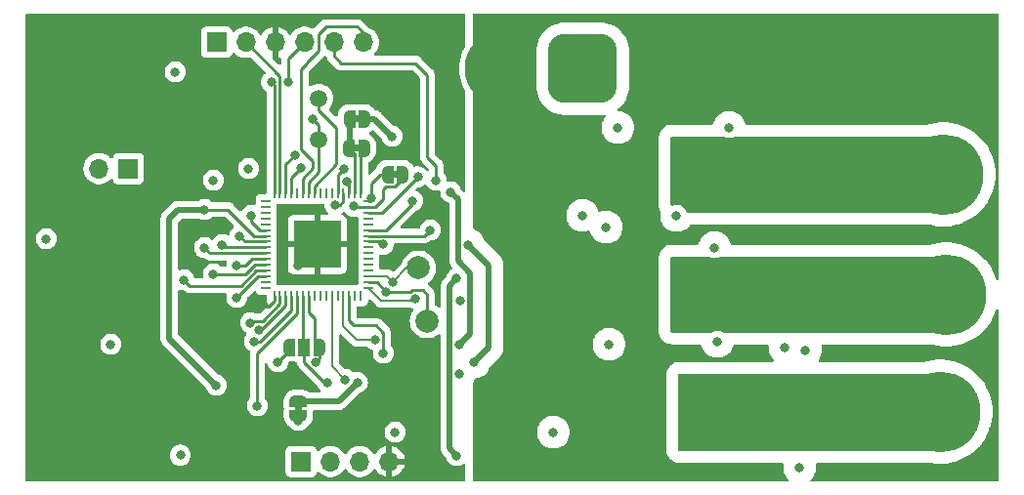
<source format=gbr>
%TF.GenerationSoftware,KiCad,Pcbnew,6.99.0-unknown-f8b157a1fb~149~ubuntu22.04.1*%
%TF.CreationDate,2022-10-15T12:14:30+11:00*%
%TF.ProjectId,STSPIN32G4,53545350-494e-4333-9247-342e6b696361,rev?*%
%TF.SameCoordinates,Original*%
%TF.FileFunction,Copper,L4,Bot*%
%TF.FilePolarity,Positive*%
%FSLAX46Y46*%
G04 Gerber Fmt 4.6, Leading zero omitted, Abs format (unit mm)*
G04 Created by KiCad (PCBNEW 6.99.0-unknown-f8b157a1fb~149~ubuntu22.04.1) date 2022-10-15 12:14:30*
%MOMM*%
%LPD*%
G01*
G04 APERTURE LIST*
G04 Aperture macros list*
%AMRoundRect*
0 Rectangle with rounded corners*
0 $1 Rounding radius*
0 $2 $3 $4 $5 $6 $7 $8 $9 X,Y pos of 4 corners*
0 Add a 4 corners polygon primitive as box body*
4,1,4,$2,$3,$4,$5,$6,$7,$8,$9,$2,$3,0*
0 Add four circle primitives for the rounded corners*
1,1,$1+$1,$2,$3*
1,1,$1+$1,$4,$5*
1,1,$1+$1,$6,$7*
1,1,$1+$1,$8,$9*
0 Add four rect primitives between the rounded corners*
20,1,$1+$1,$2,$3,$4,$5,0*
20,1,$1+$1,$4,$5,$6,$7,0*
20,1,$1+$1,$6,$7,$8,$9,0*
20,1,$1+$1,$8,$9,$2,$3,0*%
%AMFreePoly0*
4,1,19,0.500000,-0.750000,0.000000,-0.750000,0.000000,-0.744911,-0.071157,-0.744911,-0.207708,-0.704816,-0.327430,-0.627875,-0.420627,-0.520320,-0.479746,-0.390866,-0.500000,-0.250000,-0.500000,0.250000,-0.479746,0.390866,-0.420627,0.520320,-0.327430,0.627875,-0.207708,0.704816,-0.071157,0.744911,0.000000,0.744911,0.000000,0.750000,0.500000,0.750000,0.500000,-0.750000,0.500000,-0.750000,
$1*%
%AMFreePoly1*
4,1,19,0.000000,0.744911,0.071157,0.744911,0.207708,0.704816,0.327430,0.627875,0.420627,0.520320,0.479746,0.390866,0.500000,0.250000,0.500000,-0.250000,0.479746,-0.390866,0.420627,-0.520320,0.327430,-0.627875,0.207708,-0.704816,0.071157,-0.744911,0.000000,-0.744911,0.000000,-0.750000,-0.500000,-0.750000,-0.500000,0.750000,0.000000,0.750000,0.000000,0.744911,0.000000,0.744911,
$1*%
%AMFreePoly2*
4,1,19,0.550000,-0.750000,0.000000,-0.750000,0.000000,-0.744911,-0.071157,-0.744911,-0.207708,-0.704816,-0.327430,-0.627875,-0.420627,-0.520320,-0.479746,-0.390866,-0.500000,-0.250000,-0.500000,0.250000,-0.479746,0.390866,-0.420627,0.520320,-0.327430,0.627875,-0.207708,0.704816,-0.071157,0.744911,0.000000,0.744911,0.000000,0.750000,0.550000,0.750000,0.550000,-0.750000,0.550000,-0.750000,
$1*%
%AMFreePoly3*
4,1,19,0.000000,0.744911,0.071157,0.744911,0.207708,0.704816,0.327430,0.627875,0.420627,0.520320,0.479746,0.390866,0.500000,0.250000,0.500000,-0.250000,0.479746,-0.390866,0.420627,-0.520320,0.327430,-0.627875,0.207708,-0.704816,0.071157,-0.744911,0.000000,-0.744911,0.000000,-0.750000,-0.550000,-0.750000,-0.550000,0.750000,0.000000,0.750000,0.000000,0.744911,0.000000,0.744911,
$1*%
G04 Aperture macros list end*
%TA.AperFunction,ComponentPad*%
%ADD10R,1.700000X1.700000*%
%TD*%
%TA.AperFunction,ComponentPad*%
%ADD11O,1.700000X1.700000*%
%TD*%
%TA.AperFunction,SMDPad,CuDef*%
%ADD12C,1.500000*%
%TD*%
%TA.AperFunction,ComponentPad*%
%ADD13C,7.000000*%
%TD*%
%TA.AperFunction,ComponentPad*%
%ADD14RoundRect,1.500000X1.500000X1.500000X-1.500000X1.500000X-1.500000X-1.500000X1.500000X-1.500000X0*%
%TD*%
%TA.AperFunction,ComponentPad*%
%ADD15C,6.000000*%
%TD*%
%TA.AperFunction,SMDPad,CuDef*%
%ADD16FreePoly0,180.000000*%
%TD*%
%TA.AperFunction,SMDPad,CuDef*%
%ADD17FreePoly1,180.000000*%
%TD*%
%TA.AperFunction,SMDPad,CuDef*%
%ADD18C,2.000000*%
%TD*%
%TA.AperFunction,SMDPad,CuDef*%
%ADD19R,0.812800X0.254000*%
%TD*%
%TA.AperFunction,SMDPad,CuDef*%
%ADD20R,0.254000X0.812800*%
%TD*%
%TA.AperFunction,SMDPad,CuDef*%
%ADD21R,4.089400X4.089400*%
%TD*%
%TA.AperFunction,SMDPad,CuDef*%
%ADD22FreePoly0,0.000000*%
%TD*%
%TA.AperFunction,SMDPad,CuDef*%
%ADD23FreePoly1,0.000000*%
%TD*%
%TA.AperFunction,SMDPad,CuDef*%
%ADD24FreePoly1,270.000000*%
%TD*%
%TA.AperFunction,SMDPad,CuDef*%
%ADD25FreePoly0,270.000000*%
%TD*%
%TA.AperFunction,SMDPad,CuDef*%
%ADD26FreePoly2,180.000000*%
%TD*%
%TA.AperFunction,SMDPad,CuDef*%
%ADD27R,1.000000X1.500000*%
%TD*%
%TA.AperFunction,SMDPad,CuDef*%
%ADD28FreePoly3,180.000000*%
%TD*%
%TA.AperFunction,ViaPad*%
%ADD29C,0.800000*%
%TD*%
%TA.AperFunction,Conductor*%
%ADD30C,0.250000*%
%TD*%
%TA.AperFunction,Conductor*%
%ADD31C,0.508000*%
%TD*%
%TA.AperFunction,Conductor*%
%ADD32C,0.200000*%
%TD*%
G04 APERTURE END LIST*
%TO.C,JP8*%
G36*
X-32008000Y14686000D02*
G01*
X-32508000Y14686000D01*
X-32508000Y15286000D01*
X-32008000Y15286000D01*
X-32008000Y14686000D01*
G37*
%TO.C,JP2*%
G36*
X-28706000Y9860000D02*
G01*
X-29206000Y9860000D01*
X-29206000Y10460000D01*
X-28706000Y10460000D01*
X-28706000Y9860000D01*
G37*
%TO.C,JP4*%
G36*
X-37038000Y-10410000D02*
G01*
X-37638000Y-10410000D01*
X-37638000Y-9910000D01*
X-37038000Y-9910000D01*
X-37038000Y-10410000D01*
G37*
%TO.C,JP1*%
G36*
X-32023000Y12146000D02*
G01*
X-32523000Y12146000D01*
X-32523000Y12746000D01*
X-32023000Y12746000D01*
X-32023000Y12146000D01*
G37*
%TD*%
D10*
%TO.P,J7,1,Pin_1*%
%TO.N,SPI1_MISO*%
X-52064999Y10667999D03*
D11*
%TO.P,J7,2,Pin_2*%
%TO.N,SPI1_SCK*%
X-54604999Y10667999D03*
%TD*%
D12*
%TO.P,TP9,1,1*%
%TO.N,SPI1_MOSI*%
X-35560000Y16764000D03*
%TD*%
%TO.P,TP8,1,1*%
%TO.N,SPI1_MISO*%
X-35560000Y13208000D03*
%TD*%
D10*
%TO.P,J6,1,Pin_1*%
%TO.N,I2C1_SCL*%
X-37083999Y-14731999D03*
D11*
%TO.P,J6,2,Pin_2*%
%TO.N,I2C1_SDA*%
X-34543999Y-14731999D03*
%TO.P,J6,3,Pin_3*%
%TO.N,VDD*%
X-32003999Y-14731999D03*
%TO.P,J6,4,Pin_4*%
%TO.N,GND*%
X-29463999Y-14731999D03*
%TD*%
D13*
%TO.P,J8,1,Pin_1*%
%TO.N,OUT3*%
X18542000Y10160000D03*
%TD*%
%TO.P,J9,1,Pin_1*%
%TO.N,OUT1*%
X18288000Y-10414000D03*
%TD*%
%TO.P,J3,1,Pin_1*%
%TO.N,OUT2*%
X18796000Y-254000D03*
%TD*%
D14*
%TO.P,J4,1,Pin_1*%
%TO.N,VM*%
X-12700000Y19327000D03*
D15*
%TO.P,J4,2,Pin_2*%
%TO.N,GND*%
X-19900000Y19327000D03*
%TD*%
D10*
%TO.P,J2,1,Pin_1*%
%TO.N,VDD*%
X-44424999Y21614999D03*
D11*
%TO.P,J2,2,Pin_2*%
%TO.N,SWCLK*%
X-41884999Y21614999D03*
%TO.P,J2,3,Pin_3*%
%TO.N,GND*%
X-39344999Y21614999D03*
%TO.P,J2,4,Pin_4*%
%TO.N,SWDIO*%
X-36804999Y21614999D03*
%TO.P,J2,5,Pin_5*%
%TO.N,nRST*%
X-34264999Y21614999D03*
%TO.P,J2,6,Pin_6*%
%TO.N,SPI1_SCK*%
X-31724999Y21614999D03*
%TD*%
D16*
%TO.P,JP8,1,A*%
%TO.N,Net-(JP8-A)*%
X-31608000Y14986000D03*
D17*
%TO.P,JP8,2,B*%
%TO.N,VCC*%
X-32908000Y14986000D03*
%TD*%
D18*
%TO.P,TP1,1,1*%
%TO.N,OPP1*%
X-26924000Y2045000D03*
%TD*%
%TO.P,TP2,1,1*%
%TO.N,OPO1*%
X-26162000Y-2540000D03*
%TD*%
D19*
%TO.P,IC1,1,REG3V3/VDD*%
%TO.N,VDD*%
X-31241999Y7827944D03*
%TO.P,IC1,2,VBAT*%
%TO.N,VBAT*%
X-31241999Y7327818D03*
%TO.P,IC1,3,PC13*%
%TO.N,USER1*%
X-31241999Y6827692D03*
%TO.P,IC1,4,PC14*%
%TO.N,CAN_SHDN*%
X-31241999Y6327566D03*
%TO.P,IC1,5,PC15*%
%TO.N,unconnected-(IC1-PC15)*%
X-31241999Y5827440D03*
%TO.P,IC1,6,PF0*%
%TO.N,OSC_IN*%
X-31241999Y5327314D03*
%TO.P,IC1,7,PF1*%
%TO.N,OSC_OUT*%
X-31241999Y4827188D03*
%TO.P,IC1,8,PG10*%
%TO.N,nRST*%
X-31241999Y4327062D03*
%TO.P,IC1,9,PC0*%
%TO.N,VOUT1*%
X-31241999Y3826936D03*
%TO.P,IC1,10,PC1*%
%TO.N,VOUT2*%
X-31241999Y3326810D03*
%TO.P,IC1,11,PC2*%
%TO.N,VOUT3*%
X-31241999Y2826684D03*
%TO.P,IC1,12,PC3*%
%TO.N,unconnected-(IC1-PC3)*%
X-31241999Y2326558D03*
%TO.P,IC1,13,PA0*%
%TO.N,VBUS*%
X-31241999Y1826432D03*
%TO.P,IC1,14,PA1*%
%TO.N,OPP1*%
X-31241999Y1326306D03*
%TO.P,IC1,15,PA2*%
%TO.N,OPO1*%
X-31241999Y826180D03*
%TO.P,IC1,16,PA3*%
%TO.N,OPN1*%
X-31241999Y326054D03*
D20*
%TO.P,IC1,17,PA4*%
%TO.N,SPI1_NSS*%
X-31936054Y-367999D03*
%TO.P,IC1,18,PA5*%
%TO.N,DAC2*%
X-32436180Y-367999D03*
%TO.P,IC1,19,PA6*%
%TO.N,OPO2*%
X-32936306Y-367999D03*
%TO.P,IC1,20,PA7*%
%TO.N,OPP2*%
X-33436432Y-367999D03*
%TO.P,IC1,21,PC4*%
%TO.N,unconnected-(IC1-PC4)*%
X-33936558Y-367999D03*
%TO.P,IC1,22,PC5*%
%TO.N,OPN2*%
X-34436684Y-367999D03*
%TO.P,IC1,23,PB0*%
%TO.N,OPP3*%
X-34936810Y-367999D03*
%TO.P,IC1,24,PB1*%
%TO.N,OPO3*%
X-35436936Y-367999D03*
%TO.P,IC1,25,PB2*%
%TO.N,OPN3*%
X-35937062Y-367999D03*
%TO.P,IC1,26,VREF+*%
%TO.N,VREF+*%
X-36437188Y-367999D03*
%TO.P,IC1,27,VDDA*%
%TO.N,VDDA*%
X-36937314Y-367999D03*
%TO.P,IC1,28,PB10*%
%TO.N,USER2*%
X-37437440Y-367999D03*
%TO.P,IC1,29,GLS1*%
%TO.N,GLS1*%
X-37937566Y-367999D03*
%TO.P,IC1,30,GLS2*%
%TO.N,GLS2*%
X-38437692Y-367999D03*
%TO.P,IC1,31,GLS3*%
%TO.N,GLS3*%
X-38937818Y-367999D03*
%TO.P,IC1,32,PGND*%
%TO.N,GND*%
X-39437944Y-367999D03*
D19*
%TO.P,IC1,33,NC_1*%
%TO.N,unconnected-(IC1-NC_1)*%
X-40131999Y326054D03*
%TO.P,IC1,34,NC_2*%
%TO.N,unconnected-(IC1-NC_2)*%
X-40131999Y826180D03*
%TO.P,IC1,35,BOOT3*%
%TO.N,BOOT3*%
X-40131999Y1326306D03*
%TO.P,IC1,36,OUT3*%
%TO.N,OUT3*%
X-40131999Y1826432D03*
%TO.P,IC1,37,GHS3*%
%TO.N,GHS3*%
X-40131999Y2326558D03*
%TO.P,IC1,38,BOOT2*%
%TO.N,BOOT2*%
X-40131999Y2826684D03*
%TO.P,IC1,39,OUT2*%
%TO.N,OUT2*%
X-40131999Y3326810D03*
%TO.P,IC1,40,GHS2*%
%TO.N,GHS2*%
X-40131999Y3826936D03*
%TO.P,IC1,41,BOOT1*%
%TO.N,BOOT1*%
X-40131999Y4327062D03*
%TO.P,IC1,42,OUT1*%
%TO.N,OUT1*%
X-40131999Y4827188D03*
%TO.P,IC1,43,GHS1*%
%TO.N,GHS1*%
X-40131999Y5327314D03*
%TO.P,IC1,44,PA8*%
%TO.N,unconnected-(IC1-PA8)*%
X-40131999Y5827440D03*
%TO.P,IC1,45,PA9*%
%TO.N,UART_TX*%
X-40131999Y6327566D03*
%TO.P,IC1,46,PA10*%
%TO.N,UART_RX*%
X-40131999Y6827692D03*
%TO.P,IC1,47,PA11*%
%TO.N,CAN_RX*%
X-40131999Y7327818D03*
%TO.P,IC1,48,PA12*%
%TO.N,CAN_TX*%
X-40131999Y7827944D03*
D20*
%TO.P,IC1,49,PA13*%
%TO.N,SWDIO*%
X-39437944Y8521999D03*
%TO.P,IC1,50,PA14*%
%TO.N,SWCLK*%
X-38937818Y8521999D03*
%TO.P,IC1,51,PA15*%
%TO.N,I2C1_SCL*%
X-38437692Y8521999D03*
%TO.P,IC1,52,SCREF*%
%TO.N,SCREF*%
X-37937566Y8521999D03*
%TO.P,IC1,53,PD2*%
%TO.N,unconnected-(IC1-PD2)*%
X-37437440Y8521999D03*
%TO.P,IC1,54,PB3*%
%TO.N,SPI1_SCK*%
X-36937314Y8521999D03*
%TO.P,IC1,55,PB4*%
%TO.N,SPI1_MISO*%
X-36437188Y8521999D03*
%TO.P,IC1,56,PB5*%
%TO.N,SPI1_MOSI*%
X-35937062Y8521999D03*
%TO.P,IC1,57,PB6*%
%TO.N,HALL1*%
X-35436936Y8521999D03*
%TO.P,IC1,58,PB7*%
%TO.N,HALL2*%
X-34936810Y8521999D03*
%TO.P,IC1,59,PB8*%
%TO.N,HALL3*%
X-34436684Y8521999D03*
%TO.P,IC1,60,PB9*%
%TO.N,I2C1_SDA*%
X-33936558Y8521999D03*
%TO.P,IC1,61,VM*%
%TO.N,Net-(IC1-VM)*%
X-33436432Y8521999D03*
%TO.P,IC1,62,SW*%
%TO.N,SW*%
X-32936306Y8521999D03*
%TO.P,IC1,63,VCC*%
%TO.N,VCC*%
X-32436180Y8521999D03*
%TO.P,IC1,64,REGIN*%
%TO.N,VREGIN*%
X-31936054Y8521999D03*
D21*
%TO.P,IC1,65,VSS*%
%TO.N,GND*%
X-35686999Y4076999D03*
%TD*%
D22*
%TO.P,JP2,1,A*%
%TO.N,VDD*%
X-29606000Y10160000D03*
D23*
%TO.P,JP2,2,B*%
%TO.N,VBAT*%
X-28306000Y10160000D03*
%TD*%
D24*
%TO.P,JP4,2,B*%
%TO.N,VM*%
X-37338000Y-10810000D03*
D25*
%TO.P,JP4,1,A*%
%TO.N,Net-(IC1-VM)*%
X-37338000Y-9510000D03*
%TD*%
D22*
%TO.P,JP1,1,A*%
%TO.N,VCC*%
X-32923000Y12446000D03*
D23*
%TO.P,JP1,2,B*%
%TO.N,VREGIN*%
X-31623000Y12446000D03*
%TD*%
D26*
%TO.P,JP3,1,1*%
%TO.N,VREF+*%
X-35530000Y-4826000D03*
D27*
%TO.P,JP3,2,2*%
%TO.N,VDDA*%
X-36829999Y-4825999D03*
D28*
%TO.P,JP3,3,3*%
%TO.N,VDD*%
X-38130000Y-4826000D03*
%TD*%
D29*
%TO.N,SPI1_MISO*%
X-36068000Y14986000D03*
%TO.N,VDD*%
X-53594000Y-4572000D03*
X-59182000Y4572000D03*
%TO.N,GND*%
X10922000Y5080000D03*
X13208000Y5080000D03*
X21844000Y-5334000D03*
X17272000Y-15494000D03*
X14732000Y-5334000D03*
X12192000Y-15494000D03*
X14732000Y-15494000D03*
X12446000Y-5334000D03*
X-19050000Y-12700000D03*
X-21336000Y-10414000D03*
X-21336000Y-12700000D03*
X-19050000Y-10414000D03*
%TO.N,SCREF*%
X-41656000Y10668000D03*
X-37092952Y10676952D03*
%TO.N,VDD*%
X-44704000Y9652000D03*
%TO.N,I2C1_SCL*%
X-37616498Y11846500D03*
%TO.N,I2C1_SDA*%
X-33365500Y10668000D03*
%TO.N,GND*%
X17780000Y16510000D03*
X15240000Y16510000D03*
X10160000Y16510000D03*
X12700000Y16510000D03*
X20320000Y16510000D03*
X17780000Y19050000D03*
X15240000Y19050000D03*
X13970000Y17780000D03*
X21336000Y17780000D03*
X19050000Y17780000D03*
X16256000Y17780000D03*
X8890000Y17780000D03*
X10160000Y19050000D03*
X12700000Y19050000D03*
X11176000Y17780000D03*
X20320000Y19050000D03*
X20320000Y21590000D03*
X19050000Y20320000D03*
X21336000Y20320000D03*
X21336000Y22860000D03*
X19050000Y22860000D03*
X13970000Y20320000D03*
X15240000Y21590000D03*
X17780000Y21590000D03*
X16256000Y22860000D03*
X13970000Y22860000D03*
X16256000Y20320000D03*
%TO.N,Net-(JP8-A)*%
X-29210000Y13462000D03*
%TO.N,GND*%
X-25146000Y20066000D03*
X-42926000Y14986000D03*
X-39624000Y-10668000D03*
X-40386000Y-15494000D03*
X11176000Y22860000D03*
X8890000Y22860000D03*
X8890000Y20320000D03*
X10160000Y21590000D03*
X11176000Y20320000D03*
X12700000Y21590000D03*
X-20320000Y14732000D03*
X-18288000Y13462000D03*
X-17780000Y4572000D03*
X-20320000Y7366000D03*
X-20320000Y5080000D03*
X-20320000Y12192000D03*
X-19558000Y13462000D03*
X-18796000Y14732000D03*
X-18288000Y7620000D03*
X-18796000Y12192000D03*
X-21336000Y13462000D03*
X-29718000Y-7112000D03*
%TO.N,VREF+*%
X-35814000Y-6096000D03*
%TO.N,GND*%
X-39370000Y-7620000D03*
%TO.N,USER2*%
X-40894000Y-9906000D03*
%TO.N,USER1*%
X-28956000Y-12192000D03*
X-26993636Y9952424D03*
%TO.N,GND*%
X-43434000Y-2794000D03*
%TO.N,VDD*%
X-48006000Y19050000D03*
%TO.N,Net-(IC1-VM)*%
X-32220500Y-7888994D03*
%TO.N,nRST*%
X-25400000Y9652000D03*
%TO.N,OPN1*%
X-27178000Y-599500D03*
%TO.N,nRST*%
X-29972000Y4101500D03*
%TO.N,OSC_IN*%
X-27432000Y7874000D03*
%TO.N,VM*%
X-15240000Y-12192000D03*
X-37338000Y-11176000D03*
%TO.N,GND*%
X-37338000Y2286000D03*
%TO.N,OSC_OUT*%
X-25908000Y5334000D03*
%TO.N,OUT2*%
X-12700000Y6604000D03*
%TO.N,OUT1*%
X-44450000Y-8128000D03*
%TO.N,GHS1*%
X-41402000Y6604000D03*
X-24130000Y8636000D03*
X-23368500Y-4572000D03*
%TO.N,VSHUNT1N*%
X-23622000Y1107500D03*
X-23622000Y-14224000D03*
X6096000Y-15240000D03*
%TO.N,GHS2*%
X-10668000Y5588000D03*
%TO.N,VSHUNT2N*%
X-23368000Y-7112000D03*
X6604000Y-5080000D03*
%TO.N,GHS1*%
X-10414000Y-4572000D03*
%TO.N,VSHUNT1P*%
X-22606000Y4064000D03*
X-22098000Y-6096000D03*
X4826000Y-4826000D03*
%TO.N,VSHUNT2P*%
X-23292497Y-762000D03*
X-4572000Y6604000D03*
%TO.N,GHS3*%
X-44704000Y1524000D03*
%TO.N,GLS2*%
X-1270000Y3810000D03*
%TO.N,GLS1*%
X-1016000Y-4318000D03*
%TO.N,GLS3*%
X-41482850Y-2703544D03*
%TO.N,GLS2*%
X-40724875Y-3355065D03*
%TO.N,GLS1*%
X-41148000Y-4318000D03*
%TO.N,GHS2*%
X-43942000Y4064000D03*
%TO.N,OUT1*%
X-45466000Y7112000D03*
%TO.N,BOOT1*%
X-42418000Y4826000D03*
%TO.N,OUT2*%
X-45466000Y3810000D03*
%TO.N,BOOT2*%
X-42672000Y2248500D03*
%TO.N,BOOT3*%
X-42672000Y-508000D03*
%TO.N,OUT3*%
X-47244000Y1016000D03*
%TO.N,GLS3*%
X0Y14224000D03*
%TO.N,GHS3*%
X-9652000Y14224000D03*
%TO.N,OUT3*%
X-1905000Y12065000D03*
X-1905000Y8255000D03*
X-1905000Y10795000D03*
X-1905000Y9525000D03*
X-2540000Y10160000D03*
X-2540000Y8890000D03*
X-3175000Y9525000D03*
X-3175000Y10795000D03*
X-2540000Y11430000D03*
X-3175000Y12065000D03*
X-3175000Y8255000D03*
%TO.N,OUT2*%
X-1905000Y-1905000D03*
X-1905000Y-635000D03*
X-2540000Y0D03*
X-2540000Y-1270000D03*
X-3175000Y-635000D03*
X-3175000Y635000D03*
X-2540000Y1270000D03*
X-3175000Y1905000D03*
X-3175000Y-1905000D03*
X-1905000Y635000D03*
X-1905000Y1905000D03*
%TO.N,OUT1*%
X-2540000Y-10795000D03*
X-3175000Y-12700000D03*
X-2540000Y-12065000D03*
X-3175000Y-11430000D03*
X-1905000Y-12700000D03*
X-1905000Y-11430000D03*
X-1905000Y-10160000D03*
X-3175000Y-10160000D03*
X-2540000Y-9525000D03*
X-3175000Y-8890000D03*
X-1905000Y-8890000D03*
%TO.N,VDD*%
X-47565420Y-14191857D03*
X-39116000Y-6096000D03*
%TO.N,VDDA*%
X-34798000Y-7874000D03*
%TO.N,OPN2*%
X-33274000Y-7620000D03*
%TO.N,OPO2*%
X-29972000Y-5334000D03*
%TO.N,OPP2*%
X-30696500Y-4155500D03*
%TO.N,OPO1*%
X-29718000Y0D03*
%TO.N,OPP1*%
X-29163576Y831636D03*
%TO.N,SW*%
X-33160681Y9525000D03*
%TO.N,Net-(IC1-VM)*%
X-34163000Y7515500D03*
%TO.N,SWDIO*%
X-38213319Y18161000D03*
X-39662319Y18161000D03*
%TO.N,VDD*%
X-30988000Y8054321D03*
%TO.N,VBAT*%
X-32512000Y7386500D03*
%TD*%
D30*
%TO.N,SPI1_MISO*%
X-35560000Y13208000D02*
X-35560000Y14478000D01*
X-35560000Y14478000D02*
X-36068000Y14986000D01*
X-36437189Y8522000D02*
X-36437189Y9477265D01*
X-36437189Y9477265D02*
X-35560000Y10354454D01*
X-35560000Y10354454D02*
X-35560000Y13208000D01*
%TO.N,SPI1_MOSI*%
X-35937063Y8522000D02*
X-35937063Y9146541D01*
X-35937063Y9146541D02*
X-34036000Y11047604D01*
X-34036000Y11047604D02*
X-34036000Y14224000D01*
X-34036000Y14224000D02*
X-35560000Y15748000D01*
X-35560000Y15748000D02*
X-35560000Y16764000D01*
%TO.N,SPI1_SCK*%
X-31725000Y21615000D02*
X-31725000Y22454000D01*
X-36576000Y19826000D02*
X-36576000Y19812000D01*
X-31725000Y22454000D02*
X-32258000Y22987000D01*
X-32258000Y22987000D02*
X-34925000Y22987000D01*
X-34925000Y22987000D02*
X-35560000Y22352000D01*
X-35560000Y20842000D02*
X-36576000Y19826000D01*
X-36576000Y19812000D02*
X-37084000Y19304000D01*
X-37084000Y19304000D02*
X-37084000Y12339307D01*
X-35560000Y22352000D02*
X-35560000Y20842000D01*
X-37084000Y12339307D02*
X-36068000Y11323307D01*
X-36068000Y11323307D02*
X-36068000Y10677305D01*
X-36068000Y10677305D02*
X-36937315Y9807990D01*
X-36937315Y9807990D02*
X-36937315Y8522000D01*
%TO.N,I2C1_SDA*%
X-33936559Y10096941D02*
X-33936559Y8522000D01*
X-33365500Y10668000D02*
X-33936559Y10096941D01*
%TO.N,SCREF*%
X-37937567Y9832337D02*
X-37092952Y10676952D01*
X-37937567Y8522000D02*
X-37937567Y9832337D01*
%TO.N,I2C1_SCL*%
X-37616498Y11846500D02*
X-38437693Y11025305D01*
X-38437693Y11025305D02*
X-38437693Y8522000D01*
D31*
%TO.N,Net-(JP8-A)*%
X-30734000Y14986000D02*
X-29210000Y13462000D01*
X-31608000Y14986000D02*
X-30734000Y14986000D01*
%TO.N,GHS1*%
X-24130000Y8636000D02*
X-23460000Y7966000D01*
X-22438497Y-3641997D02*
X-23368500Y-4572000D01*
X-23460000Y7966000D02*
X-23460000Y2632000D01*
X-23460000Y2632000D02*
X-22438497Y1610497D01*
X-22438497Y1610497D02*
X-22438497Y-3641997D01*
D30*
%TO.N,VDDA*%
X-35061305Y-7874000D02*
X-36830000Y-6105305D01*
X-34798000Y-7874000D02*
X-35061305Y-7874000D01*
X-36830000Y-6105305D02*
X-36830000Y-4826000D01*
%TO.N,VREF+*%
X-35814000Y-6096000D02*
X-35530000Y-5812000D01*
X-35530000Y-5812000D02*
X-35530000Y-4826000D01*
D32*
%TO.N,OPN2*%
X-34436685Y-6457315D02*
X-34436685Y-368000D01*
X-33274000Y-7620000D02*
X-34436685Y-6457315D01*
D31*
%TO.N,Net-(IC1-VM)*%
X-32220500Y-7888994D02*
X-33841506Y-9510000D01*
X-33841506Y-9510000D02*
X-37338000Y-9510000D01*
D30*
%TO.N,VDDA*%
X-36937315Y-368000D02*
X-36937315Y-4718685D01*
X-36937315Y-4718685D02*
X-36830000Y-4826000D01*
%TO.N,VDD*%
X-39116000Y-6096000D02*
X-38130000Y-5110000D01*
X-38130000Y-5110000D02*
X-38130000Y-4826000D01*
%TO.N,USER2*%
X-37437441Y-1877441D02*
X-37437441Y-368000D01*
X-40894000Y-9906000D02*
X-40894000Y-5334000D01*
X-40894000Y-5334000D02*
X-37437441Y-1877441D01*
%TO.N,nRST*%
X-25400000Y9652000D02*
X-25400000Y10922000D01*
X-25400000Y10922000D02*
X-26162000Y11684000D01*
X-26162000Y11684000D02*
X-26162000Y18796000D01*
X-27178000Y19812000D02*
X-33630000Y19812000D01*
X-26162000Y18796000D02*
X-27178000Y19812000D01*
X-33630000Y19812000D02*
X-34265000Y20447000D01*
X-34265000Y20447000D02*
X-34265000Y21615000D01*
%TO.N,USER1*%
X-30118367Y6827693D02*
X-26993636Y9952424D01*
X-31242000Y6827693D02*
X-30118367Y6827693D01*
%TO.N,VBAT*%
X-31242000Y7327819D02*
X-30689197Y7327819D01*
X-30689197Y7327819D02*
X-29972000Y8045016D01*
X-29972000Y8045016D02*
X-29972000Y8890000D01*
X-29972000Y8890000D02*
X-29777000Y9085000D01*
X-29777000Y9085000D02*
X-28971380Y9085000D01*
X-28971380Y9085000D02*
X-28306000Y9750380D01*
X-28306000Y9750380D02*
X-28306000Y10160000D01*
%TO.N,OSC_IN*%
X-27432000Y7874000D02*
X-27432000Y7620000D01*
X-27432000Y7620000D02*
X-29724685Y5327315D01*
X-29724685Y5327315D02*
X-31242000Y5327315D01*
%TO.N,OSC_OUT*%
X-25908000Y5334000D02*
X-26414811Y4827189D01*
X-26414811Y4827189D02*
X-31242000Y4827189D01*
D31*
%TO.N,OUT1*%
X-44450000Y-8128000D02*
X-48514000Y-4064000D01*
X-48514000Y-4064000D02*
X-48514000Y6350000D01*
X-48514000Y6350000D02*
X-47752000Y7112000D01*
X-47752000Y7112000D02*
X-45466000Y7112000D01*
%TO.N,VCC*%
X-32908000Y14986000D02*
X-32908000Y12461000D01*
X-32908000Y12461000D02*
X-32923000Y12446000D01*
D30*
%TO.N,OPO2*%
X-32936307Y-2496693D02*
X-32936307Y-368000D01*
X-29972000Y-3556000D02*
X-30607000Y-2921000D01*
X-29972000Y-5334000D02*
X-29972000Y-3556000D01*
X-30607000Y-2921000D02*
X-32512000Y-2921000D01*
X-32512000Y-2921000D02*
X-32936307Y-2496693D01*
D32*
%TO.N,OPP2*%
X-30696500Y-4155500D02*
X-32297328Y-4155500D01*
X-32297328Y-4155500D02*
X-33436433Y-3016395D01*
X-33436433Y-3016395D02*
X-33436433Y-368000D01*
%TO.N,OPP1*%
X-29163576Y831636D02*
X-29658247Y1326307D01*
X-29163576Y831636D02*
X-27950212Y2045000D01*
X-29658247Y1326307D02*
X-31242000Y1326307D01*
X-27950212Y2045000D02*
X-26924000Y2045000D01*
D30*
%TO.N,OPO1*%
X-29718000Y0D02*
X-27603805Y0D01*
X-27478305Y125500D02*
X-26541500Y125500D01*
X-27603805Y0D02*
X-27478305Y125500D01*
X-26541500Y125500D02*
X-26162000Y-254000D01*
X-29718000Y0D02*
X-30544181Y826181D01*
X-26162000Y-254000D02*
X-26162000Y-2540000D01*
X-30544181Y826181D02*
X-31242000Y826181D01*
D32*
%TO.N,OPN1*%
X-27178000Y-599500D02*
X-27340500Y-762000D01*
X-27340500Y-762000D02*
X-30153945Y-762000D01*
X-30153945Y-762000D02*
X-31242000Y326055D01*
D30*
%TO.N,nRST*%
X-30197563Y4327063D02*
X-29972000Y4101500D01*
X-31242000Y4327063D02*
X-30197563Y4327063D01*
%TO.N,VDD*%
X-29606000Y10160000D02*
X-30226000Y10160000D01*
X-30226000Y10160000D02*
X-30988000Y9398000D01*
X-30988000Y9398000D02*
X-30988000Y8054321D01*
%TO.N,VM*%
X-37338000Y-11176000D02*
X-37338000Y-10810000D01*
%TO.N,GHS3*%
X-41110233Y2326559D02*
X-40132000Y2326559D01*
X-44704000Y1524000D02*
X-41912792Y1524000D01*
X-41912792Y1524000D02*
X-41110233Y2326559D01*
%TO.N,GHS1*%
X-40132000Y5327315D02*
X-40633315Y5327315D01*
X-40633315Y5327315D02*
X-41402000Y6096000D01*
X-41402000Y6096000D02*
X-41402000Y6604000D01*
D31*
%TO.N,VSHUNT1P*%
X-22606000Y4064000D02*
X-20828000Y2286000D01*
X-20828000Y2286000D02*
X-20828000Y-4826000D01*
X-20828000Y-4826000D02*
X-22098000Y-6096000D01*
%TO.N,VSHUNT1N*%
X-24222000Y507500D02*
X-23622000Y1107500D01*
X-24222000Y-13624000D02*
X-24222000Y507500D01*
X-23622000Y-14224000D02*
X-24222000Y-13624000D01*
D30*
%TO.N,GND*%
X-39878000Y-1270000D02*
X-40894000Y-1270000D01*
%TO.N,GLS3*%
X-41482850Y-2703544D02*
X-41319306Y-2540000D01*
X-40386000Y-2540000D02*
X-38937819Y-1091819D01*
X-41319306Y-2540000D02*
X-40386000Y-2540000D01*
X-38937819Y-1091819D02*
X-38937819Y-368000D01*
%TO.N,GLS2*%
X-40724875Y-3355065D02*
X-40564669Y-3355065D01*
X-40564669Y-3355065D02*
X-38437693Y-1228089D01*
X-38437693Y-1228089D02*
X-38437693Y-368000D01*
%TO.N,GLS1*%
X-40640000Y-4318000D02*
X-37937567Y-1615567D01*
X-41148000Y-4318000D02*
X-40640000Y-4318000D01*
X-37937567Y-1615567D02*
X-37937567Y-368000D01*
%TO.N,VREF+*%
X-35941000Y-4064000D02*
X-35941000Y-2286000D01*
X-35941000Y-2286000D02*
X-36437189Y-1789811D01*
X-36437189Y-1789811D02*
X-36437189Y-368000D01*
%TO.N,OUT3*%
X-40132000Y1826433D02*
X-40973963Y1826433D01*
X-40973963Y1826433D02*
X-42292396Y508000D01*
X-42292396Y508000D02*
X-46736000Y508000D01*
X-46736000Y508000D02*
X-47244000Y1016000D01*
%TO.N,GHS2*%
X-40132000Y3826937D02*
X-43704937Y3826937D01*
X-43704937Y3826937D02*
X-43942000Y4064000D01*
%TO.N,OUT1*%
X-41149189Y4827189D02*
X-40132000Y4827189D01*
X-43434000Y7112000D02*
X-41149189Y4827189D01*
X-45466000Y7112000D02*
X-43434000Y7112000D01*
%TO.N,OUT2*%
X-45466000Y3810000D02*
X-44982811Y3326811D01*
X-44982811Y3326811D02*
X-40132000Y3326811D01*
%TO.N,BOOT1*%
X-42418000Y4826000D02*
X-41919063Y4327063D01*
X-41919063Y4327063D02*
X-40132000Y4327063D01*
%TO.N,BOOT2*%
X-42672000Y2248500D02*
X-41947500Y2248500D01*
X-41947500Y2248500D02*
X-41369315Y2826685D01*
X-41369315Y2826685D02*
X-40132000Y2826685D01*
%TO.N,BOOT3*%
X-42672000Y-508000D02*
X-40837693Y1326307D01*
X-40837693Y1326307D02*
X-40132000Y1326307D01*
%TO.N,GND*%
X-39437945Y-829945D02*
X-39878000Y-1270000D01*
X-39437945Y-368000D02*
X-39437945Y-829945D01*
%TO.N,SW*%
X-32936307Y9300626D02*
X-33160681Y9525000D01*
X-32936307Y8522000D02*
X-32936307Y9300626D01*
%TO.N,VCC*%
X-32436181Y8522000D02*
X-32436181Y11549561D01*
X-32436181Y11549561D02*
X-32448000Y11561380D01*
X-32448000Y11561380D02*
X-32448000Y11971000D01*
X-32448000Y11971000D02*
X-32923000Y12446000D01*
%TO.N,VREGIN*%
X-31936055Y12132945D02*
X-31623000Y12446000D01*
X-31936055Y8522000D02*
X-31936055Y12132945D01*
%TO.N,Net-(IC1-VM)*%
X-33436433Y8522000D02*
X-33436433Y7838567D01*
X-33436433Y7838567D02*
X-33759500Y7515500D01*
X-33759500Y7515500D02*
X-34163000Y7515500D01*
%TO.N,SWDIO*%
X-38213319Y18161000D02*
X-38213319Y20206681D01*
X-38213319Y20206681D02*
X-36805000Y21615000D01*
X-39662319Y18161000D02*
X-39437945Y17936626D01*
X-39437945Y17936626D02*
X-39437945Y8522000D01*
%TO.N,SWCLK*%
X-38937819Y8522000D02*
X-38937819Y18667819D01*
X-38937819Y18667819D02*
X-41885000Y21615000D01*
%TO.N,VDD*%
X-31242000Y7827945D02*
X-31214376Y7827945D01*
X-31214376Y7827945D02*
X-30988000Y8054321D01*
%TO.N,VBAT*%
X-31242000Y7327819D02*
X-32453319Y7327819D01*
X-32453319Y7327819D02*
X-32512000Y7386500D01*
%TD*%
%TA.AperFunction,Conductor*%
%TO.N,OUT2*%
G36*
X-1739649Y3027998D02*
G01*
X-1733707Y3023935D01*
X-1726752Y3018882D01*
X-1720725Y3016199D01*
X-1720724Y3016198D01*
X-1626713Y2974342D01*
X-1552288Y2941206D01*
X-1461931Y2922000D01*
X-1371944Y2902872D01*
X-1371939Y2902872D01*
X-1365487Y2901500D01*
X-1174513Y2901500D01*
X-1168061Y2902872D01*
X-1168056Y2902872D01*
X-1078069Y2922000D01*
X-987712Y2941206D01*
X-913287Y2974342D01*
X-819276Y3016198D01*
X-819275Y3016199D01*
X-813248Y3018882D01*
X-806293Y3023935D01*
X-805199Y3024325D01*
X-802186Y3026065D01*
X-801868Y3025514D01*
X-739425Y3047794D01*
X-732230Y3048000D01*
X18670000Y3048000D01*
X18738121Y3027998D01*
X18784614Y2974342D01*
X18796000Y2922000D01*
X18796000Y-3430000D01*
X18775998Y-3498121D01*
X18722342Y-3544614D01*
X18670000Y-3556000D01*
X-478230Y-3556000D01*
X-546351Y-3535998D01*
X-552293Y-3531935D01*
X-553909Y-3530761D01*
X-559248Y-3526882D01*
X-623846Y-3498121D01*
X-727681Y-3451891D01*
X-727682Y-3451891D01*
X-733712Y-3449206D01*
X-827112Y-3429353D01*
X-914056Y-3410872D01*
X-914061Y-3410872D01*
X-920513Y-3409500D01*
X-1111487Y-3409500D01*
X-1117939Y-3410872D01*
X-1117944Y-3410872D01*
X-1204888Y-3429353D01*
X-1298288Y-3449206D01*
X-1304318Y-3451891D01*
X-1304319Y-3451891D01*
X-1408153Y-3498121D01*
X-1472752Y-3526882D01*
X-1478091Y-3530761D01*
X-1479707Y-3531935D01*
X-1480801Y-3532325D01*
X-1483814Y-3534065D01*
X-1484132Y-3533514D01*
X-1546575Y-3555794D01*
X-1553770Y-3556000D01*
X-4954000Y-3556000D01*
X-5022121Y-3535998D01*
X-5068614Y-3482342D01*
X-5080000Y-3430000D01*
X-5080000Y2922000D01*
X-5059998Y2990121D01*
X-5006342Y3036614D01*
X-4954000Y3048000D01*
X-1807770Y3048000D01*
X-1739649Y3027998D01*
G37*
%TD.AperFunction*%
%TD*%
%TA.AperFunction,Conductor*%
%TO.N,OUT1*%
G36*
X18484121Y-7132002D02*
G01*
X18530614Y-7185658D01*
X18542000Y-7238000D01*
X18542000Y-13717000D01*
X18521998Y-13785121D01*
X18468342Y-13831614D01*
X18416000Y-13843000D01*
X-4319000Y-13843000D01*
X-4387121Y-13822998D01*
X-4433614Y-13769342D01*
X-4445000Y-13717000D01*
X-4445000Y-7238000D01*
X-4424998Y-7169879D01*
X-4371342Y-7123386D01*
X-4319000Y-7112000D01*
X18416000Y-7112000D01*
X18484121Y-7132002D01*
G37*
%TD.AperFunction*%
%TD*%
%TA.AperFunction,Conductor*%
%TO.N,OUT3*%
G36*
X-469649Y13441998D02*
G01*
X-463707Y13437935D01*
X-456752Y13432882D01*
X-450725Y13430199D01*
X-450724Y13430198D01*
X-356713Y13388342D01*
X-282288Y13355206D01*
X-191931Y13336000D01*
X-101944Y13316872D01*
X-101939Y13316872D01*
X-95487Y13315500D01*
X95487Y13315500D01*
X101939Y13316872D01*
X101944Y13316872D01*
X191931Y13336000D01*
X282288Y13355206D01*
X356713Y13388342D01*
X450724Y13430198D01*
X450725Y13430199D01*
X456752Y13432882D01*
X463707Y13437935D01*
X464801Y13438325D01*
X467814Y13440065D01*
X468132Y13439514D01*
X530575Y13461794D01*
X537770Y13462000D01*
X18670000Y13462000D01*
X18738121Y13441998D01*
X18784614Y13388342D01*
X18796000Y13336000D01*
X18796000Y6984000D01*
X18775998Y6915879D01*
X18722342Y6869386D01*
X18670000Y6858000D01*
X-3607732Y6858000D01*
X-3675853Y6878002D01*
X-3722346Y6931658D01*
X-3727565Y6945063D01*
X-3735432Y6969275D01*
X-3735433Y6969276D01*
X-3737473Y6975556D01*
X-3832960Y7140944D01*
X-3960747Y7282866D01*
X-4115248Y7395118D01*
X-4121276Y7397802D01*
X-4121278Y7397803D01*
X-4283681Y7470109D01*
X-4283682Y7470109D01*
X-4289712Y7472794D01*
X-4383113Y7492647D01*
X-4470056Y7511128D01*
X-4470061Y7511128D01*
X-4476513Y7512500D01*
X-4667487Y7512500D01*
X-4673939Y7511128D01*
X-4673944Y7511128D01*
X-4760887Y7492647D01*
X-4854288Y7472794D01*
X-4860318Y7470109D01*
X-4860319Y7470109D01*
X-4902751Y7451217D01*
X-4973118Y7441783D01*
X-5037415Y7471890D01*
X-5075229Y7531978D01*
X-5080000Y7566324D01*
X-5080000Y13336000D01*
X-5059998Y13404121D01*
X-5006342Y13450614D01*
X-4954000Y13462000D01*
X-537770Y13462000D01*
X-469649Y13441998D01*
G37*
%TD.AperFunction*%
%TD*%
%TA.AperFunction,Conductor*%
%TO.N,GND*%
G36*
X-22917879Y24099498D02*
G01*
X-22871386Y24045842D01*
X-22860000Y23993500D01*
X-22860000Y21247285D01*
X-22880327Y21178660D01*
X-22940395Y21086163D01*
X-22943683Y21080468D01*
X-23107620Y20758725D01*
X-23110296Y20752714D01*
X-23239700Y20415605D01*
X-23241740Y20409328D01*
X-23335198Y20060537D01*
X-23336567Y20054099D01*
X-23393055Y19697440D01*
X-23393743Y19690896D01*
X-23412641Y19330301D01*
X-23412641Y19323699D01*
X-23393743Y18963104D01*
X-23393055Y18956560D01*
X-23336567Y18599901D01*
X-23335198Y18593463D01*
X-23241740Y18244672D01*
X-23239700Y18238395D01*
X-23110296Y17901286D01*
X-23107620Y17895275D01*
X-22943683Y17573532D01*
X-22940395Y17567837D01*
X-22880327Y17475340D01*
X-22860000Y17406715D01*
X-22860000Y8748528D01*
X-22880002Y8680407D01*
X-22933658Y8633914D01*
X-23003932Y8623810D01*
X-23068512Y8653304D01*
X-23075095Y8659433D01*
X-23212597Y8796935D01*
X-23243335Y8847093D01*
X-23286645Y8980386D01*
X-23295473Y9007556D01*
X-23390960Y9172944D01*
X-23484469Y9276797D01*
X-23514325Y9309955D01*
X-23514326Y9309956D01*
X-23518747Y9314866D01*
X-23673248Y9427118D01*
X-23679276Y9429802D01*
X-23679278Y9429803D01*
X-23841681Y9502109D01*
X-23841682Y9502109D01*
X-23847712Y9504794D01*
X-23941112Y9524647D01*
X-24028056Y9543128D01*
X-24028061Y9543128D01*
X-24034513Y9544500D01*
X-24225487Y9544500D01*
X-24231947Y9543127D01*
X-24231946Y9543127D01*
X-24334990Y9521225D01*
X-24405780Y9526627D01*
X-24462413Y9569444D01*
X-24486906Y9636082D01*
X-24487186Y9644472D01*
X-24487186Y9645435D01*
X-24486496Y9652000D01*
X-24494837Y9731362D01*
X-24505768Y9835365D01*
X-24505768Y9835367D01*
X-24506458Y9841928D01*
X-24565473Y10023556D01*
X-24660960Y10188944D01*
X-24734137Y10270215D01*
X-24764853Y10334221D01*
X-24766500Y10354524D01*
X-24766500Y10843232D01*
X-24765973Y10854415D01*
X-24764298Y10861908D01*
X-24765385Y10896512D01*
X-24766438Y10929998D01*
X-24766500Y10933956D01*
X-24766500Y10961856D01*
X-24767004Y10965847D01*
X-24767937Y10977689D01*
X-24769077Y11013964D01*
X-24769326Y11021889D01*
X-24771538Y11029503D01*
X-24771539Y11029508D01*
X-24774977Y11041341D01*
X-24778988Y11060705D01*
X-24780533Y11072936D01*
X-24781526Y11080797D01*
X-24784443Y11088164D01*
X-24784444Y11088169D01*
X-24797802Y11121908D01*
X-24801646Y11133135D01*
X-24803768Y11140439D01*
X-24813982Y11175593D01*
X-24824293Y11193028D01*
X-24832988Y11210776D01*
X-24840448Y11229617D01*
X-24852999Y11246893D01*
X-24866436Y11265387D01*
X-24872952Y11275307D01*
X-24891420Y11306535D01*
X-24891422Y11306538D01*
X-24895458Y11313362D01*
X-24909779Y11327683D01*
X-24922620Y11342717D01*
X-24929868Y11352693D01*
X-24934528Y11359107D01*
X-24968593Y11387288D01*
X-24977374Y11395278D01*
X-25491596Y11909501D01*
X-25525621Y11971813D01*
X-25528500Y11998596D01*
X-25528500Y18717233D01*
X-25527973Y18728416D01*
X-25526298Y18735909D01*
X-25528438Y18804000D01*
X-25528500Y18807957D01*
X-25528500Y18835856D01*
X-25529006Y18839866D01*
X-25529937Y18851689D01*
X-25530406Y18866635D01*
X-25531326Y18895889D01*
X-25533538Y18903503D01*
X-25533539Y18903508D01*
X-25536977Y18915341D01*
X-25540988Y18934705D01*
X-25542533Y18946936D01*
X-25543526Y18954797D01*
X-25546443Y18962164D01*
X-25546444Y18962169D01*
X-25559802Y18995908D01*
X-25563646Y19007135D01*
X-25573770Y19041978D01*
X-25575982Y19049593D01*
X-25586293Y19067028D01*
X-25594988Y19084776D01*
X-25602448Y19103617D01*
X-25628436Y19139387D01*
X-25634952Y19149307D01*
X-25653420Y19180535D01*
X-25653422Y19180538D01*
X-25657458Y19187362D01*
X-25671779Y19201683D01*
X-25684620Y19216717D01*
X-25691869Y19226694D01*
X-25696528Y19233107D01*
X-25702632Y19238157D01*
X-25702637Y19238162D01*
X-25730598Y19261293D01*
X-25739379Y19269283D01*
X-26674353Y20204258D01*
X-26681887Y20212537D01*
X-26686000Y20219018D01*
X-26735652Y20265644D01*
X-26738493Y20268398D01*
X-26758230Y20288135D01*
X-26761427Y20290615D01*
X-26770449Y20298320D01*
X-26770878Y20298723D01*
X-26802679Y20328586D01*
X-26809625Y20332405D01*
X-26809628Y20332407D01*
X-26820434Y20338348D01*
X-26836953Y20349199D01*
X-26845434Y20355777D01*
X-26852959Y20361614D01*
X-26860228Y20364759D01*
X-26860232Y20364762D01*
X-26893537Y20379174D01*
X-26904187Y20384391D01*
X-26942940Y20405695D01*
X-26962563Y20410733D01*
X-26981266Y20417137D01*
X-26992580Y20422033D01*
X-26992581Y20422033D01*
X-26999855Y20425181D01*
X-27007678Y20426420D01*
X-27007688Y20426423D01*
X-27043524Y20432099D01*
X-27055144Y20434505D01*
X-27090289Y20443528D01*
X-27090290Y20443528D01*
X-27097970Y20445500D01*
X-27118224Y20445500D01*
X-27137935Y20447051D01*
X-27150114Y20448980D01*
X-27157943Y20450220D01*
X-27165835Y20449474D01*
X-27201961Y20446059D01*
X-27213819Y20445500D01*
X-30667869Y20445500D01*
X-30735990Y20465502D01*
X-30782483Y20519158D01*
X-30792587Y20589432D01*
X-30760570Y20656838D01*
X-30652806Y20773899D01*
X-30652803Y20773903D01*
X-30649278Y20777732D01*
X-30543701Y20939330D01*
X-30528992Y20961843D01*
X-30528990Y20961847D01*
X-30526140Y20966209D01*
X-30435704Y21172384D01*
X-30380436Y21390632D01*
X-30361844Y21615000D01*
X-30380436Y21839368D01*
X-30435704Y22057616D01*
X-30526140Y22263791D01*
X-30543499Y22290362D01*
X-30646427Y22447904D01*
X-30649278Y22452268D01*
X-30652803Y22456097D01*
X-30652806Y22456101D01*
X-30798228Y22614069D01*
X-30801760Y22617906D01*
X-30979424Y22756189D01*
X-31151676Y22849407D01*
X-31172841Y22860861D01*
X-31172844Y22860862D01*
X-31177426Y22863342D01*
X-31238684Y22884372D01*
X-31278085Y22906459D01*
X-31293592Y22919287D01*
X-31302374Y22927278D01*
X-31754353Y23379258D01*
X-31761887Y23387537D01*
X-31766000Y23394018D01*
X-31815652Y23440644D01*
X-31818493Y23443398D01*
X-31838230Y23463135D01*
X-31841427Y23465615D01*
X-31850449Y23473320D01*
X-31854603Y23477221D01*
X-31882679Y23503586D01*
X-31889625Y23507405D01*
X-31889628Y23507407D01*
X-31900434Y23513348D01*
X-31916953Y23524199D01*
X-31917417Y23524559D01*
X-31932959Y23536614D01*
X-31940228Y23539759D01*
X-31940232Y23539762D01*
X-31973537Y23554174D01*
X-31984187Y23559391D01*
X-32022940Y23580695D01*
X-32042563Y23585733D01*
X-32061266Y23592137D01*
X-32072580Y23597033D01*
X-32072581Y23597033D01*
X-32079855Y23600181D01*
X-32087678Y23601420D01*
X-32087688Y23601423D01*
X-32123524Y23607099D01*
X-32135144Y23609505D01*
X-32170289Y23618528D01*
X-32170290Y23618528D01*
X-32177970Y23620500D01*
X-32198224Y23620500D01*
X-32217935Y23622051D01*
X-32230114Y23623980D01*
X-32237943Y23625220D01*
X-32267214Y23622453D01*
X-32281961Y23621059D01*
X-32293819Y23620500D01*
X-34846232Y23620500D01*
X-34857415Y23621027D01*
X-34864908Y23622702D01*
X-34872834Y23622453D01*
X-34872835Y23622453D01*
X-34932998Y23620562D01*
X-34936956Y23620500D01*
X-34964856Y23620500D01*
X-34968846Y23619996D01*
X-34980680Y23619064D01*
X-35024889Y23617674D01*
X-35032505Y23615461D01*
X-35032507Y23615461D01*
X-35044348Y23612021D01*
X-35063707Y23608012D01*
X-35065017Y23607846D01*
X-35083797Y23605474D01*
X-35091163Y23602558D01*
X-35091169Y23602556D01*
X-35124902Y23589200D01*
X-35136132Y23585355D01*
X-35152172Y23580695D01*
X-35178593Y23573019D01*
X-35185416Y23568984D01*
X-35196034Y23562705D01*
X-35213787Y23554008D01*
X-35221432Y23550981D01*
X-35232617Y23546552D01*
X-35246295Y23536614D01*
X-35268388Y23520563D01*
X-35278305Y23514049D01*
X-35316362Y23491542D01*
X-35330683Y23477221D01*
X-35345716Y23464381D01*
X-35362107Y23452472D01*
X-35388484Y23420587D01*
X-35390288Y23418407D01*
X-35398278Y23409626D01*
X-35952258Y22855647D01*
X-35960537Y22848113D01*
X-35967018Y22844000D01*
X-35972445Y22838221D01*
X-35972446Y22838220D01*
X-35986379Y22823382D01*
X-36047591Y22787416D01*
X-36118531Y22790253D01*
X-36138199Y22798820D01*
X-36252841Y22860861D01*
X-36252844Y22860862D01*
X-36257426Y22863342D01*
X-36470365Y22936444D01*
X-36475499Y22937301D01*
X-36475504Y22937302D01*
X-36687294Y22972643D01*
X-36687296Y22972643D01*
X-36692431Y22973500D01*
X-36917569Y22973500D01*
X-36922704Y22972643D01*
X-36922706Y22972643D01*
X-37134496Y22937302D01*
X-37134501Y22937301D01*
X-37139635Y22936444D01*
X-37352574Y22863342D01*
X-37357156Y22860862D01*
X-37357159Y22860861D01*
X-37378324Y22849407D01*
X-37550576Y22756189D01*
X-37728240Y22617906D01*
X-37731772Y22614069D01*
X-37877194Y22456101D01*
X-37877197Y22456097D01*
X-37880722Y22452268D01*
X-37883569Y22447910D01*
X-37969816Y22315899D01*
X-38023820Y22269811D01*
X-38094168Y22260236D01*
X-38158525Y22290214D01*
X-38180782Y22315899D01*
X-38266823Y22447593D01*
X-38273210Y22455799D01*
X-38418568Y22613700D01*
X-38426211Y22620737D01*
X-38595589Y22752569D01*
X-38604282Y22758248D01*
X-38793043Y22860401D01*
X-38802560Y22864575D01*
X-39005557Y22934264D01*
X-39015627Y22936815D01*
X-39073133Y22946411D01*
X-39086648Y22944777D01*
X-39091000Y22930551D01*
X-39091000Y20298723D01*
X-39087164Y20285660D01*
X-39072416Y20283709D01*
X-39015624Y20293186D01*
X-39004046Y20296118D01*
X-38933099Y20293452D01*
X-38874857Y20252852D01*
X-38847672Y20185825D01*
X-38847378Y20182713D01*
X-38846819Y20170862D01*
X-38846819Y19776914D01*
X-38866821Y19708793D01*
X-38920477Y19662300D01*
X-38990751Y19652196D01*
X-39055331Y19681690D01*
X-39061914Y19687819D01*
X-39562918Y20188823D01*
X-39596944Y20251135D01*
X-39595724Y20280608D01*
X-39599000Y20280608D01*
X-39599000Y22931277D01*
X-39602836Y22944340D01*
X-39617584Y22946291D01*
X-39674373Y22936815D01*
X-39684443Y22934264D01*
X-39887440Y22864575D01*
X-39896957Y22860401D01*
X-40085718Y22758248D01*
X-40094411Y22752569D01*
X-40263789Y22620737D01*
X-40271432Y22613700D01*
X-40416790Y22455799D01*
X-40423177Y22447593D01*
X-40509218Y22315899D01*
X-40563222Y22269811D01*
X-40633570Y22260236D01*
X-40697927Y22290214D01*
X-40720184Y22315899D01*
X-40806431Y22447910D01*
X-40809278Y22452268D01*
X-40812803Y22456097D01*
X-40812806Y22456101D01*
X-40958228Y22614069D01*
X-40961760Y22617906D01*
X-41139424Y22756189D01*
X-41311676Y22849407D01*
X-41332841Y22860861D01*
X-41332844Y22860862D01*
X-41337426Y22863342D01*
X-41550365Y22936444D01*
X-41555499Y22937301D01*
X-41555504Y22937302D01*
X-41767294Y22972643D01*
X-41767296Y22972643D01*
X-41772431Y22973500D01*
X-41997569Y22973500D01*
X-42002704Y22972643D01*
X-42002706Y22972643D01*
X-42214496Y22937302D01*
X-42214501Y22937301D01*
X-42219635Y22936444D01*
X-42432574Y22863342D01*
X-42437156Y22860862D01*
X-42437159Y22860861D01*
X-42458324Y22849407D01*
X-42630576Y22756189D01*
X-42808240Y22617906D01*
X-42811772Y22614069D01*
X-42869245Y22551638D01*
X-42930099Y22515067D01*
X-43001063Y22517202D01*
X-43059608Y22557364D01*
X-43080002Y22592944D01*
X-43120962Y22702761D01*
X-43120963Y22702763D01*
X-43124111Y22711204D01*
X-43155076Y22752569D01*
X-43206341Y22821050D01*
X-43211739Y22828261D01*
X-43286694Y22884372D01*
X-43321582Y22910489D01*
X-43321584Y22910490D01*
X-43328796Y22915889D01*
X-43465799Y22966989D01*
X-43502705Y22970957D01*
X-43523012Y22973140D01*
X-43523015Y22973140D01*
X-43526362Y22973500D01*
X-45323638Y22973500D01*
X-45326985Y22973140D01*
X-45326988Y22973140D01*
X-45347295Y22970957D01*
X-45384201Y22966989D01*
X-45521204Y22915889D01*
X-45528416Y22910490D01*
X-45528418Y22910489D01*
X-45563306Y22884372D01*
X-45638261Y22828261D01*
X-45643659Y22821050D01*
X-45694923Y22752569D01*
X-45725889Y22711204D01*
X-45776989Y22574201D01*
X-45783500Y22513638D01*
X-45783500Y20716362D01*
X-45783140Y20713015D01*
X-45783140Y20713012D01*
X-45782129Y20703612D01*
X-45776989Y20655799D01*
X-45725889Y20518796D01*
X-45638261Y20401739D01*
X-45611269Y20381533D01*
X-45540540Y20328586D01*
X-45521204Y20314111D01*
X-45384201Y20263011D01*
X-45347295Y20259043D01*
X-45326988Y20256860D01*
X-45326985Y20256860D01*
X-45323638Y20256500D01*
X-43526362Y20256500D01*
X-43523015Y20256860D01*
X-43523012Y20256860D01*
X-43502705Y20259043D01*
X-43465799Y20263011D01*
X-43328796Y20314111D01*
X-43309459Y20328586D01*
X-43238731Y20381533D01*
X-43211739Y20401739D01*
X-43124111Y20518796D01*
X-43080002Y20637056D01*
X-43037455Y20693892D01*
X-42970935Y20718703D01*
X-42901561Y20703612D01*
X-42869245Y20678362D01*
X-42849430Y20656838D01*
X-42808240Y20612094D01*
X-42630576Y20473811D01*
X-42585605Y20449474D01*
X-42489661Y20397552D01*
X-42432574Y20366658D01*
X-42219635Y20293556D01*
X-42214501Y20292699D01*
X-42214496Y20292698D01*
X-42002706Y20257357D01*
X-42002704Y20257357D01*
X-41997569Y20256500D01*
X-41772431Y20256500D01*
X-41767296Y20257357D01*
X-41767294Y20257357D01*
X-41555499Y20292699D01*
X-41555496Y20292700D01*
X-41550365Y20293556D01*
X-41547076Y20294685D01*
X-41476636Y20292035D01*
X-41427558Y20261654D01*
X-40222780Y19056876D01*
X-40188754Y18994564D01*
X-40193819Y18923749D01*
X-40237813Y18865846D01*
X-40273572Y18839866D01*
X-40277993Y18834956D01*
X-40277994Y18834955D01*
X-40373312Y18729093D01*
X-40401359Y18697944D01*
X-40496846Y18532556D01*
X-40555861Y18350928D01*
X-40556551Y18344367D01*
X-40556551Y18344365D01*
X-40575133Y18167565D01*
X-40575823Y18161000D01*
X-40575133Y18154435D01*
X-40559754Y18008115D01*
X-40555861Y17971072D01*
X-40496846Y17789444D01*
X-40401359Y17624056D01*
X-40396941Y17619149D01*
X-40396940Y17619148D01*
X-40355867Y17573532D01*
X-40273572Y17482134D01*
X-40123383Y17373015D01*
X-40080030Y17316794D01*
X-40071445Y17271080D01*
X-40071445Y9002394D01*
X-40072167Y8988926D01*
X-40073445Y8977038D01*
X-40073445Y8589445D01*
X-40093447Y8521324D01*
X-40147103Y8474831D01*
X-40199445Y8463445D01*
X-40587038Y8463445D01*
X-40590385Y8463085D01*
X-40590388Y8463085D01*
X-40610695Y8460902D01*
X-40647601Y8456934D01*
X-40784604Y8405834D01*
X-40901661Y8318206D01*
X-40907059Y8310995D01*
X-40977895Y8216369D01*
X-40989289Y8201149D01*
X-41040389Y8064146D01*
X-41046900Y8003583D01*
X-41046900Y7652307D01*
X-41046540Y7648961D01*
X-41046540Y7648956D01*
X-41044031Y7625620D01*
X-41056637Y7555752D01*
X-41105016Y7503790D01*
X-41173807Y7486232D01*
X-41195506Y7488905D01*
X-41300056Y7511128D01*
X-41300061Y7511128D01*
X-41306513Y7512500D01*
X-41497487Y7512500D01*
X-41503939Y7511128D01*
X-41503944Y7511128D01*
X-41571721Y7496721D01*
X-41684288Y7472794D01*
X-41690318Y7470109D01*
X-41690319Y7470109D01*
X-41852722Y7397803D01*
X-41852724Y7397802D01*
X-41858752Y7395118D01*
X-42013253Y7282866D01*
X-42017674Y7277956D01*
X-42017675Y7277955D01*
X-42095743Y7191251D01*
X-42141040Y7140944D01*
X-42144339Y7135231D01*
X-42144342Y7135226D01*
X-42214864Y7013078D01*
X-42266247Y6964085D01*
X-42335960Y6950649D01*
X-42401871Y6977036D01*
X-42413078Y6986983D01*
X-42930348Y7504253D01*
X-42937888Y7512539D01*
X-42942000Y7519018D01*
X-42991652Y7565644D01*
X-42994493Y7568398D01*
X-43014230Y7588135D01*
X-43017427Y7590615D01*
X-43026449Y7598320D01*
X-43036182Y7607460D01*
X-43058679Y7628586D01*
X-43065625Y7632405D01*
X-43065628Y7632407D01*
X-43076434Y7638348D01*
X-43092953Y7649199D01*
X-43096960Y7652307D01*
X-43108959Y7661614D01*
X-43116228Y7664759D01*
X-43116232Y7664762D01*
X-43149537Y7679174D01*
X-43160187Y7684391D01*
X-43198940Y7705695D01*
X-43218563Y7710733D01*
X-43237266Y7717137D01*
X-43248580Y7722033D01*
X-43248581Y7722033D01*
X-43255855Y7725181D01*
X-43263678Y7726420D01*
X-43263688Y7726423D01*
X-43299524Y7732099D01*
X-43311144Y7734505D01*
X-43346289Y7743528D01*
X-43346290Y7743528D01*
X-43353970Y7745500D01*
X-43374224Y7745500D01*
X-43393935Y7747051D01*
X-43406114Y7748980D01*
X-43413943Y7750220D01*
X-43421835Y7749474D01*
X-43457961Y7746059D01*
X-43469819Y7745500D01*
X-44757800Y7745500D01*
X-44825921Y7765502D01*
X-44845147Y7781843D01*
X-44845420Y7781540D01*
X-44850332Y7785963D01*
X-44854747Y7790866D01*
X-44881183Y7810073D01*
X-45003906Y7899237D01*
X-45003907Y7899238D01*
X-45009248Y7903118D01*
X-45015276Y7905802D01*
X-45015278Y7905803D01*
X-45177681Y7978109D01*
X-45177682Y7978109D01*
X-45183712Y7980794D01*
X-45290925Y8003583D01*
X-45364056Y8019128D01*
X-45364061Y8019128D01*
X-45370513Y8020500D01*
X-45561487Y8020500D01*
X-45567939Y8019128D01*
X-45567944Y8019128D01*
X-45641075Y8003583D01*
X-45748288Y7980794D01*
X-45754318Y7978109D01*
X-45754319Y7978109D01*
X-45916722Y7905803D01*
X-45916724Y7905802D01*
X-45922752Y7903118D01*
X-45928093Y7899238D01*
X-45928094Y7899237D01*
X-45929020Y7898564D01*
X-45929646Y7898340D01*
X-45933811Y7895936D01*
X-45934251Y7896698D01*
X-45995887Y7874706D01*
X-46003081Y7874500D01*
X-47687264Y7874500D01*
X-47705526Y7875830D01*
X-47707665Y7876143D01*
X-47729672Y7879367D01*
X-47736987Y7878727D01*
X-47779813Y7874980D01*
X-47790795Y7874500D01*
X-47796412Y7874500D01*
X-47827704Y7870843D01*
X-47831329Y7870473D01*
X-47850982Y7868753D01*
X-47899928Y7864471D01*
X-47899930Y7864471D01*
X-47907240Y7863831D01*
X-47914206Y7861523D01*
X-47917648Y7860812D01*
X-47917993Y7860756D01*
X-47918337Y7860659D01*
X-47921750Y7859850D01*
X-47929042Y7858998D01*
X-47935939Y7856488D01*
X-47935946Y7856486D01*
X-48000637Y7832940D01*
X-48004099Y7831736D01*
X-48023983Y7825147D01*
X-48076440Y7807765D01*
X-48082686Y7803913D01*
X-48085872Y7802427D01*
X-48086192Y7802294D01*
X-48086506Y7802119D01*
X-48089641Y7800545D01*
X-48096539Y7798034D01*
X-48102670Y7794001D01*
X-48102673Y7794000D01*
X-48160189Y7756170D01*
X-48163269Y7754208D01*
X-48228149Y7714189D01*
X-48233343Y7708995D01*
X-48236086Y7706826D01*
X-48236379Y7706614D01*
X-48236636Y7706379D01*
X-48239332Y7704117D01*
X-48245462Y7700085D01*
X-48278788Y7664762D01*
X-48297771Y7644641D01*
X-48300325Y7642013D01*
X-49007394Y6934944D01*
X-49021247Y6922971D01*
X-49040822Y6908398D01*
X-49045536Y6902780D01*
X-49073180Y6869835D01*
X-49080607Y6861731D01*
X-49084573Y6857765D01*
X-49086846Y6854890D01*
X-49104105Y6833063D01*
X-49106418Y6830225D01*
X-49150677Y6777478D01*
X-49150680Y6777473D01*
X-49155396Y6771853D01*
X-49158688Y6765298D01*
X-49160609Y6762377D01*
X-49160825Y6762077D01*
X-49160994Y6761775D01*
X-49162845Y6758775D01*
X-49167395Y6753020D01*
X-49188559Y6707634D01*
X-49199598Y6683960D01*
X-49201196Y6680661D01*
X-49232099Y6619129D01*
X-49232102Y6619121D01*
X-49235394Y6612566D01*
X-49237086Y6605427D01*
X-49238292Y6602114D01*
X-49238423Y6601798D01*
X-49238519Y6601459D01*
X-49239625Y6598122D01*
X-49242725Y6591473D01*
X-49244208Y6584289D01*
X-49244209Y6584287D01*
X-49258130Y6516866D01*
X-49258923Y6513289D01*
X-49276500Y6439123D01*
X-49276500Y6431785D01*
X-49276908Y6428294D01*
X-49276964Y6427945D01*
X-49276980Y6427588D01*
X-49277286Y6424091D01*
X-49278769Y6416909D01*
X-49278556Y6409581D01*
X-49278556Y6409579D01*
X-49276553Y6340746D01*
X-49276500Y6337082D01*
X-49276500Y-3999271D01*
X-49277830Y-4017533D01*
X-49280151Y-4033380D01*
X-49281366Y-4041672D01*
X-49278523Y-4074170D01*
X-49276979Y-4091816D01*
X-49276500Y-4102798D01*
X-49276500Y-4108412D01*
X-49274202Y-4128072D01*
X-49272845Y-4139680D01*
X-49272472Y-4143325D01*
X-49265831Y-4219240D01*
X-49263522Y-4226207D01*
X-49262812Y-4229648D01*
X-49262756Y-4229994D01*
X-49262659Y-4230337D01*
X-49261850Y-4233750D01*
X-49260998Y-4241042D01*
X-49258488Y-4247939D01*
X-49258486Y-4247946D01*
X-49234940Y-4312637D01*
X-49233736Y-4316099D01*
X-49213955Y-4375794D01*
X-49209765Y-4388440D01*
X-49205913Y-4394684D01*
X-49204428Y-4397869D01*
X-49204294Y-4398193D01*
X-49204114Y-4398515D01*
X-49202545Y-4401639D01*
X-49200034Y-4408539D01*
X-49158148Y-4472224D01*
X-49156196Y-4475288D01*
X-49120040Y-4533905D01*
X-49120037Y-4533908D01*
X-49116188Y-4540149D01*
X-49110998Y-4545339D01*
X-49108832Y-4548078D01*
X-49108618Y-4548375D01*
X-49108384Y-4548630D01*
X-49106117Y-4551332D01*
X-49102085Y-4557462D01*
X-49093634Y-4565435D01*
X-49046624Y-4609787D01*
X-49043996Y-4612341D01*
X-45367403Y-8288935D01*
X-45336665Y-8339093D01*
X-45284527Y-8499556D01*
X-45281224Y-8505278D01*
X-45281223Y-8505279D01*
X-45262799Y-8537190D01*
X-45189040Y-8664944D01*
X-45184622Y-8669851D01*
X-45184621Y-8669852D01*
X-45157705Y-8699745D01*
X-45061253Y-8806866D01*
X-44906752Y-8919118D01*
X-44900724Y-8921802D01*
X-44900722Y-8921803D01*
X-44738319Y-8994109D01*
X-44732288Y-8996794D01*
X-44638888Y-9016647D01*
X-44551944Y-9035128D01*
X-44551939Y-9035128D01*
X-44545487Y-9036500D01*
X-44354513Y-9036500D01*
X-44348061Y-9035128D01*
X-44348056Y-9035128D01*
X-44261112Y-9016647D01*
X-44167712Y-8996794D01*
X-44161681Y-8994109D01*
X-43999278Y-8921803D01*
X-43999276Y-8921802D01*
X-43993248Y-8919118D01*
X-43838747Y-8806866D01*
X-43742295Y-8699745D01*
X-43715379Y-8669852D01*
X-43715378Y-8669851D01*
X-43710960Y-8664944D01*
X-43637201Y-8537190D01*
X-43618777Y-8505279D01*
X-43618776Y-8505278D01*
X-43615473Y-8499556D01*
X-43556458Y-8317928D01*
X-43554454Y-8298866D01*
X-43537186Y-8134565D01*
X-43536496Y-8128000D01*
X-43541711Y-8078379D01*
X-43555768Y-7944635D01*
X-43555768Y-7944633D01*
X-43556458Y-7938072D01*
X-43615473Y-7756444D01*
X-43710960Y-7591056D01*
X-43838747Y-7449134D01*
X-43993248Y-7336882D01*
X-43999276Y-7334198D01*
X-43999278Y-7334197D01*
X-44161681Y-7261891D01*
X-44161682Y-7261891D01*
X-44167712Y-7259206D01*
X-44204076Y-7251477D01*
X-44223588Y-7247329D01*
X-44286486Y-7213177D01*
X-47714595Y-3785067D01*
X-47748621Y-3722755D01*
X-47751500Y-3695972D01*
X-47751500Y53453D01*
X-47731498Y121574D01*
X-47677842Y168067D01*
X-47607568Y178171D01*
X-47574252Y168560D01*
X-47532323Y149892D01*
X-47532315Y149889D01*
X-47526288Y147206D01*
X-47447867Y130537D01*
X-47345944Y108872D01*
X-47345939Y108872D01*
X-47339487Y107500D01*
X-47284828Y107500D01*
X-47216707Y87498D01*
X-47198576Y73351D01*
X-47178334Y54343D01*
X-47175491Y51587D01*
X-47155770Y31866D01*
X-47152575Y29388D01*
X-47143553Y21682D01*
X-47111321Y-8586D01*
X-47104372Y-12406D01*
X-47093568Y-18346D01*
X-47077044Y-29199D01*
X-47061041Y-41613D01*
X-47020457Y-59176D01*
X-47009827Y-64383D01*
X-46971060Y-85695D01*
X-46963383Y-87666D01*
X-46963378Y-87668D01*
X-46951442Y-90732D01*
X-46932734Y-97137D01*
X-46914145Y-105181D01*
X-46906320Y-106420D01*
X-46906318Y-106421D01*
X-46870481Y-112097D01*
X-46858860Y-114504D01*
X-46823711Y-123528D01*
X-46816030Y-125500D01*
X-46795769Y-125500D01*
X-46776060Y-127051D01*
X-46756057Y-130219D01*
X-46748165Y-129473D01*
X-46742938Y-128979D01*
X-46712046Y-126059D01*
X-46700189Y-125500D01*
X-43676395Y-125500D01*
X-43608274Y-145502D01*
X-43561781Y-199158D01*
X-43551677Y-269432D01*
X-43556563Y-290438D01*
X-43563502Y-311792D01*
X-43563503Y-311797D01*
X-43565542Y-318072D01*
X-43566232Y-324633D01*
X-43566232Y-324635D01*
X-43572377Y-383103D01*
X-43585504Y-508000D01*
X-43565542Y-697928D01*
X-43506527Y-879556D01*
X-43411040Y-1044944D01*
X-43406622Y-1049851D01*
X-43406621Y-1049852D01*
X-43287675Y-1181955D01*
X-43283253Y-1186866D01*
X-43206925Y-1242322D01*
X-43136451Y-1293524D01*
X-43128752Y-1299118D01*
X-43122724Y-1301802D01*
X-43122722Y-1301803D01*
X-42960319Y-1374109D01*
X-42954288Y-1376794D01*
X-42876624Y-1393302D01*
X-42773944Y-1415128D01*
X-42773939Y-1415128D01*
X-42767487Y-1416500D01*
X-42576513Y-1416500D01*
X-42570061Y-1415128D01*
X-42570056Y-1415128D01*
X-42467376Y-1393302D01*
X-42389712Y-1376794D01*
X-42383681Y-1374109D01*
X-42221278Y-1301803D01*
X-42221276Y-1301802D01*
X-42215248Y-1299118D01*
X-42207548Y-1293524D01*
X-42137075Y-1242322D01*
X-42060747Y-1186866D01*
X-42056325Y-1181955D01*
X-41937379Y-1049852D01*
X-41937378Y-1049851D01*
X-41932960Y-1044944D01*
X-41837473Y-879556D01*
X-41778458Y-697928D01*
X-41761093Y-532708D01*
X-41734080Y-467051D01*
X-41724878Y-456783D01*
X-41216473Y51622D01*
X-41154161Y85648D01*
X-41083346Y80583D01*
X-41026510Y38036D01*
X-41009323Y6561D01*
X-40995984Y-29199D01*
X-40989289Y-47149D01*
X-40983890Y-54361D01*
X-40983889Y-54363D01*
X-40939974Y-113026D01*
X-40901661Y-164206D01*
X-40894450Y-169604D01*
X-40797667Y-242055D01*
X-40784604Y-251834D01*
X-40647601Y-302934D01*
X-40610695Y-306902D01*
X-40590388Y-309085D01*
X-40590385Y-309085D01*
X-40587038Y-309445D01*
X-40181309Y-309445D01*
X-40113188Y-329447D01*
X-40066695Y-383103D01*
X-40056591Y-453377D01*
X-40064903Y-471577D01*
X-40072945Y-508548D01*
X-40072945Y-819623D01*
X-40072585Y-826338D01*
X-40067283Y-875657D01*
X-40063686Y-890878D01*
X-40018540Y-1011920D01*
X-40009990Y-1027577D01*
X-39972455Y-1077717D01*
X-39947643Y-1144237D01*
X-39962734Y-1213611D01*
X-39984227Y-1242322D01*
X-40611500Y-1869595D01*
X-40673812Y-1903621D01*
X-40700595Y-1906500D01*
X-41012625Y-1906500D01*
X-41063874Y-1895607D01*
X-41194531Y-1837435D01*
X-41194532Y-1837435D01*
X-41200562Y-1834750D01*
X-41304195Y-1812722D01*
X-41380906Y-1796416D01*
X-41380911Y-1796416D01*
X-41387363Y-1795044D01*
X-41578337Y-1795044D01*
X-41584789Y-1796416D01*
X-41584794Y-1796416D01*
X-41661505Y-1812722D01*
X-41765138Y-1834750D01*
X-41771168Y-1837435D01*
X-41771169Y-1837435D01*
X-41933572Y-1909741D01*
X-41933574Y-1909742D01*
X-41939602Y-1912426D01*
X-42094103Y-2024678D01*
X-42098524Y-2029588D01*
X-42098525Y-2029589D01*
X-42213369Y-2157137D01*
X-42221890Y-2166600D01*
X-42225191Y-2172318D01*
X-42305240Y-2310967D01*
X-42317377Y-2331988D01*
X-42376392Y-2513616D01*
X-42396354Y-2703544D01*
X-42376392Y-2893472D01*
X-42317377Y-3075100D01*
X-42314074Y-3080822D01*
X-42314073Y-3080823D01*
X-42307127Y-3092853D01*
X-42221890Y-3240488D01*
X-42217472Y-3245395D01*
X-42217471Y-3245396D01*
X-42111522Y-3363064D01*
X-42094103Y-3382410D01*
X-42003148Y-3448493D01*
X-41952636Y-3485192D01*
X-41939602Y-3494662D01*
X-41933574Y-3497346D01*
X-41933572Y-3497347D01*
X-41876435Y-3522786D01*
X-41822339Y-3568767D01*
X-41801690Y-3636694D01*
X-41821043Y-3705002D01*
X-41834040Y-3722194D01*
X-41887040Y-3781056D01*
X-41982527Y-3946444D01*
X-42041542Y-4128072D01*
X-42042232Y-4134633D01*
X-42042232Y-4134635D01*
X-42060814Y-4311435D01*
X-42061504Y-4318000D01*
X-42060814Y-4324565D01*
X-42045135Y-4473739D01*
X-42041542Y-4507928D01*
X-41982527Y-4689556D01*
X-41979224Y-4695278D01*
X-41979223Y-4695279D01*
X-41950414Y-4745178D01*
X-41887040Y-4854944D01*
X-41882622Y-4859851D01*
X-41882621Y-4859852D01*
X-41802079Y-4949303D01*
X-41759253Y-4996866D01*
X-41604752Y-5109118D01*
X-41598722Y-5111803D01*
X-41592999Y-5115107D01*
X-41593620Y-5116182D01*
X-41544731Y-5157737D01*
X-41524082Y-5225664D01*
X-41525069Y-5242653D01*
X-41525529Y-5246292D01*
X-41527500Y-5253970D01*
X-41527500Y-5274224D01*
X-41529051Y-5293934D01*
X-41532220Y-5313943D01*
X-41531474Y-5321835D01*
X-41528059Y-5357961D01*
X-41527500Y-5369819D01*
X-41527500Y-9203476D01*
X-41547502Y-9271597D01*
X-41559858Y-9287779D01*
X-41633040Y-9369056D01*
X-41728527Y-9534444D01*
X-41787542Y-9716072D01*
X-41807504Y-9906000D01*
X-41806814Y-9912565D01*
X-41793144Y-10042624D01*
X-41787542Y-10095928D01*
X-41728527Y-10277556D01*
X-41725224Y-10283278D01*
X-41725223Y-10283279D01*
X-41707194Y-10314506D01*
X-41633040Y-10442944D01*
X-41505253Y-10584866D01*
X-41350752Y-10697118D01*
X-41344724Y-10699802D01*
X-41344722Y-10699803D01*
X-41182319Y-10772109D01*
X-41176288Y-10774794D01*
X-41082888Y-10794647D01*
X-40995944Y-10813128D01*
X-40995939Y-10813128D01*
X-40989487Y-10814500D01*
X-40798513Y-10814500D01*
X-40792061Y-10813128D01*
X-40792056Y-10813128D01*
X-40705113Y-10794647D01*
X-40611712Y-10774794D01*
X-40605681Y-10772109D01*
X-40443278Y-10699803D01*
X-40443276Y-10699802D01*
X-40437248Y-10697118D01*
X-40282747Y-10584866D01*
X-40154960Y-10442944D01*
X-40080806Y-10314506D01*
X-40062777Y-10283279D01*
X-40062776Y-10283278D01*
X-40059473Y-10277556D01*
X-40000458Y-10095928D01*
X-39994855Y-10042624D01*
X-39981186Y-9912565D01*
X-39980496Y-9906000D01*
X-40000458Y-9716072D01*
X-40059473Y-9534444D01*
X-40154960Y-9369056D01*
X-40228137Y-9287785D01*
X-40258853Y-9223779D01*
X-40260500Y-9203476D01*
X-40260500Y-6300754D01*
X-40240498Y-6232633D01*
X-40186842Y-6186140D01*
X-40116568Y-6176036D01*
X-40051988Y-6205530D01*
X-40013604Y-6265256D01*
X-40011254Y-6274556D01*
X-40010232Y-6279364D01*
X-40009542Y-6285928D01*
X-39950527Y-6467556D01*
X-39947224Y-6473278D01*
X-39947223Y-6473279D01*
X-39921402Y-6518002D01*
X-39855040Y-6632944D01*
X-39727253Y-6774866D01*
X-39572752Y-6887118D01*
X-39566724Y-6889802D01*
X-39566722Y-6889803D01*
X-39404319Y-6962109D01*
X-39398288Y-6964794D01*
X-39317971Y-6981866D01*
X-39217944Y-7003128D01*
X-39217939Y-7003128D01*
X-39211487Y-7004500D01*
X-39020513Y-7004500D01*
X-39014061Y-7003128D01*
X-39014056Y-7003128D01*
X-38914029Y-6981866D01*
X-38833712Y-6964794D01*
X-38827681Y-6962109D01*
X-38665278Y-6889803D01*
X-38665276Y-6889802D01*
X-38659248Y-6887118D01*
X-38504747Y-6774866D01*
X-38376960Y-6632944D01*
X-38310598Y-6518002D01*
X-38284777Y-6473279D01*
X-38284776Y-6473278D01*
X-38281473Y-6467556D01*
X-38222458Y-6285928D01*
X-38213696Y-6202558D01*
X-38186683Y-6136902D01*
X-38128462Y-6096272D01*
X-38088386Y-6089729D01*
X-37585569Y-6089729D01*
X-37517448Y-6109731D01*
X-37470955Y-6163387D01*
X-37461120Y-6196018D01*
X-37460922Y-6197267D01*
X-37460673Y-6205194D01*
X-37458461Y-6212808D01*
X-37455022Y-6224644D01*
X-37451013Y-6244005D01*
X-37448474Y-6264102D01*
X-37445555Y-6271473D01*
X-37445555Y-6271475D01*
X-37432196Y-6305217D01*
X-37428351Y-6316447D01*
X-37416018Y-6358898D01*
X-37411985Y-6365717D01*
X-37411983Y-6365722D01*
X-37405707Y-6376333D01*
X-37397012Y-6394081D01*
X-37389552Y-6412922D01*
X-37384890Y-6419338D01*
X-37384890Y-6419339D01*
X-37363564Y-6448692D01*
X-37357048Y-6458612D01*
X-37351758Y-6467556D01*
X-37334542Y-6496667D01*
X-37320221Y-6510988D01*
X-37307381Y-6526021D01*
X-37295472Y-6542412D01*
X-37289366Y-6547463D01*
X-37261395Y-6570603D01*
X-37252616Y-6578593D01*
X-35676478Y-8154731D01*
X-35645741Y-8204889D01*
X-35632527Y-8245556D01*
X-35537040Y-8410944D01*
X-35532622Y-8415851D01*
X-35532621Y-8415852D01*
X-35423368Y-8537190D01*
X-35392650Y-8601197D01*
X-35401415Y-8671651D01*
X-35446878Y-8726182D01*
X-35517004Y-8747500D01*
X-36372969Y-8747500D01*
X-36441090Y-8727498D01*
X-36455480Y-8716725D01*
X-36475077Y-8699745D01*
X-36475081Y-8699742D01*
X-36478482Y-8696795D01*
X-36601488Y-8617744D01*
X-36732273Y-8558016D01*
X-36872573Y-8516820D01*
X-36877029Y-8516179D01*
X-36877035Y-8516178D01*
X-36956238Y-8504791D01*
X-37014888Y-8496358D01*
X-37123363Y-8496358D01*
X-37123763Y-8496315D01*
X-37123763Y-8496271D01*
X-37552237Y-8496271D01*
X-37552237Y-8496315D01*
X-37552533Y-8496358D01*
X-37661112Y-8496358D01*
X-37719762Y-8504791D01*
X-37798965Y-8516178D01*
X-37798971Y-8516179D01*
X-37803427Y-8516820D01*
X-37943727Y-8558016D01*
X-38074512Y-8617744D01*
X-38197518Y-8696795D01*
X-38200913Y-8699737D01*
X-38200916Y-8699739D01*
X-38281617Y-8769666D01*
X-38306179Y-8790949D01*
X-38401938Y-8901460D01*
X-38479670Y-9022414D01*
X-38540413Y-9155423D01*
X-38541681Y-9159742D01*
X-38579278Y-9287787D01*
X-38580920Y-9293378D01*
X-38581560Y-9297826D01*
X-38581561Y-9297833D01*
X-38601090Y-9433663D01*
X-38601091Y-9433670D01*
X-38601729Y-9438111D01*
X-38601729Y-10010000D01*
X-38596500Y-10083111D01*
X-38590253Y-10104384D01*
X-38585833Y-10119438D01*
X-38582012Y-10172868D01*
X-38601729Y-10310000D01*
X-38601729Y-10881889D01*
X-38601091Y-10886330D01*
X-38601090Y-10886337D01*
X-38581561Y-11022167D01*
X-38580920Y-11026622D01*
X-38540413Y-11164577D01*
X-38479670Y-11297586D01*
X-38401938Y-11418540D01*
X-38306179Y-11529051D01*
X-38197518Y-11623205D01*
X-38139059Y-11660774D01*
X-38112126Y-11678083D01*
X-38079228Y-11709153D01*
X-38077040Y-11712944D01*
X-37949253Y-11854866D01*
X-37794752Y-11967118D01*
X-37788724Y-11969802D01*
X-37788722Y-11969803D01*
X-37716244Y-12002072D01*
X-37620288Y-12044794D01*
X-37526888Y-12064647D01*
X-37439944Y-12083128D01*
X-37439939Y-12083128D01*
X-37433487Y-12084500D01*
X-37242513Y-12084500D01*
X-37236061Y-12083128D01*
X-37236056Y-12083128D01*
X-37149113Y-12064647D01*
X-37055712Y-12044794D01*
X-36959756Y-12002072D01*
X-36887278Y-11969803D01*
X-36887276Y-11969802D01*
X-36881248Y-11967118D01*
X-36726747Y-11854866D01*
X-36598960Y-11712944D01*
X-36596772Y-11709153D01*
X-36563874Y-11678083D01*
X-36536941Y-11660774D01*
X-36478482Y-11623205D01*
X-36369821Y-11529051D01*
X-36274062Y-11418540D01*
X-36196330Y-11297586D01*
X-36135587Y-11164577D01*
X-36095080Y-11026622D01*
X-36094439Y-11022167D01*
X-36074910Y-10886337D01*
X-36074909Y-10886330D01*
X-36074271Y-10881889D01*
X-36074271Y-10398500D01*
X-36054269Y-10330379D01*
X-36000613Y-10283886D01*
X-35948271Y-10272500D01*
X-33906235Y-10272500D01*
X-33887973Y-10273830D01*
X-33871094Y-10276303D01*
X-33871090Y-10276303D01*
X-33863834Y-10277366D01*
X-33813690Y-10272979D01*
X-33802708Y-10272500D01*
X-33797094Y-10272500D01*
X-33765824Y-10268845D01*
X-33762178Y-10268472D01*
X-33686266Y-10261831D01*
X-33679299Y-10259522D01*
X-33675858Y-10258812D01*
X-33675512Y-10258756D01*
X-33675169Y-10258659D01*
X-33671756Y-10257850D01*
X-33664464Y-10256998D01*
X-33657567Y-10254488D01*
X-33657560Y-10254486D01*
X-33592869Y-10230940D01*
X-33589407Y-10229736D01*
X-33524033Y-10208074D01*
X-33524030Y-10208073D01*
X-33517066Y-10205765D01*
X-33510822Y-10201913D01*
X-33507637Y-10200428D01*
X-33507313Y-10200294D01*
X-33506991Y-10200114D01*
X-33503867Y-10198545D01*
X-33496967Y-10196034D01*
X-33433282Y-10154148D01*
X-33430218Y-10152196D01*
X-33371601Y-10116040D01*
X-33371598Y-10116037D01*
X-33365357Y-10112188D01*
X-33360167Y-10106998D01*
X-33357428Y-10104832D01*
X-33357131Y-10104618D01*
X-33356876Y-10104384D01*
X-33354174Y-10102117D01*
X-33348044Y-10098085D01*
X-33295718Y-10042623D01*
X-33293165Y-10039996D01*
X-32056985Y-8803817D01*
X-31994088Y-8769666D01*
X-31944676Y-8759163D01*
X-31944667Y-8759160D01*
X-31938212Y-8757788D01*
X-31932181Y-8755103D01*
X-31769778Y-8682797D01*
X-31769776Y-8682796D01*
X-31763748Y-8680112D01*
X-31743110Y-8665118D01*
X-31675331Y-8615873D01*
X-31609247Y-8567860D01*
X-31600383Y-8558016D01*
X-31485879Y-8430846D01*
X-31485878Y-8430845D01*
X-31481460Y-8425938D01*
X-31385973Y-8260550D01*
X-31326958Y-8078922D01*
X-31306996Y-7888994D01*
X-31307686Y-7882429D01*
X-31326268Y-7705629D01*
X-31326268Y-7705627D01*
X-31326958Y-7699066D01*
X-31385973Y-7517438D01*
X-31481460Y-7352050D01*
X-31609247Y-7210128D01*
X-31763748Y-7097876D01*
X-31769776Y-7095192D01*
X-31769778Y-7095191D01*
X-31932181Y-7022885D01*
X-31932182Y-7022885D01*
X-31938212Y-7020200D01*
X-32046766Y-6997126D01*
X-32118556Y-6981866D01*
X-32118561Y-6981866D01*
X-32125013Y-6980494D01*
X-32315987Y-6980494D01*
X-32322439Y-6981866D01*
X-32322444Y-6981866D01*
X-32502788Y-7020200D01*
X-32503239Y-7018078D01*
X-32564107Y-7019817D01*
X-32625710Y-6982269D01*
X-32662747Y-6941134D01*
X-32761843Y-6869136D01*
X-32811906Y-6832763D01*
X-32811907Y-6832762D01*
X-32817248Y-6828882D01*
X-32823276Y-6826198D01*
X-32823278Y-6826197D01*
X-32985681Y-6753891D01*
X-32985682Y-6753891D01*
X-32991712Y-6751206D01*
X-33085112Y-6731353D01*
X-33172056Y-6712872D01*
X-33172061Y-6712872D01*
X-33178513Y-6711500D01*
X-33269761Y-6711500D01*
X-33337882Y-6691498D01*
X-33358856Y-6674595D01*
X-33791280Y-6242171D01*
X-33825306Y-6179859D01*
X-33828185Y-6153076D01*
X-33828185Y-3789382D01*
X-33808183Y-3721261D01*
X-33754527Y-3674768D01*
X-33684253Y-3664664D01*
X-33619673Y-3694158D01*
X-33613090Y-3700287D01*
X-32761643Y-4551734D01*
X-32750776Y-4564125D01*
X-32731315Y-4589487D01*
X-32724765Y-4594513D01*
X-32699407Y-4613971D01*
X-32699391Y-4613985D01*
X-32650136Y-4651779D01*
X-32604204Y-4687024D01*
X-32456179Y-4748338D01*
X-32447992Y-4749416D01*
X-32447991Y-4749416D01*
X-32436786Y-4750891D01*
X-32405590Y-4754998D01*
X-32337213Y-4764000D01*
X-32337210Y-4764000D01*
X-32337202Y-4764001D01*
X-32305517Y-4768172D01*
X-32297328Y-4769250D01*
X-32289139Y-4768172D01*
X-32265635Y-4765078D01*
X-32249190Y-4764000D01*
X-31427210Y-4764000D01*
X-31359089Y-4784002D01*
X-31333574Y-4805689D01*
X-31307753Y-4834366D01*
X-31153252Y-4946618D01*
X-31147224Y-4949302D01*
X-31147222Y-4949303D01*
X-30984819Y-5021609D01*
X-30978788Y-5024294D01*
X-30972333Y-5025666D01*
X-30972324Y-5025669D01*
X-30966673Y-5026870D01*
X-30904200Y-5060598D01*
X-30869879Y-5122748D01*
X-30867561Y-5163284D01*
X-30885504Y-5334000D01*
X-30884814Y-5340565D01*
X-30870106Y-5480500D01*
X-30865542Y-5523928D01*
X-30806527Y-5705556D01*
X-30711040Y-5870944D01*
X-30706622Y-5875851D01*
X-30706621Y-5875852D01*
X-30587675Y-6007955D01*
X-30583253Y-6012866D01*
X-30428752Y-6125118D01*
X-30422724Y-6127802D01*
X-30422722Y-6127803D01*
X-30260319Y-6200109D01*
X-30254288Y-6202794D01*
X-30160888Y-6222647D01*
X-30073944Y-6241128D01*
X-30073939Y-6241128D01*
X-30067487Y-6242500D01*
X-29876513Y-6242500D01*
X-29870061Y-6241128D01*
X-29870056Y-6241128D01*
X-29783112Y-6222647D01*
X-29689712Y-6202794D01*
X-29683681Y-6200109D01*
X-29521278Y-6127803D01*
X-29521276Y-6127802D01*
X-29515248Y-6125118D01*
X-29360747Y-6012866D01*
X-29356325Y-6007955D01*
X-29237379Y-5875852D01*
X-29237378Y-5875851D01*
X-29232960Y-5870944D01*
X-29137473Y-5705556D01*
X-29078458Y-5523928D01*
X-29073893Y-5480500D01*
X-29059186Y-5340565D01*
X-29058496Y-5334000D01*
X-29066074Y-5261899D01*
X-29077768Y-5150635D01*
X-29077768Y-5150633D01*
X-29078458Y-5144072D01*
X-29137473Y-4962444D01*
X-29232960Y-4797056D01*
X-29306137Y-4715785D01*
X-29336853Y-4651779D01*
X-29338500Y-4631476D01*
X-29338500Y-3634768D01*
X-29337973Y-3623585D01*
X-29336298Y-3616092D01*
X-29337167Y-3588424D01*
X-29338438Y-3548002D01*
X-29338500Y-3544044D01*
X-29338500Y-3516144D01*
X-29339004Y-3512153D01*
X-29339937Y-3500311D01*
X-29340114Y-3494662D01*
X-29341326Y-3456111D01*
X-29346979Y-3436652D01*
X-29350988Y-3417293D01*
X-29351154Y-3415983D01*
X-29353526Y-3397203D01*
X-29356442Y-3389837D01*
X-29356444Y-3389831D01*
X-29369800Y-3356098D01*
X-29373645Y-3344868D01*
X-29383770Y-3310017D01*
X-29383770Y-3310016D01*
X-29385981Y-3302407D01*
X-29396295Y-3284966D01*
X-29404992Y-3267213D01*
X-29409528Y-3255758D01*
X-29412448Y-3248383D01*
X-29438437Y-3212612D01*
X-29444953Y-3202692D01*
X-29467458Y-3164638D01*
X-29481779Y-3150317D01*
X-29494620Y-3135283D01*
X-29501868Y-3125307D01*
X-29506528Y-3118893D01*
X-29540593Y-3090712D01*
X-29549374Y-3082722D01*
X-30103353Y-2528742D01*
X-30110887Y-2520463D01*
X-30115000Y-2513982D01*
X-30164652Y-2467356D01*
X-30167493Y-2464602D01*
X-30187230Y-2444865D01*
X-30190427Y-2442385D01*
X-30199449Y-2434680D01*
X-30225900Y-2409841D01*
X-30231679Y-2404414D01*
X-30238625Y-2400595D01*
X-30238628Y-2400593D01*
X-30249434Y-2394652D01*
X-30265953Y-2383801D01*
X-30266417Y-2383441D01*
X-30281959Y-2371386D01*
X-30289228Y-2368241D01*
X-30289232Y-2368238D01*
X-30322537Y-2353826D01*
X-30333187Y-2348609D01*
X-30371940Y-2327305D01*
X-30391563Y-2322267D01*
X-30410266Y-2315863D01*
X-30421580Y-2310967D01*
X-30421581Y-2310967D01*
X-30428855Y-2307819D01*
X-30436678Y-2306580D01*
X-30436688Y-2306577D01*
X-30472524Y-2300901D01*
X-30484144Y-2298495D01*
X-30519289Y-2289472D01*
X-30519290Y-2289472D01*
X-30526970Y-2287500D01*
X-30547224Y-2287500D01*
X-30566935Y-2285949D01*
X-30579114Y-2284020D01*
X-30586943Y-2282780D01*
X-30594835Y-2283526D01*
X-30630961Y-2286941D01*
X-30642819Y-2287500D01*
X-32176807Y-2287500D01*
X-32244928Y-2267498D01*
X-32291421Y-2213842D01*
X-32302807Y-2161500D01*
X-32302807Y-1402626D01*
X-32282805Y-1334505D01*
X-32229149Y-1288012D01*
X-32163339Y-1277348D01*
X-32115044Y-1282540D01*
X-32115039Y-1282540D01*
X-32111693Y-1282900D01*
X-31760417Y-1282900D01*
X-31757070Y-1282540D01*
X-31757067Y-1282540D01*
X-31736760Y-1280357D01*
X-31699854Y-1276389D01*
X-31562851Y-1225289D01*
X-31518061Y-1191760D01*
X-31473276Y-1158234D01*
X-31445794Y-1137661D01*
X-31380061Y-1049852D01*
X-31363566Y-1027818D01*
X-31363565Y-1027816D01*
X-31358166Y-1020604D01*
X-31307066Y-883601D01*
X-31300555Y-823038D01*
X-31300555Y-780129D01*
X-31280553Y-712008D01*
X-31226897Y-665515D01*
X-31156623Y-655411D01*
X-31092043Y-684905D01*
X-31085460Y-691034D01*
X-30618260Y-1158234D01*
X-30607393Y-1170625D01*
X-30587932Y-1195987D01*
X-30581382Y-1201013D01*
X-30556020Y-1220474D01*
X-30556017Y-1220477D01*
X-30468004Y-1288012D01*
X-30460821Y-1293524D01*
X-30312796Y-1354838D01*
X-30304609Y-1355916D01*
X-30304608Y-1355916D01*
X-30293403Y-1357391D01*
X-30262207Y-1361498D01*
X-30193830Y-1370500D01*
X-30193827Y-1370500D01*
X-30193819Y-1370501D01*
X-30162134Y-1374672D01*
X-30153945Y-1375750D01*
X-30122252Y-1371578D01*
X-30105809Y-1370500D01*
X-27701979Y-1370500D01*
X-27639341Y-1387284D01*
X-27634752Y-1390618D01*
X-27628725Y-1393301D01*
X-27628724Y-1393302D01*
X-27576620Y-1416500D01*
X-27460288Y-1468294D01*
X-27456213Y-1469160D01*
X-27398354Y-1508725D01*
X-27370718Y-1574122D01*
X-27382826Y-1644079D01*
X-27388465Y-1654318D01*
X-27507649Y-1848807D01*
X-27507655Y-1848818D01*
X-27510240Y-1853037D01*
X-27512133Y-1857607D01*
X-27512135Y-1857611D01*
X-27573780Y-2006436D01*
X-27601105Y-2072406D01*
X-27616148Y-2135063D01*
X-27652744Y-2287500D01*
X-27656535Y-2303289D01*
X-27675165Y-2540000D01*
X-27656535Y-2776711D01*
X-27601105Y-3007594D01*
X-27599212Y-3012165D01*
X-27599211Y-3012167D01*
X-27516184Y-3212612D01*
X-27510240Y-3226963D01*
X-27507654Y-3231183D01*
X-27388759Y-3425202D01*
X-27388755Y-3425208D01*
X-27386176Y-3429416D01*
X-27231969Y-3609969D01*
X-27051416Y-3764176D01*
X-27047208Y-3766755D01*
X-27047202Y-3766759D01*
X-26856747Y-3883470D01*
X-26848963Y-3888240D01*
X-26844393Y-3890133D01*
X-26844389Y-3890135D01*
X-26634167Y-3977211D01*
X-26629594Y-3979105D01*
X-26549391Y-3998360D01*
X-26403524Y-4033380D01*
X-26403518Y-4033381D01*
X-26398711Y-4034535D01*
X-26162000Y-4053165D01*
X-25925289Y-4034535D01*
X-25920482Y-4033381D01*
X-25920476Y-4033380D01*
X-25774609Y-3998360D01*
X-25694406Y-3979105D01*
X-25689833Y-3977211D01*
X-25479611Y-3890135D01*
X-25479607Y-3890133D01*
X-25475037Y-3888240D01*
X-25467253Y-3883470D01*
X-25276798Y-3766759D01*
X-25276792Y-3766755D01*
X-25272584Y-3764176D01*
X-25268829Y-3760969D01*
X-25268825Y-3760966D01*
X-25222337Y-3721261D01*
X-25192330Y-3695633D01*
X-25127541Y-3666602D01*
X-25057341Y-3677207D01*
X-25004019Y-3724081D01*
X-24984500Y-3791444D01*
X-24984500Y-13559271D01*
X-24985830Y-13577533D01*
X-24987473Y-13588752D01*
X-24989366Y-13601672D01*
X-24985642Y-13644237D01*
X-24984979Y-13651816D01*
X-24984500Y-13662798D01*
X-24984500Y-13668412D01*
X-24984074Y-13672055D01*
X-24980845Y-13699680D01*
X-24980472Y-13703325D01*
X-24973831Y-13779240D01*
X-24971522Y-13786207D01*
X-24970812Y-13789648D01*
X-24970756Y-13789994D01*
X-24970659Y-13790337D01*
X-24969850Y-13793750D01*
X-24968998Y-13801042D01*
X-24966488Y-13807939D01*
X-24966486Y-13807946D01*
X-24942940Y-13872637D01*
X-24941736Y-13876099D01*
X-24934012Y-13899407D01*
X-24917765Y-13948440D01*
X-24913913Y-13954684D01*
X-24912428Y-13957869D01*
X-24912294Y-13958193D01*
X-24912114Y-13958515D01*
X-24910545Y-13961639D01*
X-24908034Y-13968539D01*
X-24866148Y-14032224D01*
X-24864196Y-14035288D01*
X-24828040Y-14093905D01*
X-24828037Y-14093908D01*
X-24824188Y-14100149D01*
X-24818998Y-14105339D01*
X-24816832Y-14108078D01*
X-24816617Y-14108376D01*
X-24816385Y-14108629D01*
X-24814117Y-14111332D01*
X-24810085Y-14117462D01*
X-24804746Y-14122499D01*
X-24754644Y-14169769D01*
X-24752016Y-14172322D01*
X-24539403Y-14384935D01*
X-24508665Y-14435093D01*
X-24456527Y-14595556D01*
X-24361040Y-14760944D01*
X-24356622Y-14765851D01*
X-24356621Y-14765852D01*
X-24237675Y-14897955D01*
X-24233253Y-14902866D01*
X-24078752Y-15015118D01*
X-24072724Y-15017802D01*
X-24072722Y-15017803D01*
X-23910319Y-15090109D01*
X-23904288Y-15092794D01*
X-23810887Y-15112647D01*
X-23723944Y-15131128D01*
X-23723939Y-15131128D01*
X-23717487Y-15132500D01*
X-23526513Y-15132500D01*
X-23520061Y-15131128D01*
X-23520056Y-15131128D01*
X-23433113Y-15112647D01*
X-23339712Y-15092794D01*
X-23333681Y-15090109D01*
X-23171278Y-15017803D01*
X-23171276Y-15017802D01*
X-23165248Y-15015118D01*
X-23129946Y-14989470D01*
X-23060061Y-14938695D01*
X-22993193Y-14914837D01*
X-22924042Y-14930917D01*
X-22874562Y-14981831D01*
X-22860000Y-15040631D01*
X-22860000Y-16373500D01*
X-22880002Y-16441621D01*
X-22933658Y-16488114D01*
X-22986000Y-16499500D01*
X-60823500Y-16499500D01*
X-60891621Y-16479498D01*
X-60938114Y-16425842D01*
X-60949500Y-16373500D01*
X-60949500Y-15630638D01*
X-38442500Y-15630638D01*
X-38435989Y-15691201D01*
X-38384889Y-15828204D01*
X-38379490Y-15835416D01*
X-38379489Y-15835418D01*
X-38353610Y-15869988D01*
X-38297261Y-15945261D01*
X-38180204Y-16032889D01*
X-38043201Y-16083989D01*
X-38006295Y-16087957D01*
X-37985988Y-16090140D01*
X-37985985Y-16090140D01*
X-37982638Y-16090500D01*
X-36185362Y-16090500D01*
X-36182015Y-16090140D01*
X-36182012Y-16090140D01*
X-36161705Y-16087957D01*
X-36124799Y-16083989D01*
X-35987796Y-16032889D01*
X-35870739Y-15945261D01*
X-35814390Y-15869988D01*
X-35788511Y-15835418D01*
X-35788510Y-15835416D01*
X-35783111Y-15828204D01*
X-35739002Y-15709944D01*
X-35696455Y-15653108D01*
X-35629935Y-15628297D01*
X-35560561Y-15643388D01*
X-35528245Y-15668638D01*
X-35507474Y-15691201D01*
X-35467240Y-15734906D01*
X-35289576Y-15873189D01*
X-35091574Y-15980342D01*
X-34878635Y-16053444D01*
X-34873501Y-16054301D01*
X-34873496Y-16054302D01*
X-34661706Y-16089643D01*
X-34661704Y-16089643D01*
X-34656569Y-16090500D01*
X-34431431Y-16090500D01*
X-34426296Y-16089643D01*
X-34426294Y-16089643D01*
X-34214504Y-16054302D01*
X-34214499Y-16054301D01*
X-34209365Y-16053444D01*
X-33996426Y-15980342D01*
X-33798424Y-15873189D01*
X-33620760Y-15734906D01*
X-33536511Y-15643388D01*
X-33471806Y-15573101D01*
X-33471803Y-15573097D01*
X-33468278Y-15569268D01*
X-33379483Y-15433357D01*
X-33325479Y-15387268D01*
X-33255132Y-15377693D01*
X-33190774Y-15407670D01*
X-33168517Y-15433357D01*
X-33079722Y-15569268D01*
X-33076197Y-15573097D01*
X-33076194Y-15573101D01*
X-33011489Y-15643388D01*
X-32927240Y-15734906D01*
X-32749576Y-15873189D01*
X-32551574Y-15980342D01*
X-32338635Y-16053444D01*
X-32333501Y-16054301D01*
X-32333496Y-16054302D01*
X-32121706Y-16089643D01*
X-32121704Y-16089643D01*
X-32116569Y-16090500D01*
X-31891431Y-16090500D01*
X-31886296Y-16089643D01*
X-31886294Y-16089643D01*
X-31674504Y-16054302D01*
X-31674499Y-16054301D01*
X-31669365Y-16053444D01*
X-31456426Y-15980342D01*
X-31258424Y-15873189D01*
X-31080760Y-15734906D01*
X-30996511Y-15643388D01*
X-30931806Y-15573101D01*
X-30931803Y-15573097D01*
X-30928278Y-15569268D01*
X-30839184Y-15432899D01*
X-30785180Y-15386811D01*
X-30714832Y-15377236D01*
X-30650475Y-15407214D01*
X-30628218Y-15432899D01*
X-30542177Y-15564593D01*
X-30535790Y-15572799D01*
X-30390432Y-15730700D01*
X-30382789Y-15737737D01*
X-30213411Y-15869569D01*
X-30204718Y-15875248D01*
X-30015957Y-15977401D01*
X-30006440Y-15981575D01*
X-29803443Y-16051264D01*
X-29793373Y-16053815D01*
X-29735867Y-16063411D01*
X-29722352Y-16061777D01*
X-29718222Y-16048277D01*
X-29210000Y-16048277D01*
X-29206164Y-16061340D01*
X-29191416Y-16063291D01*
X-29134627Y-16053815D01*
X-29124557Y-16051264D01*
X-28921560Y-15981575D01*
X-28912043Y-15977401D01*
X-28723282Y-15875248D01*
X-28714589Y-15869569D01*
X-28545211Y-15737737D01*
X-28537568Y-15730700D01*
X-28392210Y-15572799D01*
X-28385823Y-15564593D01*
X-28268431Y-15384913D01*
X-28263488Y-15375778D01*
X-28177270Y-15179223D01*
X-28173900Y-15169408D01*
X-28131903Y-15003561D01*
X-28132433Y-14989470D01*
X-28140855Y-14986000D01*
X-29191885Y-14986000D01*
X-29207124Y-14990475D01*
X-29208329Y-14991865D01*
X-29210000Y-14999548D01*
X-29210000Y-16048277D01*
X-29718222Y-16048277D01*
X-29718000Y-16047551D01*
X-29718000Y-14459885D01*
X-29210000Y-14459885D01*
X-29205525Y-14475124D01*
X-29204135Y-14476329D01*
X-29196452Y-14478000D01*
X-28145571Y-14478000D01*
X-28132040Y-14474027D01*
X-28130744Y-14465014D01*
X-28173900Y-14294592D01*
X-28177270Y-14284777D01*
X-28263488Y-14088222D01*
X-28268431Y-14079087D01*
X-28385823Y-13899407D01*
X-28392210Y-13891201D01*
X-28537568Y-13733300D01*
X-28545211Y-13726263D01*
X-28714589Y-13594431D01*
X-28723282Y-13588752D01*
X-28912043Y-13486599D01*
X-28921560Y-13482425D01*
X-29124557Y-13412736D01*
X-29134627Y-13410185D01*
X-29192133Y-13400589D01*
X-29205648Y-13402223D01*
X-29210000Y-13416449D01*
X-29210000Y-14459885D01*
X-29718000Y-14459885D01*
X-29718000Y-13415723D01*
X-29721836Y-13402660D01*
X-29736584Y-13400709D01*
X-29793373Y-13410185D01*
X-29803443Y-13412736D01*
X-30006440Y-13482425D01*
X-30015957Y-13486599D01*
X-30204718Y-13588752D01*
X-30213411Y-13594431D01*
X-30382789Y-13726263D01*
X-30390432Y-13733300D01*
X-30535790Y-13891201D01*
X-30542177Y-13899407D01*
X-30628218Y-14031101D01*
X-30682222Y-14077189D01*
X-30752570Y-14086764D01*
X-30816927Y-14056786D01*
X-30839184Y-14031101D01*
X-30858243Y-14001929D01*
X-30928278Y-13894732D01*
X-30931803Y-13890903D01*
X-30931806Y-13890899D01*
X-31077228Y-13732931D01*
X-31080760Y-13729094D01*
X-31173011Y-13657291D01*
X-31254311Y-13594012D01*
X-31254313Y-13594010D01*
X-31258424Y-13590811D01*
X-31456426Y-13483658D01*
X-31669365Y-13410556D01*
X-31674499Y-13409699D01*
X-31674504Y-13409698D01*
X-31886294Y-13374357D01*
X-31886296Y-13374357D01*
X-31891431Y-13373500D01*
X-32116569Y-13373500D01*
X-32121704Y-13374357D01*
X-32121706Y-13374357D01*
X-32333496Y-13409698D01*
X-32333501Y-13409699D01*
X-32338635Y-13410556D01*
X-32551574Y-13483658D01*
X-32749576Y-13590811D01*
X-32753687Y-13594010D01*
X-32753689Y-13594012D01*
X-32834989Y-13657291D01*
X-32927240Y-13729094D01*
X-32930772Y-13732931D01*
X-33076194Y-13890899D01*
X-33076197Y-13890903D01*
X-33079722Y-13894732D01*
X-33082573Y-13899096D01*
X-33168517Y-14030643D01*
X-33222521Y-14076732D01*
X-33292868Y-14086307D01*
X-33357226Y-14056330D01*
X-33379483Y-14030643D01*
X-33465427Y-13899096D01*
X-33468278Y-13894732D01*
X-33471803Y-13890903D01*
X-33471806Y-13890899D01*
X-33617228Y-13732931D01*
X-33620760Y-13729094D01*
X-33713011Y-13657291D01*
X-33794311Y-13594012D01*
X-33794313Y-13594010D01*
X-33798424Y-13590811D01*
X-33996426Y-13483658D01*
X-34209365Y-13410556D01*
X-34214499Y-13409699D01*
X-34214504Y-13409698D01*
X-34426294Y-13374357D01*
X-34426296Y-13374357D01*
X-34431431Y-13373500D01*
X-34656569Y-13373500D01*
X-34661704Y-13374357D01*
X-34661706Y-13374357D01*
X-34873496Y-13409698D01*
X-34873501Y-13409699D01*
X-34878635Y-13410556D01*
X-35091574Y-13483658D01*
X-35289576Y-13590811D01*
X-35293687Y-13594010D01*
X-35293689Y-13594012D01*
X-35374989Y-13657291D01*
X-35467240Y-13729094D01*
X-35470772Y-13732931D01*
X-35528245Y-13795362D01*
X-35589099Y-13831933D01*
X-35660063Y-13829798D01*
X-35718608Y-13789636D01*
X-35739002Y-13754056D01*
X-35779962Y-13644239D01*
X-35779963Y-13644237D01*
X-35783111Y-13635796D01*
X-35803183Y-13608982D01*
X-35865341Y-13525950D01*
X-35870739Y-13518739D01*
X-35928513Y-13475490D01*
X-35980582Y-13436511D01*
X-35980584Y-13436510D01*
X-35987796Y-13431111D01*
X-36124799Y-13380011D01*
X-36161705Y-13376043D01*
X-36182012Y-13373860D01*
X-36182015Y-13373860D01*
X-36185362Y-13373500D01*
X-37982638Y-13373500D01*
X-37985985Y-13373860D01*
X-37985988Y-13373860D01*
X-38006295Y-13376043D01*
X-38043201Y-13380011D01*
X-38180204Y-13431111D01*
X-38187416Y-13436510D01*
X-38187418Y-13436511D01*
X-38239487Y-13475490D01*
X-38297261Y-13518739D01*
X-38302659Y-13525950D01*
X-38364816Y-13608982D01*
X-38384889Y-13635796D01*
X-38435989Y-13772799D01*
X-38442500Y-13833362D01*
X-38442500Y-15630638D01*
X-60949500Y-15630638D01*
X-60949500Y-14191857D01*
X-48478924Y-14191857D01*
X-48458962Y-14381785D01*
X-48399947Y-14563413D01*
X-48304460Y-14728801D01*
X-48300042Y-14733708D01*
X-48300041Y-14733709D01*
X-48271099Y-14765852D01*
X-48176673Y-14870723D01*
X-48022172Y-14982975D01*
X-48016144Y-14985659D01*
X-48016142Y-14985660D01*
X-47943947Y-15017803D01*
X-47847708Y-15060651D01*
X-47754307Y-15080504D01*
X-47667364Y-15098985D01*
X-47667359Y-15098985D01*
X-47660907Y-15100357D01*
X-47469933Y-15100357D01*
X-47463481Y-15098985D01*
X-47463476Y-15098985D01*
X-47376533Y-15080504D01*
X-47283132Y-15060651D01*
X-47186893Y-15017803D01*
X-47114698Y-14985660D01*
X-47114696Y-14985659D01*
X-47108668Y-14982975D01*
X-46954167Y-14870723D01*
X-46859741Y-14765852D01*
X-46830799Y-14733709D01*
X-46830798Y-14733708D01*
X-46826380Y-14728801D01*
X-46730893Y-14563413D01*
X-46671878Y-14381785D01*
X-46651916Y-14191857D01*
X-46654106Y-14171021D01*
X-46671188Y-14008492D01*
X-46671188Y-14008490D01*
X-46671878Y-14001929D01*
X-46730893Y-13820301D01*
X-46745291Y-13795362D01*
X-46781336Y-13732931D01*
X-46826380Y-13654913D01*
X-46850088Y-13628582D01*
X-46949745Y-13517902D01*
X-46949746Y-13517901D01*
X-46954167Y-13512991D01*
X-47068123Y-13430197D01*
X-47103326Y-13404620D01*
X-47103327Y-13404619D01*
X-47108668Y-13400739D01*
X-47114696Y-13398055D01*
X-47114698Y-13398054D01*
X-47277101Y-13325748D01*
X-47277102Y-13325748D01*
X-47283132Y-13323063D01*
X-47376532Y-13303210D01*
X-47463476Y-13284729D01*
X-47463481Y-13284729D01*
X-47469933Y-13283357D01*
X-47660907Y-13283357D01*
X-47667359Y-13284729D01*
X-47667364Y-13284729D01*
X-47754307Y-13303210D01*
X-47847708Y-13323063D01*
X-47853738Y-13325748D01*
X-47853739Y-13325748D01*
X-48016142Y-13398054D01*
X-48016144Y-13398055D01*
X-48022172Y-13400739D01*
X-48027513Y-13404619D01*
X-48027514Y-13404620D01*
X-48062717Y-13430197D01*
X-48176673Y-13512991D01*
X-48181094Y-13517901D01*
X-48181095Y-13517902D01*
X-48280751Y-13628582D01*
X-48304460Y-13654913D01*
X-48349504Y-13732931D01*
X-48385548Y-13795362D01*
X-48399947Y-13820301D01*
X-48458962Y-14001929D01*
X-48459652Y-14008490D01*
X-48459652Y-14008492D01*
X-48476734Y-14171021D01*
X-48478924Y-14191857D01*
X-60949500Y-14191857D01*
X-60949500Y-12192000D01*
X-29869504Y-12192000D01*
X-29849542Y-12381928D01*
X-29790527Y-12563556D01*
X-29695040Y-12728944D01*
X-29567253Y-12870866D01*
X-29412752Y-12983118D01*
X-29406724Y-12985802D01*
X-29406722Y-12985803D01*
X-29244319Y-13058109D01*
X-29238288Y-13060794D01*
X-29144887Y-13080647D01*
X-29057944Y-13099128D01*
X-29057939Y-13099128D01*
X-29051487Y-13100500D01*
X-28860513Y-13100500D01*
X-28854061Y-13099128D01*
X-28854056Y-13099128D01*
X-28767113Y-13080647D01*
X-28673712Y-13060794D01*
X-28667681Y-13058109D01*
X-28505278Y-12985803D01*
X-28505276Y-12985802D01*
X-28499248Y-12983118D01*
X-28344747Y-12870866D01*
X-28216960Y-12728944D01*
X-28121473Y-12563556D01*
X-28062458Y-12381928D01*
X-28042496Y-12192000D01*
X-28043186Y-12185435D01*
X-28061768Y-12008635D01*
X-28061768Y-12008633D01*
X-28062458Y-12002072D01*
X-28121473Y-11820444D01*
X-28216960Y-11655056D01*
X-28248289Y-11620261D01*
X-28340325Y-11518045D01*
X-28340326Y-11518044D01*
X-28344747Y-11513134D01*
X-28499248Y-11400882D01*
X-28505276Y-11398198D01*
X-28505278Y-11398197D01*
X-28667681Y-11325891D01*
X-28667682Y-11325891D01*
X-28673712Y-11323206D01*
X-28767112Y-11303353D01*
X-28854056Y-11284872D01*
X-28854061Y-11284872D01*
X-28860513Y-11283500D01*
X-29051487Y-11283500D01*
X-29057939Y-11284872D01*
X-29057944Y-11284872D01*
X-29144888Y-11303353D01*
X-29238288Y-11323206D01*
X-29244318Y-11325891D01*
X-29244319Y-11325891D01*
X-29406722Y-11398197D01*
X-29406724Y-11398198D01*
X-29412752Y-11400882D01*
X-29567253Y-11513134D01*
X-29571674Y-11518044D01*
X-29571675Y-11518045D01*
X-29663710Y-11620261D01*
X-29695040Y-11655056D01*
X-29790527Y-11820444D01*
X-29849542Y-12002072D01*
X-29850232Y-12008633D01*
X-29850232Y-12008635D01*
X-29868814Y-12185435D01*
X-29869504Y-12192000D01*
X-60949500Y-12192000D01*
X-60949500Y-4572000D01*
X-54507504Y-4572000D01*
X-54506814Y-4578565D01*
X-54488970Y-4748338D01*
X-54487542Y-4761928D01*
X-54428527Y-4943556D01*
X-54333040Y-5108944D01*
X-54328622Y-5113851D01*
X-54328621Y-5113852D01*
X-54263965Y-5185660D01*
X-54205253Y-5250866D01*
X-54145974Y-5293935D01*
X-54081793Y-5340565D01*
X-54050752Y-5363118D01*
X-54044724Y-5365802D01*
X-54044722Y-5365803D01*
X-53882319Y-5438109D01*
X-53876288Y-5440794D01*
X-53782888Y-5460647D01*
X-53695944Y-5479128D01*
X-53695939Y-5479128D01*
X-53689487Y-5480500D01*
X-53498513Y-5480500D01*
X-53492061Y-5479128D01*
X-53492056Y-5479128D01*
X-53405112Y-5460647D01*
X-53311712Y-5440794D01*
X-53305681Y-5438109D01*
X-53143278Y-5365803D01*
X-53143276Y-5365802D01*
X-53137248Y-5363118D01*
X-53106206Y-5340565D01*
X-53042026Y-5293935D01*
X-52982747Y-5250866D01*
X-52924035Y-5185660D01*
X-52859379Y-5113852D01*
X-52859378Y-5113851D01*
X-52854960Y-5108944D01*
X-52759473Y-4943556D01*
X-52700458Y-4761928D01*
X-52699029Y-4748338D01*
X-52681186Y-4578565D01*
X-52680496Y-4572000D01*
X-52690661Y-4475288D01*
X-52699768Y-4388635D01*
X-52699768Y-4388633D01*
X-52700458Y-4382072D01*
X-52759473Y-4200444D01*
X-52854960Y-4035056D01*
X-52934746Y-3946444D01*
X-52978325Y-3898045D01*
X-52978326Y-3898044D01*
X-52982747Y-3893134D01*
X-53101210Y-3807065D01*
X-53131906Y-3784763D01*
X-53131907Y-3784762D01*
X-53137248Y-3780882D01*
X-53143276Y-3778198D01*
X-53143278Y-3778197D01*
X-53305681Y-3705891D01*
X-53305682Y-3705891D01*
X-53311712Y-3703206D01*
X-53406467Y-3683065D01*
X-53492056Y-3664872D01*
X-53492061Y-3664872D01*
X-53498513Y-3663500D01*
X-53689487Y-3663500D01*
X-53695939Y-3664872D01*
X-53695944Y-3664872D01*
X-53781533Y-3683065D01*
X-53876288Y-3703206D01*
X-53882318Y-3705891D01*
X-53882319Y-3705891D01*
X-54044722Y-3778197D01*
X-54044724Y-3778198D01*
X-54050752Y-3780882D01*
X-54056093Y-3784762D01*
X-54056094Y-3784763D01*
X-54086790Y-3807065D01*
X-54205253Y-3893134D01*
X-54209674Y-3898044D01*
X-54209675Y-3898045D01*
X-54253253Y-3946444D01*
X-54333040Y-4035056D01*
X-54428527Y-4200444D01*
X-54487542Y-4382072D01*
X-54488232Y-4388633D01*
X-54488232Y-4388635D01*
X-54497339Y-4475288D01*
X-54507504Y-4572000D01*
X-60949500Y-4572000D01*
X-60949500Y4572000D01*
X-60095504Y4572000D01*
X-60094814Y4565435D01*
X-60079481Y4419554D01*
X-60075542Y4382072D01*
X-60016527Y4200444D01*
X-60013224Y4194722D01*
X-60013223Y4194721D01*
X-60005622Y4181556D01*
X-59921040Y4035056D01*
X-59916622Y4030149D01*
X-59916621Y4030148D01*
X-59891794Y4002575D01*
X-59793253Y3893134D01*
X-59696722Y3823000D01*
X-59669793Y3803435D01*
X-59638752Y3780882D01*
X-59632724Y3778198D01*
X-59632722Y3778197D01*
X-59524343Y3729944D01*
X-59464288Y3703206D01*
X-59370888Y3683353D01*
X-59283944Y3664872D01*
X-59283939Y3664872D01*
X-59277487Y3663500D01*
X-59086513Y3663500D01*
X-59080061Y3664872D01*
X-59080056Y3664872D01*
X-58993112Y3683353D01*
X-58899712Y3703206D01*
X-58839657Y3729944D01*
X-58731278Y3778197D01*
X-58731276Y3778198D01*
X-58725248Y3780882D01*
X-58694206Y3803435D01*
X-58667278Y3823000D01*
X-58570747Y3893134D01*
X-58472206Y4002575D01*
X-58447379Y4030148D01*
X-58447378Y4030149D01*
X-58442960Y4035056D01*
X-58358378Y4181556D01*
X-58350777Y4194721D01*
X-58350776Y4194722D01*
X-58347473Y4200444D01*
X-58288458Y4382072D01*
X-58284518Y4419554D01*
X-58269186Y4565435D01*
X-58268496Y4572000D01*
X-58276505Y4648201D01*
X-58287768Y4755365D01*
X-58287768Y4755367D01*
X-58288458Y4761928D01*
X-58347473Y4943556D01*
X-58442960Y5108944D01*
X-58468936Y5137794D01*
X-58566325Y5245955D01*
X-58566326Y5245956D01*
X-58570747Y5250866D01*
X-58685171Y5334000D01*
X-58719906Y5359237D01*
X-58719907Y5359238D01*
X-58725248Y5363118D01*
X-58731276Y5365802D01*
X-58731278Y5365803D01*
X-58893681Y5438109D01*
X-58893682Y5438109D01*
X-58899712Y5440794D01*
X-58993310Y5460689D01*
X-59080056Y5479128D01*
X-59080061Y5479128D01*
X-59086513Y5480500D01*
X-59277487Y5480500D01*
X-59283939Y5479128D01*
X-59283944Y5479128D01*
X-59370690Y5460689D01*
X-59464288Y5440794D01*
X-59470318Y5438109D01*
X-59470319Y5438109D01*
X-59632722Y5365803D01*
X-59632724Y5365802D01*
X-59638752Y5363118D01*
X-59644093Y5359238D01*
X-59644094Y5359237D01*
X-59678829Y5334000D01*
X-59793253Y5250866D01*
X-59797674Y5245956D01*
X-59797675Y5245955D01*
X-59895063Y5137794D01*
X-59921040Y5108944D01*
X-60016527Y4943556D01*
X-60075542Y4761928D01*
X-60076232Y4755367D01*
X-60076232Y4755365D01*
X-60087495Y4648201D01*
X-60095504Y4572000D01*
X-60949500Y4572000D01*
X-60949500Y10668000D01*
X-55968156Y10668000D01*
X-55966976Y10653763D01*
X-55950676Y10457055D01*
X-55949564Y10443632D01*
X-55948283Y10438574D01*
X-55948283Y10438573D01*
X-55909023Y10283541D01*
X-55894296Y10225384D01*
X-55803860Y10019209D01*
X-55801010Y10014847D01*
X-55801008Y10014843D01*
X-55777819Y9979350D01*
X-55680722Y9830732D01*
X-55677197Y9826903D01*
X-55677194Y9826899D01*
X-55616411Y9760872D01*
X-55528240Y9665094D01*
X-55524121Y9661888D01*
X-55405350Y9569444D01*
X-55350576Y9526811D01*
X-55345995Y9524332D01*
X-55159187Y9423237D01*
X-55152574Y9419658D01*
X-54939635Y9346556D01*
X-54934501Y9345699D01*
X-54934496Y9345698D01*
X-54722706Y9310357D01*
X-54722704Y9310357D01*
X-54717569Y9309500D01*
X-54492431Y9309500D01*
X-54487296Y9310357D01*
X-54487294Y9310357D01*
X-54275504Y9345698D01*
X-54275499Y9345699D01*
X-54270365Y9346556D01*
X-54057426Y9419658D01*
X-54050812Y9423237D01*
X-53864005Y9524332D01*
X-53859424Y9526811D01*
X-53804649Y9569444D01*
X-53685879Y9661888D01*
X-53681760Y9665094D01*
X-53641526Y9708799D01*
X-53620755Y9731362D01*
X-53559901Y9767933D01*
X-53488937Y9765798D01*
X-53430392Y9725636D01*
X-53409998Y9690057D01*
X-53365889Y9571796D01*
X-53360490Y9564584D01*
X-53360489Y9564582D01*
X-53344428Y9543127D01*
X-53278261Y9454739D01*
X-53271050Y9449341D01*
X-53244950Y9429803D01*
X-53161204Y9367111D01*
X-53024201Y9316011D01*
X-52987295Y9312043D01*
X-52966988Y9309860D01*
X-52966985Y9309860D01*
X-52963638Y9309500D01*
X-51166362Y9309500D01*
X-51163015Y9309860D01*
X-51163012Y9309860D01*
X-51142705Y9312043D01*
X-51105799Y9316011D01*
X-50968796Y9367111D01*
X-50885049Y9429803D01*
X-50858950Y9449341D01*
X-50851739Y9454739D01*
X-50785572Y9543127D01*
X-50769511Y9564582D01*
X-50769510Y9564584D01*
X-50764111Y9571796D01*
X-50734196Y9652000D01*
X-45617504Y9652000D01*
X-45616814Y9645435D01*
X-45602176Y9506166D01*
X-45597542Y9462072D01*
X-45538527Y9280444D01*
X-45535224Y9274722D01*
X-45535223Y9274721D01*
X-45531931Y9269019D01*
X-45443040Y9115056D01*
X-45315253Y8973134D01*
X-45160752Y8860882D01*
X-45154724Y8858198D01*
X-45154722Y8858197D01*
X-45069363Y8820193D01*
X-44986288Y8783206D01*
X-44892888Y8763353D01*
X-44805944Y8744872D01*
X-44805939Y8744872D01*
X-44799487Y8743500D01*
X-44608513Y8743500D01*
X-44602061Y8744872D01*
X-44602056Y8744872D01*
X-44515113Y8763353D01*
X-44421712Y8783206D01*
X-44338637Y8820193D01*
X-44253278Y8858197D01*
X-44253276Y8858198D01*
X-44247248Y8860882D01*
X-44092747Y8973134D01*
X-43964960Y9115056D01*
X-43876069Y9269019D01*
X-43872777Y9274721D01*
X-43872776Y9274722D01*
X-43869473Y9280444D01*
X-43810458Y9462072D01*
X-43805823Y9506166D01*
X-43791186Y9645435D01*
X-43790496Y9652000D01*
X-43798837Y9731362D01*
X-43809768Y9835365D01*
X-43809768Y9835367D01*
X-43810458Y9841928D01*
X-43869473Y10023556D01*
X-43964960Y10188944D01*
X-43993468Y10220606D01*
X-44088325Y10325955D01*
X-44088326Y10325956D01*
X-44092747Y10330866D01*
X-44247248Y10443118D01*
X-44253276Y10445802D01*
X-44253278Y10445803D01*
X-44415681Y10518109D01*
X-44415682Y10518109D01*
X-44421712Y10520794D01*
X-44515113Y10540647D01*
X-44602056Y10559128D01*
X-44602061Y10559128D01*
X-44608513Y10560500D01*
X-44799487Y10560500D01*
X-44805939Y10559128D01*
X-44805944Y10559128D01*
X-44892888Y10540647D01*
X-44986288Y10520794D01*
X-44992318Y10518109D01*
X-44992319Y10518109D01*
X-45154722Y10445803D01*
X-45154724Y10445802D01*
X-45160752Y10443118D01*
X-45315253Y10330866D01*
X-45319674Y10325956D01*
X-45319675Y10325955D01*
X-45414531Y10220606D01*
X-45443040Y10188944D01*
X-45538527Y10023556D01*
X-45597542Y9841928D01*
X-45598232Y9835367D01*
X-45598232Y9835365D01*
X-45609163Y9731362D01*
X-45617504Y9652000D01*
X-50734196Y9652000D01*
X-50713011Y9708799D01*
X-50706500Y9769362D01*
X-50706500Y10668000D01*
X-42569504Y10668000D01*
X-42568814Y10661435D01*
X-42554176Y10522166D01*
X-42549542Y10478072D01*
X-42490527Y10296444D01*
X-42487224Y10290722D01*
X-42487223Y10290721D01*
X-42453314Y10231990D01*
X-42395040Y10131056D01*
X-42390622Y10126149D01*
X-42390621Y10126148D01*
X-42271675Y9994045D01*
X-42267253Y9989134D01*
X-42112752Y9876882D01*
X-42106724Y9874198D01*
X-42106722Y9874197D01*
X-42034244Y9841928D01*
X-41938288Y9799206D01*
X-41844887Y9779353D01*
X-41757944Y9760872D01*
X-41757939Y9760872D01*
X-41751487Y9759500D01*
X-41560513Y9759500D01*
X-41554061Y9760872D01*
X-41554056Y9760872D01*
X-41467113Y9779353D01*
X-41373712Y9799206D01*
X-41277756Y9841928D01*
X-41205278Y9874197D01*
X-41205276Y9874198D01*
X-41199248Y9876882D01*
X-41044747Y9989134D01*
X-41040325Y9994045D01*
X-40921379Y10126148D01*
X-40921378Y10126149D01*
X-40916960Y10131056D01*
X-40858686Y10231990D01*
X-40824777Y10290721D01*
X-40824776Y10290722D01*
X-40821473Y10296444D01*
X-40762458Y10478072D01*
X-40757823Y10522166D01*
X-40743186Y10661435D01*
X-40742496Y10668000D01*
X-40758317Y10818533D01*
X-40761768Y10851365D01*
X-40761768Y10851367D01*
X-40762458Y10857928D01*
X-40821473Y11039556D01*
X-40829239Y11053008D01*
X-40903955Y11182419D01*
X-40916960Y11204944D01*
X-40922162Y11210722D01*
X-41040325Y11341955D01*
X-41040326Y11341956D01*
X-41044747Y11346866D01*
X-41199248Y11459118D01*
X-41205276Y11461802D01*
X-41205278Y11461803D01*
X-41367681Y11534109D01*
X-41367682Y11534109D01*
X-41373712Y11536794D01*
X-41498266Y11563269D01*
X-41554056Y11575128D01*
X-41554061Y11575128D01*
X-41560513Y11576500D01*
X-41751487Y11576500D01*
X-41757939Y11575128D01*
X-41757944Y11575128D01*
X-41813734Y11563269D01*
X-41938288Y11536794D01*
X-41944318Y11534109D01*
X-41944319Y11534109D01*
X-42106722Y11461803D01*
X-42106724Y11461802D01*
X-42112752Y11459118D01*
X-42267253Y11346866D01*
X-42271674Y11341956D01*
X-42271675Y11341955D01*
X-42389837Y11210722D01*
X-42395040Y11204944D01*
X-42408045Y11182419D01*
X-42482760Y11053008D01*
X-42490527Y11039556D01*
X-42549542Y10857928D01*
X-42550232Y10851367D01*
X-42550232Y10851365D01*
X-42553683Y10818533D01*
X-42569504Y10668000D01*
X-50706500Y10668000D01*
X-50706500Y11566638D01*
X-50707560Y11576503D01*
X-50712169Y11619367D01*
X-50713011Y11627201D01*
X-50764111Y11764204D01*
X-50851739Y11881261D01*
X-50968796Y11968889D01*
X-51105799Y12019989D01*
X-51142705Y12023957D01*
X-51163012Y12026140D01*
X-51163015Y12026140D01*
X-51166362Y12026500D01*
X-52963638Y12026500D01*
X-52966985Y12026140D01*
X-52966988Y12026140D01*
X-52987295Y12023957D01*
X-53024201Y12019989D01*
X-53161204Y11968889D01*
X-53278261Y11881261D01*
X-53365889Y11764204D01*
X-53398782Y11676014D01*
X-53409998Y11645944D01*
X-53452545Y11589108D01*
X-53519065Y11564297D01*
X-53588439Y11579388D01*
X-53620755Y11604638D01*
X-53678228Y11667069D01*
X-53681760Y11670906D01*
X-53726465Y11705702D01*
X-53855311Y11805988D01*
X-53855313Y11805990D01*
X-53859424Y11809189D01*
X-54002576Y11886659D01*
X-54052841Y11913861D01*
X-54052844Y11913862D01*
X-54057426Y11916342D01*
X-54270365Y11989444D01*
X-54275499Y11990301D01*
X-54275504Y11990302D01*
X-54487294Y12025643D01*
X-54487296Y12025643D01*
X-54492431Y12026500D01*
X-54717569Y12026500D01*
X-54722704Y12025643D01*
X-54722706Y12025643D01*
X-54934496Y11990302D01*
X-54934501Y11990301D01*
X-54939635Y11989444D01*
X-55152574Y11916342D01*
X-55157156Y11913862D01*
X-55157159Y11913861D01*
X-55207424Y11886659D01*
X-55350576Y11809189D01*
X-55354687Y11805990D01*
X-55354689Y11805988D01*
X-55483535Y11705702D01*
X-55528240Y11670906D01*
X-55531772Y11667069D01*
X-55677194Y11509101D01*
X-55677197Y11509097D01*
X-55680722Y11505268D01*
X-55696437Y11481214D01*
X-55794777Y11330693D01*
X-55803860Y11316791D01*
X-55805952Y11312022D01*
X-55805954Y11312018D01*
X-55840366Y11233565D01*
X-55894296Y11110616D01*
X-55895578Y11105555D01*
X-55895578Y11105554D01*
X-55939535Y10931971D01*
X-55949564Y10892368D01*
X-55949994Y10887177D01*
X-55949995Y10887172D01*
X-55958631Y10782948D01*
X-55968156Y10668000D01*
X-60949500Y10668000D01*
X-60949500Y19050000D01*
X-48919504Y19050000D01*
X-48918814Y19043435D01*
X-48903306Y18895889D01*
X-48899542Y18860072D01*
X-48840527Y18678444D01*
X-48745040Y18513056D01*
X-48740622Y18508149D01*
X-48740621Y18508148D01*
X-48621675Y18376045D01*
X-48617253Y18371134D01*
X-48462752Y18258882D01*
X-48456724Y18256198D01*
X-48456722Y18256197D01*
X-48294319Y18183891D01*
X-48288288Y18181206D01*
X-48224112Y18167565D01*
X-48107944Y18142872D01*
X-48107939Y18142872D01*
X-48101487Y18141500D01*
X-47910513Y18141500D01*
X-47904061Y18142872D01*
X-47904056Y18142872D01*
X-47787888Y18167565D01*
X-47723712Y18181206D01*
X-47717681Y18183891D01*
X-47555278Y18256197D01*
X-47555276Y18256198D01*
X-47549248Y18258882D01*
X-47394747Y18371134D01*
X-47390325Y18376045D01*
X-47271379Y18508148D01*
X-47271378Y18508149D01*
X-47266960Y18513056D01*
X-47171473Y18678444D01*
X-47112458Y18860072D01*
X-47108693Y18895889D01*
X-47093186Y19043435D01*
X-47092496Y19050000D01*
X-47106209Y19180472D01*
X-47111768Y19233365D01*
X-47111768Y19233367D01*
X-47112458Y19239928D01*
X-47171473Y19421556D01*
X-47187916Y19450037D01*
X-47263659Y19581226D01*
X-47266960Y19586944D01*
X-47352269Y19681690D01*
X-47390325Y19723955D01*
X-47390326Y19723956D01*
X-47394747Y19728866D01*
X-47549248Y19841118D01*
X-47555276Y19843802D01*
X-47555278Y19843803D01*
X-47717681Y19916109D01*
X-47717682Y19916109D01*
X-47723712Y19918794D01*
X-47843599Y19944277D01*
X-47904056Y19957128D01*
X-47904061Y19957128D01*
X-47910513Y19958500D01*
X-48101487Y19958500D01*
X-48107939Y19957128D01*
X-48107944Y19957128D01*
X-48168401Y19944277D01*
X-48288288Y19918794D01*
X-48294318Y19916109D01*
X-48294319Y19916109D01*
X-48456722Y19843803D01*
X-48456724Y19843802D01*
X-48462752Y19841118D01*
X-48617253Y19728866D01*
X-48621674Y19723956D01*
X-48621675Y19723955D01*
X-48659730Y19681690D01*
X-48745040Y19586944D01*
X-48748341Y19581226D01*
X-48824083Y19450037D01*
X-48840527Y19421556D01*
X-48899542Y19239928D01*
X-48900232Y19233367D01*
X-48900232Y19233365D01*
X-48905791Y19180472D01*
X-48919504Y19050000D01*
X-60949500Y19050000D01*
X-60949500Y23993500D01*
X-60929498Y24061621D01*
X-60875842Y24108114D01*
X-60823500Y24119500D01*
X-22986000Y24119500D01*
X-22917879Y24099498D01*
G37*
%TD.AperFunction*%
%TA.AperFunction,Conductor*%
G36*
X-26252612Y9276797D02*
G01*
X-26205451Y9230083D01*
X-26139040Y9115056D01*
X-26011253Y8973134D01*
X-25856752Y8860882D01*
X-25850724Y8858198D01*
X-25850722Y8858197D01*
X-25765363Y8820193D01*
X-25682288Y8783206D01*
X-25588888Y8763353D01*
X-25501944Y8744872D01*
X-25501939Y8744872D01*
X-25495487Y8743500D01*
X-25304513Y8743500D01*
X-25280858Y8748528D01*
X-25195010Y8766775D01*
X-25124220Y8761373D01*
X-25067587Y8718556D01*
X-25043094Y8651918D01*
X-25042814Y8643528D01*
X-25042814Y8642565D01*
X-25043504Y8636000D01*
X-25042814Y8629435D01*
X-25024949Y8459462D01*
X-25023542Y8446072D01*
X-24964527Y8264444D01*
X-24869040Y8099056D01*
X-24864622Y8094149D01*
X-24864621Y8094148D01*
X-24779211Y7999291D01*
X-24741253Y7957134D01*
X-24642157Y7885136D01*
X-24602723Y7856486D01*
X-24586752Y7844882D01*
X-24580724Y7842198D01*
X-24580722Y7842197D01*
X-24444483Y7781540D01*
X-24412288Y7767206D01*
X-24405833Y7765834D01*
X-24405830Y7765833D01*
X-24356415Y7755330D01*
X-24293514Y7721177D01*
X-24259403Y7687065D01*
X-24225379Y7624752D01*
X-24222500Y7597971D01*
X-24222500Y2696729D01*
X-24223830Y2678468D01*
X-24227366Y2654328D01*
X-24224332Y2619653D01*
X-24222979Y2604184D01*
X-24222500Y2593202D01*
X-24222500Y2587588D01*
X-24222074Y2583945D01*
X-24218845Y2556320D01*
X-24218472Y2552675D01*
X-24211831Y2476760D01*
X-24209522Y2469793D01*
X-24208812Y2466352D01*
X-24208756Y2466006D01*
X-24208659Y2465663D01*
X-24207850Y2462250D01*
X-24206998Y2454958D01*
X-24204488Y2448061D01*
X-24204486Y2448054D01*
X-24180940Y2383363D01*
X-24179736Y2379901D01*
X-24158269Y2315118D01*
X-24155765Y2307560D01*
X-24151913Y2301316D01*
X-24150428Y2298131D01*
X-24150294Y2297807D01*
X-24150114Y2297485D01*
X-24148545Y2294361D01*
X-24146034Y2287461D01*
X-24104148Y2223776D01*
X-24102196Y2220712D01*
X-24066040Y2162095D01*
X-24066037Y2162092D01*
X-24062188Y2155851D01*
X-24056998Y2150661D01*
X-24054832Y2147922D01*
X-24054618Y2147625D01*
X-24054384Y2147370D01*
X-24052117Y2144668D01*
X-24048085Y2138538D01*
X-24042749Y2133504D01*
X-24042745Y2133499D01*
X-24022745Y2114630D01*
X-23986922Y2053334D01*
X-23989925Y1982401D01*
X-24030800Y1924352D01*
X-24057964Y1907874D01*
X-24072716Y1901306D01*
X-24072721Y1901303D01*
X-24078752Y1898618D01*
X-24084093Y1894738D01*
X-24084094Y1894737D01*
X-24101475Y1882109D01*
X-24233253Y1786366D01*
X-24237674Y1781456D01*
X-24237675Y1781455D01*
X-24332080Y1676607D01*
X-24361040Y1644444D01*
X-24399744Y1577406D01*
X-24430197Y1524660D01*
X-24456527Y1479056D01*
X-24494363Y1362611D01*
X-24508665Y1318593D01*
X-24539403Y1268435D01*
X-24715394Y1092444D01*
X-24729247Y1080471D01*
X-24748822Y1065898D01*
X-24753536Y1060280D01*
X-24781180Y1027335D01*
X-24788607Y1019231D01*
X-24792573Y1015265D01*
X-24794846Y1012390D01*
X-24812105Y990563D01*
X-24814418Y987725D01*
X-24858677Y934978D01*
X-24858680Y934973D01*
X-24863396Y929353D01*
X-24866688Y922798D01*
X-24868609Y919877D01*
X-24868825Y919577D01*
X-24868994Y919275D01*
X-24870845Y916275D01*
X-24875395Y910520D01*
X-24889834Y879555D01*
X-24907598Y841460D01*
X-24909196Y838161D01*
X-24940099Y776629D01*
X-24940102Y776621D01*
X-24943394Y770066D01*
X-24945086Y762927D01*
X-24946292Y759614D01*
X-24946423Y759298D01*
X-24946519Y758959D01*
X-24947625Y755622D01*
X-24950725Y748973D01*
X-24952208Y741789D01*
X-24952209Y741787D01*
X-24966130Y674366D01*
X-24966923Y670789D01*
X-24984500Y596623D01*
X-24984500Y589285D01*
X-24984908Y585794D01*
X-24984964Y585445D01*
X-24984980Y585088D01*
X-24985286Y581591D01*
X-24986769Y574409D01*
X-24986556Y567081D01*
X-24986556Y567079D01*
X-24984553Y498246D01*
X-24984500Y494582D01*
X-24984500Y-1288556D01*
X-25004502Y-1356677D01*
X-25058158Y-1403170D01*
X-25128432Y-1413274D01*
X-25192331Y-1384367D01*
X-25201197Y-1376794D01*
X-25250711Y-1334505D01*
X-25268825Y-1319034D01*
X-25268829Y-1319031D01*
X-25272584Y-1315824D01*
X-25276792Y-1313245D01*
X-25276798Y-1313241D01*
X-25468335Y-1195867D01*
X-25515966Y-1143219D01*
X-25528500Y-1088434D01*
X-25528500Y-332767D01*
X-25527973Y-321584D01*
X-25526298Y-314091D01*
X-25527041Y-290438D01*
X-25528438Y-246014D01*
X-25528500Y-242055D01*
X-25528500Y-214144D01*
X-25529005Y-210144D01*
X-25529938Y-198301D01*
X-25531078Y-162030D01*
X-25531327Y-154111D01*
X-25536979Y-134657D01*
X-25540987Y-115300D01*
X-25542532Y-103070D01*
X-25542532Y-103069D01*
X-25543526Y-95203D01*
X-25546509Y-87668D01*
X-25559804Y-54088D01*
X-25563649Y-42858D01*
X-25573771Y-8017D01*
X-25573771Y-8016D01*
X-25575982Y-407D01*
X-25580015Y6412D01*
X-25580017Y6417D01*
X-25586293Y17028D01*
X-25594988Y34776D01*
X-25602448Y53617D01*
X-25625719Y85648D01*
X-25628436Y89387D01*
X-25634952Y99307D01*
X-25653422Y130537D01*
X-25657458Y137362D01*
X-25663064Y142969D01*
X-25671780Y151685D01*
X-25684621Y166719D01*
X-25685958Y168560D01*
X-25696528Y183107D01*
X-25730593Y211288D01*
X-25739374Y219278D01*
X-26037853Y517758D01*
X-26045387Y526037D01*
X-26049500Y532518D01*
X-26099153Y579145D01*
X-26101994Y581899D01*
X-26111506Y591411D01*
X-26145532Y653723D01*
X-26140467Y724538D01*
X-26097920Y781374D01*
X-26088247Y787938D01*
X-26038802Y818239D01*
X-26038800Y818240D01*
X-26034584Y820824D01*
X-25854031Y975031D01*
X-25699824Y1155584D01*
X-25697245Y1159792D01*
X-25697241Y1159798D01*
X-25578346Y1353817D01*
X-25575760Y1358037D01*
X-25528234Y1472774D01*
X-25486789Y1572833D01*
X-25486788Y1572835D01*
X-25484895Y1577406D01*
X-25455763Y1698749D01*
X-25430620Y1803476D01*
X-25430619Y1803482D01*
X-25429465Y1808289D01*
X-25410835Y2045000D01*
X-25429465Y2281711D01*
X-25435670Y2307560D01*
X-25473710Y2466006D01*
X-25484895Y2512594D01*
X-25517478Y2591257D01*
X-25573865Y2727389D01*
X-25573867Y2727393D01*
X-25575760Y2731963D01*
X-25606458Y2782058D01*
X-25697241Y2930202D01*
X-25697245Y2930208D01*
X-25699824Y2934416D01*
X-25854031Y3114969D01*
X-26034584Y3269176D01*
X-26038792Y3271755D01*
X-26038798Y3271759D01*
X-26232817Y3390654D01*
X-26237037Y3393240D01*
X-26241607Y3395133D01*
X-26241611Y3395135D01*
X-26451833Y3482211D01*
X-26451835Y3482212D01*
X-26456406Y3484105D01*
X-26546768Y3505799D01*
X-26682476Y3538380D01*
X-26682482Y3538381D01*
X-26687289Y3539535D01*
X-26924000Y3558165D01*
X-27160711Y3539535D01*
X-27165518Y3538381D01*
X-27165524Y3538380D01*
X-27301232Y3505799D01*
X-27391594Y3484105D01*
X-27396165Y3482212D01*
X-27396167Y3482211D01*
X-27606389Y3395135D01*
X-27606393Y3395133D01*
X-27610963Y3393240D01*
X-27615183Y3390654D01*
X-27809202Y3271759D01*
X-27809208Y3271755D01*
X-27813416Y3269176D01*
X-27993969Y3114969D01*
X-28148176Y2934416D01*
X-28150755Y2930208D01*
X-28150759Y2930202D01*
X-28241542Y2782058D01*
X-28272240Y2731963D01*
X-28274133Y2727393D01*
X-28274135Y2727389D01*
X-28327435Y2598709D01*
X-28363105Y2512594D01*
X-28364743Y2513273D01*
X-28385261Y2479803D01*
X-28384199Y2478988D01*
X-28403664Y2453621D01*
X-28414531Y2441230D01*
X-29073251Y1782510D01*
X-29135563Y1748484D01*
X-29206378Y1753549D01*
X-29239049Y1771642D01*
X-29248800Y1779124D01*
X-29256172Y1784781D01*
X-29256175Y1784784D01*
X-29351371Y1857831D01*
X-29499396Y1919145D01*
X-29507583Y1920223D01*
X-29507584Y1920223D01*
X-29518789Y1921698D01*
X-29549985Y1925805D01*
X-29618362Y1934807D01*
X-29618365Y1934807D01*
X-29618373Y1934808D01*
X-29650058Y1938979D01*
X-29658247Y1940057D01*
X-29689940Y1935885D01*
X-29706383Y1934807D01*
X-30206689Y1934807D01*
X-30274810Y1954809D01*
X-30321303Y2008465D01*
X-30331967Y2047341D01*
X-30333611Y2062636D01*
X-30331056Y2062911D01*
X-30331056Y2090083D01*
X-30333611Y2090358D01*
X-30327460Y2147571D01*
X-30327460Y2147574D01*
X-30327100Y2150921D01*
X-30327100Y2502197D01*
X-30333611Y2562760D01*
X-30331056Y2563035D01*
X-30331056Y2590209D01*
X-30333611Y2590484D01*
X-30327460Y2647697D01*
X-30327460Y2647700D01*
X-30327100Y2651047D01*
X-30327100Y3002323D01*
X-30328591Y3016197D01*
X-30333611Y3062886D01*
X-30331056Y3063161D01*
X-30331056Y3090337D01*
X-30333611Y3090612D01*
X-30331826Y3107213D01*
X-30304656Y3172805D01*
X-30246337Y3213296D01*
X-30180351Y3216990D01*
X-30073944Y3194372D01*
X-30073939Y3194372D01*
X-30067487Y3193000D01*
X-29876513Y3193000D01*
X-29870061Y3194372D01*
X-29870056Y3194372D01*
X-29763650Y3216990D01*
X-29689712Y3232706D01*
X-29683681Y3235391D01*
X-29521278Y3307697D01*
X-29521276Y3307698D01*
X-29515248Y3310382D01*
X-29360747Y3422634D01*
X-29346512Y3438444D01*
X-29237379Y3559648D01*
X-29237378Y3559649D01*
X-29232960Y3564556D01*
X-29137473Y3729944D01*
X-29078458Y3911572D01*
X-29069247Y3999206D01*
X-29060665Y4080860D01*
X-29033652Y4146516D01*
X-28975430Y4187146D01*
X-28935355Y4193689D01*
X-26493578Y4193689D01*
X-26482395Y4193162D01*
X-26474902Y4191487D01*
X-26466976Y4191736D01*
X-26466975Y4191736D01*
X-26406825Y4193627D01*
X-26402866Y4193689D01*
X-26374955Y4193689D01*
X-26371020Y4194186D01*
X-26370955Y4194194D01*
X-26359118Y4195127D01*
X-26326860Y4196141D01*
X-26322841Y4196267D01*
X-26314922Y4196516D01*
X-26295468Y4202168D01*
X-26276111Y4206176D01*
X-26263881Y4207721D01*
X-26263880Y4207721D01*
X-26256014Y4208715D01*
X-26248643Y4211634D01*
X-26248641Y4211634D01*
X-26214899Y4224993D01*
X-26203669Y4228838D01*
X-26168828Y4238960D01*
X-26168827Y4238960D01*
X-26161218Y4241171D01*
X-26154399Y4245204D01*
X-26154394Y4245206D01*
X-26143783Y4251482D01*
X-26126035Y4260177D01*
X-26107194Y4267637D01*
X-26071424Y4293625D01*
X-26061504Y4300141D01*
X-26030276Y4318609D01*
X-26030273Y4318611D01*
X-26023449Y4322647D01*
X-26009128Y4336968D01*
X-25994094Y4349809D01*
X-25984118Y4357057D01*
X-25977704Y4361717D01*
X-25962730Y4379817D01*
X-25903898Y4419554D01*
X-25865647Y4425500D01*
X-25812513Y4425500D01*
X-25806061Y4426872D01*
X-25806056Y4426872D01*
X-25719113Y4445353D01*
X-25625712Y4465206D01*
X-25619681Y4467891D01*
X-25457278Y4540197D01*
X-25457276Y4540198D01*
X-25451248Y4542882D01*
X-25435580Y4554265D01*
X-25364578Y4605852D01*
X-25296747Y4655134D01*
X-25217753Y4742866D01*
X-25173379Y4792148D01*
X-25173378Y4792149D01*
X-25168960Y4797056D01*
X-25073473Y4962444D01*
X-25014458Y5144072D01*
X-25013658Y5151677D01*
X-24995186Y5327435D01*
X-24994496Y5334000D01*
X-25005720Y5440794D01*
X-25013768Y5517365D01*
X-25013768Y5517367D01*
X-25014458Y5523928D01*
X-25073473Y5705556D01*
X-25092293Y5738154D01*
X-25165659Y5865226D01*
X-25168960Y5870944D01*
X-25296747Y6012866D01*
X-25404414Y6091091D01*
X-25445906Y6121237D01*
X-25445907Y6121238D01*
X-25451248Y6125118D01*
X-25457276Y6127802D01*
X-25457278Y6127803D01*
X-25619681Y6200109D01*
X-25619682Y6200109D01*
X-25625712Y6202794D01*
X-25720571Y6222957D01*
X-25806056Y6241128D01*
X-25806061Y6241128D01*
X-25812513Y6242500D01*
X-26003487Y6242500D01*
X-26009939Y6241128D01*
X-26009944Y6241128D01*
X-26095429Y6222957D01*
X-26190288Y6202794D01*
X-26196318Y6200109D01*
X-26196319Y6200109D01*
X-26358722Y6127803D01*
X-26358724Y6127802D01*
X-26364752Y6125118D01*
X-26370093Y6121238D01*
X-26370094Y6121237D01*
X-26411586Y6091091D01*
X-26519253Y6012866D01*
X-26647040Y5870944D01*
X-26650341Y5865226D01*
X-26723706Y5738154D01*
X-26742527Y5705556D01*
X-26761081Y5648453D01*
X-26793801Y5547752D01*
X-26833875Y5489147D01*
X-26899272Y5461510D01*
X-26913634Y5460689D01*
X-28391217Y5460689D01*
X-28459338Y5480691D01*
X-28505831Y5534347D01*
X-28515935Y5604621D01*
X-28486441Y5669201D01*
X-28480312Y5675784D01*
X-27168350Y6987746D01*
X-27130504Y7013758D01*
X-26981278Y7080197D01*
X-26981276Y7080198D01*
X-26975248Y7082882D01*
X-26820747Y7195134D01*
X-26741753Y7282866D01*
X-26697379Y7332148D01*
X-26697378Y7332149D01*
X-26692960Y7337056D01*
X-26597473Y7502444D01*
X-26538458Y7684072D01*
X-26535396Y7713199D01*
X-26519186Y7867435D01*
X-26518496Y7874000D01*
X-26525819Y7943672D01*
X-26537768Y8057365D01*
X-26537768Y8057367D01*
X-26538458Y8063928D01*
X-26597473Y8245556D01*
X-26692960Y8410944D01*
X-26718936Y8439794D01*
X-26816325Y8547955D01*
X-26816326Y8547956D01*
X-26820747Y8552866D01*
X-26926135Y8629435D01*
X-26969906Y8661237D01*
X-26969907Y8661238D01*
X-26975248Y8665118D01*
X-26981274Y8667801D01*
X-26981281Y8667805D01*
X-27091313Y8716793D01*
X-27145409Y8762773D01*
X-27166059Y8830700D01*
X-27146707Y8899008D01*
X-27129160Y8920995D01*
X-27043136Y9007019D01*
X-26980824Y9041045D01*
X-26954041Y9043924D01*
X-26898149Y9043924D01*
X-26891697Y9045296D01*
X-26891692Y9045296D01*
X-26804749Y9063777D01*
X-26711348Y9083630D01*
X-26651787Y9110148D01*
X-26542914Y9158621D01*
X-26542912Y9158622D01*
X-26536884Y9161306D01*
X-26388630Y9269019D01*
X-26321764Y9292877D01*
X-26252612Y9276797D01*
G37*
%TD.AperFunction*%
%TA.AperFunction,Conductor*%
G36*
X-35615925Y7607460D02*
G01*
X-35615922Y7607460D01*
X-35612575Y7607100D01*
X-35261299Y7607100D01*
X-35257953Y7607460D01*
X-35257948Y7607460D01*
X-35213665Y7612221D01*
X-35143797Y7599615D01*
X-35091835Y7551237D01*
X-35074887Y7500114D01*
X-35063851Y7395118D01*
X-35056542Y7325572D01*
X-34997527Y7143944D01*
X-34902040Y6978556D01*
X-34897622Y6973649D01*
X-34897621Y6973648D01*
X-34777293Y6840010D01*
X-34746575Y6776003D01*
X-34755340Y6705549D01*
X-34800803Y6651018D01*
X-34870929Y6629700D01*
X-35414885Y6629700D01*
X-35430124Y6625225D01*
X-35431329Y6623835D01*
X-35433000Y6616152D01*
X-35433000Y4349115D01*
X-35428525Y4333876D01*
X-35427135Y4332671D01*
X-35419452Y4331000D01*
X-33152415Y4331000D01*
X-33137176Y4335475D01*
X-33135971Y4336865D01*
X-33134300Y4344548D01*
X-33134300Y6166923D01*
X-33134660Y6173638D01*
X-33139962Y6222957D01*
X-33143559Y6238178D01*
X-33188705Y6359220D01*
X-33197254Y6374876D01*
X-33273998Y6477393D01*
X-33286607Y6490002D01*
X-33389124Y6566746D01*
X-33404780Y6575295D01*
X-33519937Y6618246D01*
X-33576773Y6660793D01*
X-33601584Y6727313D01*
X-33586493Y6796687D01*
X-33560216Y6829938D01*
X-33557093Y6832750D01*
X-33551747Y6836634D01*
X-33538877Y6850927D01*
X-33480022Y6916293D01*
X-33419576Y6953533D01*
X-33348593Y6952181D01*
X-33289608Y6912668D01*
X-33277270Y6894988D01*
X-33251040Y6849556D01*
X-33123253Y6707634D01*
X-33039393Y6646706D01*
X-32977116Y6601459D01*
X-32968752Y6595382D01*
X-32962724Y6592698D01*
X-32962722Y6592697D01*
X-32872399Y6552483D01*
X-32794288Y6517706D01*
X-32700887Y6497853D01*
X-32613944Y6479372D01*
X-32613939Y6479372D01*
X-32607487Y6478000D01*
X-32416513Y6478000D01*
X-32410061Y6479372D01*
X-32410056Y6479372D01*
X-32309097Y6500832D01*
X-32238306Y6495430D01*
X-32181674Y6452613D01*
X-32157180Y6385975D01*
X-32156900Y6377585D01*
X-32156900Y6151929D01*
X-32156540Y6148582D01*
X-32156540Y6148579D01*
X-32150389Y6091366D01*
X-32152944Y6091091D01*
X-32152944Y6063917D01*
X-32150389Y6063642D01*
X-32156900Y6003079D01*
X-32156900Y5651803D01*
X-32156540Y5648456D01*
X-32156540Y5648453D01*
X-32150389Y5591240D01*
X-32152944Y5590965D01*
X-32152944Y5563791D01*
X-32150389Y5563516D01*
X-32156900Y5502953D01*
X-32156900Y5151677D01*
X-32156540Y5148330D01*
X-32156540Y5148327D01*
X-32150389Y5091114D01*
X-32152944Y5090839D01*
X-32152944Y5063665D01*
X-32150389Y5063390D01*
X-32156900Y5002827D01*
X-32156900Y4651551D01*
X-32156540Y4648204D01*
X-32156540Y4648201D01*
X-32150389Y4590988D01*
X-32152944Y4590713D01*
X-32152944Y4563539D01*
X-32150389Y4563264D01*
X-32155542Y4515329D01*
X-32156900Y4502701D01*
X-32156900Y4151425D01*
X-32156540Y4148078D01*
X-32156540Y4148075D01*
X-32150389Y4090862D01*
X-32152944Y4090587D01*
X-32152944Y4063413D01*
X-32150389Y4063138D01*
X-32156900Y4002575D01*
X-32156900Y3651299D01*
X-32156540Y3647952D01*
X-32156540Y3647949D01*
X-32150389Y3590736D01*
X-32152944Y3590461D01*
X-32152944Y3563287D01*
X-32150389Y3563012D01*
X-32156900Y3502449D01*
X-32156900Y3151173D01*
X-32156540Y3147826D01*
X-32156540Y3147823D01*
X-32150389Y3090610D01*
X-32152944Y3090335D01*
X-32152944Y3063161D01*
X-32150389Y3062886D01*
X-32155408Y3016197D01*
X-32156900Y3002323D01*
X-32156900Y2651047D01*
X-32156540Y2647700D01*
X-32156540Y2647697D01*
X-32150389Y2590484D01*
X-32152944Y2590209D01*
X-32152944Y2563035D01*
X-32150389Y2562760D01*
X-32156900Y2502197D01*
X-32156900Y2150921D01*
X-32156540Y2147574D01*
X-32156540Y2147571D01*
X-32150389Y2090358D01*
X-32152944Y2090083D01*
X-32152944Y2062909D01*
X-32150389Y2062634D01*
X-32156900Y2002071D01*
X-32156900Y1650795D01*
X-32156540Y1647448D01*
X-32156540Y1647445D01*
X-32150389Y1590232D01*
X-32152944Y1589957D01*
X-32152944Y1562783D01*
X-32150389Y1562508D01*
X-32154187Y1527176D01*
X-32156900Y1501945D01*
X-32156900Y1150669D01*
X-32156540Y1147322D01*
X-32156540Y1147319D01*
X-32150389Y1090106D01*
X-32152944Y1089831D01*
X-32152944Y1062657D01*
X-32150389Y1062382D01*
X-32155454Y1015265D01*
X-32156900Y1001819D01*
X-32156900Y672900D01*
X-32176902Y604779D01*
X-32230558Y558286D01*
X-32282900Y546900D01*
X-32611819Y546900D01*
X-32615166Y546540D01*
X-32615169Y546540D01*
X-32672382Y540389D01*
X-32672657Y542944D01*
X-32699831Y542944D01*
X-32700106Y540389D01*
X-32757319Y546540D01*
X-32757322Y546540D01*
X-32760669Y546900D01*
X-33111945Y546900D01*
X-33115292Y546540D01*
X-33115295Y546540D01*
X-33172508Y540389D01*
X-33172783Y542944D01*
X-33199957Y542944D01*
X-33200232Y540389D01*
X-33257445Y546540D01*
X-33257448Y546540D01*
X-33260795Y546900D01*
X-33612071Y546900D01*
X-33615418Y546540D01*
X-33615421Y546540D01*
X-33672634Y540389D01*
X-33672909Y542944D01*
X-33700083Y542944D01*
X-33700358Y540389D01*
X-33757571Y546540D01*
X-33757574Y546540D01*
X-33760921Y546900D01*
X-34112197Y546900D01*
X-34115544Y546540D01*
X-34115547Y546540D01*
X-34172760Y540389D01*
X-34173035Y542944D01*
X-34200209Y542944D01*
X-34200484Y540389D01*
X-34257697Y546540D01*
X-34257700Y546540D01*
X-34261047Y546900D01*
X-34612323Y546900D01*
X-34615670Y546540D01*
X-34615673Y546540D01*
X-34672886Y540389D01*
X-34673161Y542944D01*
X-34700335Y542944D01*
X-34700610Y540389D01*
X-34757823Y546540D01*
X-34757826Y546540D01*
X-34761173Y546900D01*
X-35112449Y546900D01*
X-35115796Y546540D01*
X-35115799Y546540D01*
X-35173012Y540389D01*
X-35173287Y542944D01*
X-35200461Y542944D01*
X-35200736Y540389D01*
X-35257949Y546540D01*
X-35257952Y546540D01*
X-35261299Y546900D01*
X-35612575Y546900D01*
X-35615922Y546540D01*
X-35615925Y546540D01*
X-35673138Y540389D01*
X-35673413Y542944D01*
X-35700587Y542944D01*
X-35700862Y540389D01*
X-35758075Y546540D01*
X-35758078Y546540D01*
X-35761425Y546900D01*
X-36112701Y546900D01*
X-36116048Y546540D01*
X-36116051Y546540D01*
X-36173264Y540389D01*
X-36173539Y542944D01*
X-36200713Y542944D01*
X-36200988Y540389D01*
X-36258201Y546540D01*
X-36258204Y546540D01*
X-36261551Y546900D01*
X-36612827Y546900D01*
X-36616174Y546540D01*
X-36616177Y546540D01*
X-36673390Y540389D01*
X-36673665Y542944D01*
X-36700839Y542944D01*
X-36701114Y540389D01*
X-36758327Y546540D01*
X-36758330Y546540D01*
X-36761677Y546900D01*
X-37112953Y546900D01*
X-37116300Y546540D01*
X-37116303Y546540D01*
X-37173516Y540389D01*
X-37173791Y542944D01*
X-37200965Y542944D01*
X-37201240Y540389D01*
X-37258453Y546540D01*
X-37258456Y546540D01*
X-37261803Y546900D01*
X-37613079Y546900D01*
X-37616426Y546540D01*
X-37616429Y546540D01*
X-37673642Y540389D01*
X-37673917Y542944D01*
X-37701091Y542944D01*
X-37701366Y540389D01*
X-37758579Y546540D01*
X-37758582Y546540D01*
X-37761929Y546900D01*
X-38113205Y546900D01*
X-38116552Y546540D01*
X-38116555Y546540D01*
X-38173768Y540389D01*
X-38174043Y542944D01*
X-38201217Y542944D01*
X-38201492Y540389D01*
X-38258705Y546540D01*
X-38258708Y546540D01*
X-38262055Y546900D01*
X-38613331Y546900D01*
X-38616678Y546540D01*
X-38616681Y546540D01*
X-38673894Y540389D01*
X-38674169Y542944D01*
X-38701343Y542944D01*
X-38701618Y540389D01*
X-38758831Y546540D01*
X-38758834Y546540D01*
X-38762181Y546900D01*
X-39091100Y546900D01*
X-39159221Y566902D01*
X-39205714Y620558D01*
X-39217100Y672900D01*
X-39217100Y1001819D01*
X-39218545Y1015265D01*
X-39223611Y1062382D01*
X-39221056Y1062657D01*
X-39221056Y1089831D01*
X-39223611Y1090106D01*
X-39217460Y1147319D01*
X-39217460Y1147322D01*
X-39217100Y1150669D01*
X-39217100Y1501945D01*
X-39219812Y1527176D01*
X-39223611Y1562508D01*
X-39221056Y1562783D01*
X-39221056Y1589957D01*
X-39223611Y1590232D01*
X-39217460Y1647445D01*
X-39217460Y1647448D01*
X-39217100Y1650795D01*
X-39217100Y1987077D01*
X-38239700Y1987077D01*
X-38239340Y1980362D01*
X-38234038Y1931043D01*
X-38230441Y1915822D01*
X-38185295Y1794780D01*
X-38176746Y1779124D01*
X-38100002Y1676607D01*
X-38087393Y1663998D01*
X-37984876Y1587254D01*
X-37969220Y1578705D01*
X-37848178Y1533559D01*
X-37832957Y1529962D01*
X-37783638Y1524660D01*
X-37776923Y1524300D01*
X-35959115Y1524300D01*
X-35943876Y1528775D01*
X-35942671Y1530165D01*
X-35941000Y1537848D01*
X-35941000Y1542415D01*
X-35433000Y1542415D01*
X-35428525Y1527176D01*
X-35427135Y1525971D01*
X-35419452Y1524300D01*
X-33597077Y1524300D01*
X-33590362Y1524660D01*
X-33541043Y1529962D01*
X-33525822Y1533559D01*
X-33404780Y1578705D01*
X-33389124Y1587254D01*
X-33286607Y1663998D01*
X-33273998Y1676607D01*
X-33197254Y1779124D01*
X-33188705Y1794780D01*
X-33143559Y1915822D01*
X-33139962Y1931043D01*
X-33134660Y1980362D01*
X-33134300Y1987077D01*
X-33134300Y3804885D01*
X-33138775Y3820124D01*
X-33140165Y3821329D01*
X-33147848Y3823000D01*
X-35414885Y3823000D01*
X-35430124Y3818525D01*
X-35431329Y3817135D01*
X-35433000Y3809452D01*
X-35433000Y1542415D01*
X-35941000Y1542415D01*
X-35941000Y3804885D01*
X-35945475Y3820124D01*
X-35946865Y3821329D01*
X-35954548Y3823000D01*
X-38221585Y3823000D01*
X-38236824Y3818525D01*
X-38238029Y3817135D01*
X-38239700Y3809452D01*
X-38239700Y1987077D01*
X-39217100Y1987077D01*
X-39217100Y2002071D01*
X-39223611Y2062634D01*
X-39221056Y2062909D01*
X-39221056Y2090083D01*
X-39223611Y2090358D01*
X-39217460Y2147571D01*
X-39217460Y2147574D01*
X-39217100Y2150921D01*
X-39217100Y2502197D01*
X-39223611Y2562760D01*
X-39221056Y2563035D01*
X-39221056Y2590209D01*
X-39223611Y2590484D01*
X-39217460Y2647697D01*
X-39217460Y2647700D01*
X-39217100Y2651047D01*
X-39217100Y3002323D01*
X-39218591Y3016197D01*
X-39223611Y3062886D01*
X-39221056Y3063161D01*
X-39221056Y3090335D01*
X-39223611Y3090610D01*
X-39217460Y3147823D01*
X-39217460Y3147826D01*
X-39217100Y3151173D01*
X-39217100Y3502449D01*
X-39223611Y3563012D01*
X-39221056Y3563287D01*
X-39221056Y3590461D01*
X-39223611Y3590736D01*
X-39217460Y3647949D01*
X-39217460Y3647952D01*
X-39217100Y3651299D01*
X-39217100Y4002575D01*
X-39223611Y4063138D01*
X-39221056Y4063413D01*
X-39221056Y4090587D01*
X-39223611Y4090862D01*
X-39217460Y4148075D01*
X-39217460Y4148078D01*
X-39217100Y4151425D01*
X-39217100Y4349115D01*
X-38239700Y4349115D01*
X-38235225Y4333876D01*
X-38233835Y4332671D01*
X-38226152Y4331000D01*
X-35959115Y4331000D01*
X-35943876Y4335475D01*
X-35942671Y4336865D01*
X-35941000Y4344548D01*
X-35941000Y6611585D01*
X-35945475Y6626824D01*
X-35946865Y6628029D01*
X-35954548Y6629700D01*
X-37776923Y6629700D01*
X-37783638Y6629340D01*
X-37832957Y6624038D01*
X-37848178Y6620441D01*
X-37969220Y6575295D01*
X-37984876Y6566746D01*
X-38087393Y6490002D01*
X-38100002Y6477393D01*
X-38176746Y6374876D01*
X-38185295Y6359220D01*
X-38230441Y6238178D01*
X-38234038Y6222957D01*
X-38239340Y6173638D01*
X-38239700Y6166923D01*
X-38239700Y4349115D01*
X-39217100Y4349115D01*
X-39217100Y4502701D01*
X-39218457Y4515329D01*
X-39223611Y4563264D01*
X-39221056Y4563539D01*
X-39221056Y4590713D01*
X-39223611Y4590988D01*
X-39217460Y4648201D01*
X-39217460Y4648204D01*
X-39217100Y4651551D01*
X-39217100Y5002827D01*
X-39223611Y5063390D01*
X-39221056Y5063665D01*
X-39221056Y5090839D01*
X-39223611Y5091114D01*
X-39217460Y5148327D01*
X-39217460Y5148330D01*
X-39217100Y5151677D01*
X-39217100Y5502953D01*
X-39223611Y5563516D01*
X-39221056Y5563791D01*
X-39221056Y5590965D01*
X-39223611Y5591240D01*
X-39217460Y5648453D01*
X-39217460Y5648456D01*
X-39217100Y5651803D01*
X-39217100Y6003079D01*
X-39223611Y6063642D01*
X-39221056Y6063917D01*
X-39221056Y6091091D01*
X-39223611Y6091366D01*
X-39217460Y6148579D01*
X-39217460Y6148582D01*
X-39217100Y6151929D01*
X-39217100Y6503205D01*
X-39223611Y6563768D01*
X-39221056Y6564043D01*
X-39221056Y6591217D01*
X-39223611Y6591492D01*
X-39217460Y6648705D01*
X-39217460Y6648708D01*
X-39217100Y6652055D01*
X-39217100Y7003331D01*
X-39223611Y7063894D01*
X-39221056Y7064169D01*
X-39221056Y7091343D01*
X-39223611Y7091618D01*
X-39217460Y7148831D01*
X-39217460Y7148834D01*
X-39217100Y7152181D01*
X-39217100Y7481100D01*
X-39197098Y7549221D01*
X-39143442Y7595714D01*
X-39091100Y7607100D01*
X-38762181Y7607100D01*
X-38758834Y7607460D01*
X-38758831Y7607460D01*
X-38701618Y7613611D01*
X-38701343Y7611056D01*
X-38674169Y7611056D01*
X-38673894Y7613611D01*
X-38616681Y7607460D01*
X-38616678Y7607460D01*
X-38613331Y7607100D01*
X-38262055Y7607100D01*
X-38258708Y7607460D01*
X-38258705Y7607460D01*
X-38201492Y7613611D01*
X-38201217Y7611056D01*
X-38174043Y7611056D01*
X-38173768Y7613611D01*
X-38116555Y7607460D01*
X-38116552Y7607460D01*
X-38113205Y7607100D01*
X-37761929Y7607100D01*
X-37758582Y7607460D01*
X-37758579Y7607460D01*
X-37701366Y7613611D01*
X-37701091Y7611056D01*
X-37673917Y7611056D01*
X-37673642Y7613611D01*
X-37616429Y7607460D01*
X-37616426Y7607460D01*
X-37613079Y7607100D01*
X-37261803Y7607100D01*
X-37258456Y7607460D01*
X-37258453Y7607460D01*
X-37201240Y7613611D01*
X-37200965Y7611056D01*
X-37173791Y7611056D01*
X-37173516Y7613611D01*
X-37116303Y7607460D01*
X-37116300Y7607460D01*
X-37112953Y7607100D01*
X-36761677Y7607100D01*
X-36758330Y7607460D01*
X-36758327Y7607460D01*
X-36701114Y7613611D01*
X-36700839Y7611056D01*
X-36673665Y7611056D01*
X-36673390Y7613611D01*
X-36616177Y7607460D01*
X-36616174Y7607460D01*
X-36612827Y7607100D01*
X-36261551Y7607100D01*
X-36258204Y7607460D01*
X-36258201Y7607460D01*
X-36200988Y7613611D01*
X-36200713Y7611056D01*
X-36173539Y7611056D01*
X-36173264Y7613611D01*
X-36116051Y7607460D01*
X-36116048Y7607460D01*
X-36112701Y7607100D01*
X-35761425Y7607100D01*
X-35758078Y7607460D01*
X-35758075Y7607460D01*
X-35700862Y7613611D01*
X-35700587Y7611056D01*
X-35673413Y7611056D01*
X-35673138Y7613611D01*
X-35615925Y7607460D01*
G37*
%TD.AperFunction*%
%TA.AperFunction,Conductor*%
G36*
X-43680473Y6458498D02*
G01*
X-43659499Y6441595D01*
X-42956058Y5738154D01*
X-42922032Y5675842D01*
X-42927097Y5605027D01*
X-42971090Y5547124D01*
X-43029253Y5504866D01*
X-43033674Y5499956D01*
X-43033675Y5499955D01*
X-43043406Y5489147D01*
X-43157040Y5362944D01*
X-43252527Y5197556D01*
X-43311542Y5015928D01*
X-43312232Y5009367D01*
X-43312232Y5009365D01*
X-43317326Y4960899D01*
X-43344340Y4895242D01*
X-43402562Y4854613D01*
X-43473507Y4851910D01*
X-43493881Y4858962D01*
X-43659712Y4932794D01*
X-43772279Y4956721D01*
X-43840056Y4971128D01*
X-43840061Y4971128D01*
X-43846513Y4972500D01*
X-44037487Y4972500D01*
X-44043939Y4971128D01*
X-44043944Y4971128D01*
X-44111721Y4956721D01*
X-44224288Y4932794D01*
X-44230318Y4930109D01*
X-44230319Y4930109D01*
X-44392722Y4857803D01*
X-44392724Y4857802D01*
X-44398752Y4855118D01*
X-44553253Y4742866D01*
X-44557674Y4737956D01*
X-44557675Y4737955D01*
X-44635743Y4651251D01*
X-44681040Y4600944D01*
X-44707990Y4554265D01*
X-44759372Y4505272D01*
X-44829086Y4491836D01*
X-44891170Y4515329D01*
X-45003906Y4597237D01*
X-45003907Y4597238D01*
X-45009248Y4601118D01*
X-45015276Y4603802D01*
X-45015278Y4603803D01*
X-45177681Y4676109D01*
X-45177682Y4676109D01*
X-45183712Y4678794D01*
X-45277113Y4698647D01*
X-45364056Y4717128D01*
X-45364061Y4717128D01*
X-45370513Y4718500D01*
X-45561487Y4718500D01*
X-45567939Y4717128D01*
X-45567944Y4717128D01*
X-45654887Y4698647D01*
X-45748288Y4678794D01*
X-45754318Y4676109D01*
X-45754319Y4676109D01*
X-45916722Y4603803D01*
X-45916724Y4603802D01*
X-45922752Y4601118D01*
X-45928093Y4597238D01*
X-45928094Y4597237D01*
X-45955774Y4577126D01*
X-46077253Y4488866D01*
X-46081674Y4483956D01*
X-46081675Y4483955D01*
X-46191738Y4361717D01*
X-46205040Y4346944D01*
X-46214245Y4331000D01*
X-46293230Y4194194D01*
X-46300527Y4181556D01*
X-46359542Y3999928D01*
X-46360232Y3993367D01*
X-46360232Y3993365D01*
X-46378138Y3823000D01*
X-46379504Y3810000D01*
X-46378814Y3803435D01*
X-46364106Y3663500D01*
X-46359542Y3620072D01*
X-46300527Y3438444D01*
X-46297224Y3432722D01*
X-46297223Y3432721D01*
X-46274428Y3393240D01*
X-46205040Y3273056D01*
X-46200622Y3268149D01*
X-46200621Y3268148D01*
X-46154558Y3216990D01*
X-46077253Y3131134D01*
X-45922752Y3018882D01*
X-45916724Y3016198D01*
X-45916722Y3016197D01*
X-45885560Y3002323D01*
X-45748288Y2941206D01*
X-45654888Y2921353D01*
X-45567944Y2902872D01*
X-45567939Y2902872D01*
X-45561487Y2901500D01*
X-45505594Y2901500D01*
X-45437473Y2881498D01*
X-45416499Y2864595D01*
X-45402581Y2850677D01*
X-45399386Y2848199D01*
X-45390364Y2840493D01*
X-45358132Y2810225D01*
X-45351183Y2806405D01*
X-45340379Y2800465D01*
X-45323855Y2789612D01*
X-45307852Y2777198D01*
X-45267268Y2759635D01*
X-45256638Y2754428D01*
X-45217871Y2733116D01*
X-45210194Y2731145D01*
X-45210189Y2731143D01*
X-45198253Y2728079D01*
X-45179545Y2721674D01*
X-45160956Y2713630D01*
X-45153131Y2712391D01*
X-45153129Y2712390D01*
X-45117292Y2706714D01*
X-45105671Y2704307D01*
X-45070522Y2695283D01*
X-45062841Y2693311D01*
X-45042580Y2693311D01*
X-45022871Y2691760D01*
X-45002868Y2688592D01*
X-44994976Y2689338D01*
X-44989749Y2689832D01*
X-44958857Y2692752D01*
X-44947000Y2693311D01*
X-43656149Y2693311D01*
X-43588028Y2673309D01*
X-43541535Y2619653D01*
X-43531431Y2549379D01*
X-43536315Y2528380D01*
X-43565542Y2438428D01*
X-43566232Y2431867D01*
X-43566232Y2431865D01*
X-43583210Y2270329D01*
X-43610223Y2204673D01*
X-43668445Y2164043D01*
X-43708520Y2157500D01*
X-43995800Y2157500D01*
X-44063921Y2177502D01*
X-44083147Y2193843D01*
X-44083420Y2193540D01*
X-44088332Y2197963D01*
X-44092747Y2202866D01*
X-44121563Y2223802D01*
X-44241906Y2311237D01*
X-44241907Y2311238D01*
X-44247248Y2315118D01*
X-44253276Y2317802D01*
X-44253278Y2317803D01*
X-44415681Y2390109D01*
X-44415682Y2390109D01*
X-44421712Y2392794D01*
X-44515113Y2412647D01*
X-44602056Y2431128D01*
X-44602061Y2431128D01*
X-44608513Y2432500D01*
X-44799487Y2432500D01*
X-44805939Y2431128D01*
X-44805944Y2431128D01*
X-44892887Y2412647D01*
X-44986288Y2392794D01*
X-44992318Y2390109D01*
X-44992319Y2390109D01*
X-45154722Y2317803D01*
X-45154724Y2317802D01*
X-45160752Y2315118D01*
X-45166093Y2311238D01*
X-45166094Y2311237D01*
X-45200108Y2286524D01*
X-45315253Y2202866D01*
X-45319674Y2197956D01*
X-45319675Y2197955D01*
X-45412750Y2094584D01*
X-45443040Y2060944D01*
X-45485687Y1987077D01*
X-45526826Y1915822D01*
X-45538527Y1895556D01*
X-45597542Y1713928D01*
X-45598232Y1707367D01*
X-45598232Y1707365D01*
X-45613428Y1562783D01*
X-45617504Y1524000D01*
X-45597542Y1334072D01*
X-45595503Y1327797D01*
X-45595502Y1327792D01*
X-45588563Y1306438D01*
X-45586534Y1235471D01*
X-45623195Y1174672D01*
X-45686907Y1143346D01*
X-45708395Y1141500D01*
X-46237980Y1141500D01*
X-46306101Y1161502D01*
X-46352594Y1215158D01*
X-46357813Y1228564D01*
X-46394227Y1340635D01*
X-46409473Y1387556D01*
X-46504960Y1552944D01*
X-46522611Y1572548D01*
X-46628325Y1689955D01*
X-46628326Y1689956D01*
X-46632747Y1694866D01*
X-46753378Y1782510D01*
X-46781906Y1803237D01*
X-46781907Y1803238D01*
X-46787248Y1807118D01*
X-46793276Y1809802D01*
X-46793278Y1809803D01*
X-46955681Y1882109D01*
X-46955682Y1882109D01*
X-46961712Y1884794D01*
X-47070294Y1907874D01*
X-47142056Y1923128D01*
X-47142061Y1923128D01*
X-47148513Y1924500D01*
X-47339487Y1924500D01*
X-47345939Y1923128D01*
X-47345944Y1923128D01*
X-47417706Y1907874D01*
X-47526288Y1884794D01*
X-47532315Y1882111D01*
X-47532323Y1882108D01*
X-47574252Y1863440D01*
X-47644619Y1854006D01*
X-47708916Y1884113D01*
X-47746729Y1944202D01*
X-47751500Y1978547D01*
X-47751500Y5981972D01*
X-47731498Y6050093D01*
X-47714595Y6071068D01*
X-47473066Y6312596D01*
X-47410754Y6346621D01*
X-47383971Y6349500D01*
X-46003081Y6349500D01*
X-45934960Y6329498D01*
X-45929020Y6325436D01*
X-45922752Y6320882D01*
X-45916724Y6318198D01*
X-45916722Y6318197D01*
X-45754319Y6245891D01*
X-45748288Y6243206D01*
X-45675258Y6227683D01*
X-45567944Y6204872D01*
X-45567939Y6204872D01*
X-45561487Y6203500D01*
X-45370513Y6203500D01*
X-45364061Y6204872D01*
X-45364056Y6204872D01*
X-45256742Y6227683D01*
X-45183712Y6243206D01*
X-45177681Y6245891D01*
X-45015278Y6318197D01*
X-45015276Y6318198D01*
X-45009248Y6320882D01*
X-44986950Y6337082D01*
X-44860086Y6429255D01*
X-44854747Y6433134D01*
X-44850332Y6438037D01*
X-44845420Y6442460D01*
X-44844295Y6441211D01*
X-44790986Y6474051D01*
X-44757800Y6478500D01*
X-43748594Y6478500D01*
X-43680473Y6458498D01*
G37*
%TD.AperFunction*%
%TA.AperFunction,Conductor*%
G36*
X-34976176Y20430680D02*
G01*
X-34918032Y20389939D01*
X-34895482Y20346454D01*
X-34890019Y20327650D01*
X-34886013Y20308300D01*
X-34883474Y20288203D01*
X-34880555Y20280832D01*
X-34880555Y20280830D01*
X-34867196Y20247088D01*
X-34863351Y20235858D01*
X-34853317Y20201321D01*
X-34851018Y20193407D01*
X-34846985Y20186588D01*
X-34846983Y20186583D01*
X-34840707Y20175972D01*
X-34832012Y20158224D01*
X-34824552Y20139383D01*
X-34819890Y20132967D01*
X-34819890Y20132966D01*
X-34798564Y20103613D01*
X-34792048Y20093693D01*
X-34769542Y20055638D01*
X-34755221Y20041317D01*
X-34742381Y20026284D01*
X-34730472Y20009893D01*
X-34724366Y20004842D01*
X-34696395Y19981702D01*
X-34687616Y19973712D01*
X-34133657Y19419753D01*
X-34126113Y19411463D01*
X-34122000Y19404982D01*
X-34116223Y19399557D01*
X-34072333Y19358342D01*
X-34069491Y19355587D01*
X-34049769Y19335865D01*
X-34046645Y19333442D01*
X-34046641Y19333438D01*
X-34046576Y19333388D01*
X-34037555Y19325683D01*
X-34005321Y19295414D01*
X-33998373Y19291595D01*
X-33998371Y19291593D01*
X-33987568Y19285654D01*
X-33971041Y19274798D01*
X-33961302Y19267243D01*
X-33961300Y19267242D01*
X-33955040Y19262386D01*
X-33914460Y19244826D01*
X-33903812Y19239609D01*
X-33880319Y19226694D01*
X-33865060Y19218305D01*
X-33857384Y19216334D01*
X-33857381Y19216333D01*
X-33845438Y19213267D01*
X-33826733Y19206863D01*
X-33808145Y19198819D01*
X-33800322Y19197580D01*
X-33800312Y19197577D01*
X-33764476Y19191901D01*
X-33752856Y19189495D01*
X-33717956Y19180535D01*
X-33710030Y19178500D01*
X-33689776Y19178500D01*
X-33670066Y19176949D01*
X-33650057Y19173780D01*
X-33642165Y19174526D01*
X-33606039Y19177941D01*
X-33594181Y19178500D01*
X-27492595Y19178500D01*
X-27424474Y19158498D01*
X-27403499Y19141595D01*
X-26832404Y18570499D01*
X-26798379Y18508187D01*
X-26795500Y18481404D01*
X-26795500Y11762767D01*
X-26796027Y11751584D01*
X-26797702Y11744091D01*
X-26797453Y11736165D01*
X-26797453Y11736164D01*
X-26795562Y11676014D01*
X-26795500Y11672055D01*
X-26795500Y11644144D01*
X-26795003Y11640210D01*
X-26795003Y11640209D01*
X-26794995Y11640144D01*
X-26794062Y11628307D01*
X-26792673Y11584111D01*
X-26787022Y11564661D01*
X-26783013Y11545300D01*
X-26780474Y11525203D01*
X-26777555Y11517832D01*
X-26777555Y11517830D01*
X-26764196Y11484088D01*
X-26760351Y11472858D01*
X-26748018Y11430407D01*
X-26743985Y11423588D01*
X-26743983Y11423583D01*
X-26737707Y11412972D01*
X-26729012Y11395224D01*
X-26721552Y11376383D01*
X-26716890Y11369967D01*
X-26716890Y11369966D01*
X-26695564Y11340613D01*
X-26689048Y11330693D01*
X-26672988Y11303538D01*
X-26666542Y11292638D01*
X-26652221Y11278317D01*
X-26639381Y11263284D01*
X-26627472Y11246893D01*
X-26602670Y11226375D01*
X-26593407Y11218712D01*
X-26584626Y11210722D01*
X-26070404Y10696499D01*
X-26036379Y10634187D01*
X-26033500Y10607404D01*
X-26033500Y10571669D01*
X-26053502Y10503548D01*
X-26107158Y10457055D01*
X-26177432Y10446951D01*
X-26242012Y10476445D01*
X-26254201Y10489724D01*
X-26254596Y10489368D01*
X-26377961Y10626379D01*
X-26377962Y10626380D01*
X-26382383Y10631290D01*
X-26481479Y10703288D01*
X-26531542Y10739661D01*
X-26531543Y10739662D01*
X-26536884Y10743542D01*
X-26542912Y10746226D01*
X-26542914Y10746227D01*
X-26705317Y10818533D01*
X-26705318Y10818533D01*
X-26711348Y10821218D01*
X-26814915Y10843232D01*
X-26891692Y10859552D01*
X-26891697Y10859552D01*
X-26898149Y10860924D01*
X-27089123Y10860924D01*
X-27095575Y10859552D01*
X-27095580Y10859552D01*
X-27271371Y10822186D01*
X-27342162Y10827588D01*
X-27398794Y10870405D01*
X-27409518Y10888578D01*
X-27409718Y10888469D01*
X-27411875Y10892419D01*
X-27413744Y10896512D01*
X-27492795Y11019518D01*
X-27515116Y11045279D01*
X-27584009Y11124786D01*
X-27586949Y11128179D01*
X-27671638Y11201563D01*
X-27694055Y11220988D01*
X-27694059Y11220991D01*
X-27697460Y11223938D01*
X-27818414Y11301670D01*
X-27951423Y11362413D01*
X-28010042Y11379625D01*
X-28085055Y11401651D01*
X-28085059Y11401652D01*
X-28089378Y11402920D01*
X-28093826Y11403560D01*
X-28093833Y11403561D01*
X-28229663Y11423090D01*
X-28229670Y11423091D01*
X-28234111Y11423729D01*
X-28806000Y11423729D01*
X-28814934Y11423090D01*
X-28872373Y11418982D01*
X-28872374Y11418982D01*
X-28879111Y11418500D01*
X-28915440Y11407833D01*
X-28968868Y11404012D01*
X-29106000Y11423729D01*
X-29677889Y11423729D01*
X-29682330Y11423091D01*
X-29682337Y11423090D01*
X-29818167Y11403561D01*
X-29818174Y11403560D01*
X-29822622Y11402920D01*
X-29826941Y11401652D01*
X-29826945Y11401651D01*
X-29901958Y11379625D01*
X-29960577Y11362413D01*
X-30093586Y11301670D01*
X-30214540Y11223938D01*
X-30217941Y11220991D01*
X-30217945Y11220988D01*
X-30240362Y11201563D01*
X-30325051Y11128179D01*
X-30327991Y11124786D01*
X-30396883Y11045279D01*
X-30419205Y11019518D01*
X-30498256Y10896512D01*
X-30557984Y10765727D01*
X-30559250Y10761415D01*
X-30567945Y10731803D01*
X-30611385Y10668077D01*
X-30617362Y10664542D01*
X-30631683Y10650221D01*
X-30646716Y10637381D01*
X-30663107Y10625472D01*
X-30678054Y10607404D01*
X-30691288Y10591407D01*
X-30699278Y10582626D01*
X-31087460Y10194445D01*
X-31149772Y10160420D01*
X-31220588Y10165485D01*
X-31277423Y10208032D01*
X-31302234Y10274552D01*
X-31302555Y10283541D01*
X-31302555Y11147024D01*
X-31282553Y11215145D01*
X-31228897Y11261638D01*
X-31220688Y11265387D01*
X-31135414Y11304330D01*
X-31014460Y11382062D01*
X-31011059Y11385009D01*
X-31011055Y11385012D01*
X-30907343Y11474880D01*
X-30903949Y11477821D01*
X-30829018Y11564297D01*
X-30812739Y11583084D01*
X-30812737Y11583087D01*
X-30809795Y11586482D01*
X-30730744Y11709488D01*
X-30671016Y11840273D01*
X-30629820Y11980573D01*
X-30628544Y11989444D01*
X-30610458Y12115237D01*
X-30609358Y12122888D01*
X-30609358Y12231363D01*
X-30609315Y12231763D01*
X-30609271Y12231763D01*
X-30609271Y12660237D01*
X-30609315Y12660237D01*
X-30609358Y12660533D01*
X-30609358Y12769112D01*
X-30629820Y12911427D01*
X-30671016Y13051727D01*
X-30730744Y13182512D01*
X-30809795Y13305518D01*
X-30903949Y13414179D01*
X-30907343Y13417120D01*
X-31011055Y13506988D01*
X-31011059Y13506991D01*
X-31014460Y13509938D01*
X-31135414Y13587670D01*
X-31157950Y13597962D01*
X-31211604Y13644455D01*
X-31231606Y13712575D01*
X-31211604Y13780696D01*
X-31157948Y13827189D01*
X-31144006Y13833556D01*
X-31120414Y13844330D01*
X-30999460Y13922062D01*
X-30970558Y13947106D01*
X-30953608Y13961793D01*
X-30889027Y13991286D01*
X-30818754Y13981182D01*
X-30782001Y13955663D01*
X-30127403Y13301065D01*
X-30096665Y13250907D01*
X-30044527Y13090444D01*
X-29949040Y12925056D01*
X-29944622Y12920149D01*
X-29944621Y12920148D01*
X-29932751Y12906965D01*
X-29821253Y12783134D01*
X-29666752Y12670882D01*
X-29660724Y12668198D01*
X-29660722Y12668197D01*
X-29523969Y12607311D01*
X-29492288Y12593206D01*
X-29398887Y12573353D01*
X-29311944Y12554872D01*
X-29311939Y12554872D01*
X-29305487Y12553500D01*
X-29114513Y12553500D01*
X-29108061Y12554872D01*
X-29108056Y12554872D01*
X-29021112Y12573353D01*
X-28927712Y12593206D01*
X-28896031Y12607311D01*
X-28759278Y12668197D01*
X-28759276Y12668198D01*
X-28753248Y12670882D01*
X-28598747Y12783134D01*
X-28487249Y12906965D01*
X-28475379Y12920148D01*
X-28475378Y12920149D01*
X-28470960Y12925056D01*
X-28375473Y13090444D01*
X-28316458Y13272072D01*
X-28312585Y13308916D01*
X-28297186Y13455435D01*
X-28296496Y13462000D01*
X-28310786Y13597961D01*
X-28315768Y13645365D01*
X-28315768Y13645367D01*
X-28316458Y13651928D01*
X-28375473Y13833556D01*
X-28383098Y13846764D01*
X-28467659Y13993226D01*
X-28470960Y13998944D01*
X-28598747Y14140866D01*
X-28753248Y14253118D01*
X-28759276Y14255802D01*
X-28759278Y14255803D01*
X-28921681Y14328109D01*
X-28921682Y14328109D01*
X-28927712Y14330794D01*
X-28934167Y14332166D01*
X-28934176Y14332169D01*
X-28983588Y14342672D01*
X-29046485Y14376823D01*
X-30149056Y15479394D01*
X-30161029Y15493247D01*
X-30171223Y15506940D01*
X-30175602Y15512822D01*
X-30214165Y15545180D01*
X-30222269Y15552607D01*
X-30226235Y15556573D01*
X-30250937Y15576105D01*
X-30253775Y15578418D01*
X-30306522Y15622677D01*
X-30306527Y15622680D01*
X-30312147Y15627396D01*
X-30318702Y15630688D01*
X-30321623Y15632609D01*
X-30321923Y15632825D01*
X-30322225Y15632994D01*
X-30325225Y15634845D01*
X-30330980Y15639395D01*
X-30400047Y15671602D01*
X-30403339Y15673196D01*
X-30464871Y15704099D01*
X-30464879Y15704102D01*
X-30471434Y15707394D01*
X-30478573Y15709086D01*
X-30481886Y15710292D01*
X-30482202Y15710423D01*
X-30482541Y15710519D01*
X-30485878Y15711625D01*
X-30492527Y15714725D01*
X-30499711Y15716208D01*
X-30499713Y15716209D01*
X-30548575Y15726298D01*
X-30567142Y15730132D01*
X-30570711Y15730923D01*
X-30586001Y15734547D01*
X-30644877Y15748500D01*
X-30652215Y15748500D01*
X-30655706Y15748908D01*
X-30656054Y15748964D01*
X-30656414Y15748980D01*
X-30659907Y15749286D01*
X-30667091Y15750769D01*
X-30674420Y15750556D01*
X-30675714Y15750669D01*
X-30741831Y15776533D01*
X-30770726Y15808068D01*
X-30792357Y15841727D01*
X-30792369Y15841743D01*
X-30794795Y15845518D01*
X-30888949Y15954179D01*
X-30892343Y15957120D01*
X-30996055Y16046988D01*
X-30996059Y16046991D01*
X-30999460Y16049938D01*
X-31120414Y16127670D01*
X-31253423Y16188413D01*
X-31300054Y16202105D01*
X-31387055Y16227651D01*
X-31387059Y16227652D01*
X-31391378Y16228920D01*
X-31395826Y16229560D01*
X-31395833Y16229561D01*
X-31531663Y16249090D01*
X-31531670Y16249091D01*
X-31536111Y16249729D01*
X-32108000Y16249729D01*
X-32116934Y16249090D01*
X-32174373Y16244982D01*
X-32174374Y16244982D01*
X-32181111Y16244500D01*
X-32217440Y16233833D01*
X-32270868Y16230012D01*
X-32408000Y16249729D01*
X-32979889Y16249729D01*
X-32984330Y16249091D01*
X-32984337Y16249090D01*
X-33120167Y16229561D01*
X-33120174Y16229560D01*
X-33124622Y16228920D01*
X-33128941Y16227652D01*
X-33128945Y16227651D01*
X-33215946Y16202105D01*
X-33262577Y16188413D01*
X-33395586Y16127670D01*
X-33516540Y16049938D01*
X-33519941Y16046991D01*
X-33519945Y16046988D01*
X-33623657Y15957120D01*
X-33627051Y15954179D01*
X-33721205Y15845518D01*
X-33800256Y15722512D01*
X-33859984Y15591727D01*
X-33901180Y15451427D01*
X-33921642Y15309112D01*
X-33921642Y15304603D01*
X-33921921Y15300705D01*
X-33946733Y15234185D01*
X-34003569Y15191639D01*
X-34074384Y15186575D01*
X-34136695Y15220600D01*
X-34641059Y15724964D01*
X-34675085Y15787276D01*
X-34670020Y15858091D01*
X-34641059Y15903154D01*
X-34592251Y15951962D01*
X-34465944Y16132346D01*
X-34372880Y16331924D01*
X-34315885Y16544629D01*
X-34296693Y16764000D01*
X-34315885Y16983371D01*
X-34372880Y17196076D01*
X-34425238Y17308359D01*
X-34463618Y17390666D01*
X-34463621Y17390671D01*
X-34465944Y17395653D01*
X-34469101Y17400162D01*
X-34589092Y17571527D01*
X-34589094Y17571530D01*
X-34592251Y17576038D01*
X-34747962Y17731749D01*
X-34928346Y17858056D01*
X-35127924Y17951120D01*
X-35340629Y18008115D01*
X-35560000Y18027307D01*
X-35779371Y18008115D01*
X-35992076Y17951120D01*
X-36061273Y17918853D01*
X-36186666Y17860382D01*
X-36186671Y17860379D01*
X-36191653Y17858056D01*
X-36252229Y17815640D01*
X-36319503Y17792952D01*
X-36388363Y17810237D01*
X-36436948Y17862006D01*
X-36450500Y17918853D01*
X-36450500Y18989406D01*
X-36430498Y19057527D01*
X-36413595Y19078501D01*
X-36183753Y19308343D01*
X-36175463Y19315887D01*
X-36168982Y19320000D01*
X-36122341Y19369668D01*
X-36119587Y19372509D01*
X-36099866Y19392230D01*
X-36097388Y19395425D01*
X-36089682Y19404447D01*
X-36064840Y19430901D01*
X-36059414Y19436679D01*
X-36055594Y19443627D01*
X-36050937Y19450037D01*
X-36050779Y19449922D01*
X-36034520Y19471575D01*
X-35167747Y20338348D01*
X-35159461Y20345888D01*
X-35152982Y20350000D01*
X-35108328Y20397552D01*
X-35047116Y20433517D01*
X-34976176Y20430680D01*
G37*
%TD.AperFunction*%
%TD*%
%TA.AperFunction,Conductor*%
%TO.N,GND*%
G36*
X23299621Y24099498D02*
G01*
X23346114Y24045842D01*
X23357500Y23993500D01*
X23357500Y1120904D01*
X23337498Y1052783D01*
X23283842Y1006290D01*
X23213568Y996186D01*
X23148988Y1025680D01*
X23112032Y1080862D01*
X23012937Y1376523D01*
X23012935Y1376528D01*
X23012009Y1379291D01*
X22843323Y1761328D01*
X22830701Y1783990D01*
X22641529Y2123617D01*
X22640107Y2126170D01*
X22404094Y2470706D01*
X22198905Y2717807D01*
X22139156Y2789760D01*
X22139153Y2789763D01*
X22137299Y2791996D01*
X21841996Y3087299D01*
X21810232Y3113676D01*
X21522942Y3352237D01*
X21520706Y3354094D01*
X21176170Y3590107D01*
X21153888Y3602518D01*
X20813885Y3791899D01*
X20813881Y3791901D01*
X20811328Y3793323D01*
X20429291Y3962009D01*
X20426528Y3962935D01*
X20426523Y3962937D01*
X20180369Y4045439D01*
X20033319Y4094725D01*
X20030485Y4095391D01*
X20030480Y4095393D01*
X19849867Y4137873D01*
X19626791Y4190340D01*
X19623906Y4190742D01*
X19623903Y4190743D01*
X19351825Y4228696D01*
X19213175Y4248037D01*
X19210291Y4248170D01*
X19210284Y4248171D01*
X18798898Y4267190D01*
X18796000Y4267324D01*
X18793102Y4267190D01*
X18381716Y4248171D01*
X18381709Y4248170D01*
X18378825Y4248037D01*
X18240175Y4228696D01*
X17968097Y4190743D01*
X17968094Y4190742D01*
X17965209Y4190340D01*
X17742133Y4137873D01*
X17561520Y4095393D01*
X17561515Y4095391D01*
X17558681Y4094725D01*
X17543098Y4089502D01*
X17502909Y4076032D01*
X17462867Y4069500D01*
X223568Y4069500D01*
X155447Y4089502D01*
X108954Y4143158D01*
X101424Y4164569D01*
X75622Y4266460D01*
X75620Y4266464D01*
X74342Y4271513D01*
X18821Y4398089D01*
X-17861Y4481714D01*
X-19956Y4486490D01*
X-23908Y4492540D01*
X-145497Y4678646D01*
X-145499Y4678648D01*
X-148351Y4683014D01*
X-307342Y4855725D01*
X-406170Y4932646D01*
X-488483Y4996712D01*
X-488482Y4996712D01*
X-492593Y4999911D01*
X-688421Y5105888D01*
X-694463Y5109158D01*
X-694466Y5109159D01*
X-699048Y5111639D01*
X-921078Y5187862D01*
X-926212Y5188719D01*
X-926217Y5188720D01*
X-1147488Y5225643D01*
X-1147490Y5225643D01*
X-1152625Y5226500D01*
X-1387375Y5226500D01*
X-1392510Y5225643D01*
X-1392512Y5225643D01*
X-1613783Y5188720D01*
X-1613788Y5188719D01*
X-1618922Y5187862D01*
X-1840952Y5111639D01*
X-1845534Y5109159D01*
X-1845537Y5109158D01*
X-1851579Y5105888D01*
X-2047407Y4999911D01*
X-2051518Y4996712D01*
X-2051517Y4996712D01*
X-2133829Y4932646D01*
X-2232658Y4855725D01*
X-2391649Y4683014D01*
X-2394501Y4678648D01*
X-2394503Y4678646D01*
X-2516091Y4492540D01*
X-2520044Y4486490D01*
X-2522139Y4481714D01*
X-2558820Y4398089D01*
X-2614342Y4271513D01*
X-2615620Y4266464D01*
X-2615622Y4266460D01*
X-2641424Y4164569D01*
X-2677536Y4103443D01*
X-2740963Y4071544D01*
X-2763568Y4069500D01*
X-4954000Y4069500D01*
X-4957346Y4069140D01*
X-4957351Y4069140D01*
X-5167766Y4046519D01*
X-5167772Y4046518D01*
X-5171130Y4046157D01*
X-5174430Y4045439D01*
X-5174431Y4045439D01*
X-5221818Y4035131D01*
X-5221825Y4035129D01*
X-5223472Y4034771D01*
X-5225116Y4034320D01*
X-5225120Y4034319D01*
X-5324308Y4007108D01*
X-5324311Y4007107D01*
X-5328929Y4005840D01*
X-5333300Y4003891D01*
X-5333305Y4003889D01*
X-5506163Y3926805D01*
X-5506165Y3926804D01*
X-5511818Y3924283D01*
X-5516867Y3920710D01*
X-5516871Y3920708D01*
X-5667021Y3814459D01*
X-5675281Y3808614D01*
X-5728937Y3762121D01*
X-5855381Y3631079D01*
X-5965143Y3463592D01*
X-6040121Y3277909D01*
X-6060123Y3209788D01*
X-6081872Y3121285D01*
X-6082313Y3116804D01*
X-6082314Y3116800D01*
X-6101192Y2925124D01*
X-6101500Y2922000D01*
X-6101500Y-3430000D01*
X-6101140Y-3433346D01*
X-6101140Y-3433351D01*
X-6083729Y-3595299D01*
X-6078157Y-3647130D01*
X-6066771Y-3699472D01*
X-6037840Y-3804929D01*
X-5956283Y-3987818D01*
X-5952710Y-3992867D01*
X-5952708Y-3992871D01*
X-5865905Y-4115540D01*
X-5840614Y-4151281D01*
X-5794121Y-4204937D01*
X-5663079Y-4331381D01*
X-5658142Y-4334617D01*
X-5658140Y-4334618D01*
X-5500770Y-4437750D01*
X-5500767Y-4437752D01*
X-5495592Y-4441143D01*
X-5489854Y-4443460D01*
X-5489852Y-4443461D01*
X-5312780Y-4514962D01*
X-5312775Y-4514964D01*
X-5309909Y-4516121D01*
X-5306936Y-4516994D01*
X-5306933Y-4516995D01*
X-5270517Y-4527688D01*
X-5241788Y-4536123D01*
X-5174954Y-4552547D01*
X-5157656Y-4556798D01*
X-5157654Y-4556798D01*
X-5153285Y-4557872D01*
X-5148804Y-4558313D01*
X-5148800Y-4558314D01*
X-4957080Y-4577197D01*
X-4957073Y-4577197D01*
X-4954000Y-4577500D01*
X-2509568Y-4577500D01*
X-2441447Y-4597502D01*
X-2394954Y-4651158D01*
X-2387424Y-4672569D01*
X-2366388Y-4755637D01*
X-2360342Y-4779513D01*
X-2358250Y-4784283D01*
X-2358249Y-4784285D01*
X-2297381Y-4923050D01*
X-2266044Y-4994490D01*
X-2263194Y-4998852D01*
X-2263192Y-4998856D01*
X-2237045Y-5038877D01*
X-2137649Y-5191014D01*
X-1978658Y-5363725D01*
X-1974549Y-5366923D01*
X-1974547Y-5366925D01*
X-1869284Y-5448854D01*
X-1793407Y-5507911D01*
X-1788824Y-5510391D01*
X-1591537Y-5617158D01*
X-1591534Y-5617159D01*
X-1586952Y-5619639D01*
X-1364922Y-5695862D01*
X-1359788Y-5696719D01*
X-1359783Y-5696720D01*
X-1138512Y-5733643D01*
X-1138510Y-5733643D01*
X-1133375Y-5734500D01*
X-898625Y-5734500D01*
X-893490Y-5733643D01*
X-893488Y-5733643D01*
X-672217Y-5696720D01*
X-672212Y-5696719D01*
X-667078Y-5695862D01*
X-445048Y-5619639D01*
X-440466Y-5617159D01*
X-440463Y-5617158D01*
X-243176Y-5510391D01*
X-238593Y-5507911D01*
X-162716Y-5448854D01*
X-57453Y-5366925D01*
X-57451Y-5366923D01*
X-53342Y-5363725D01*
X105649Y-5191014D01*
X205045Y-5038877D01*
X231192Y-4998856D01*
X231194Y-4998852D01*
X234044Y-4994490D01*
X265381Y-4923050D01*
X326249Y-4784285D01*
X326250Y-4784283D01*
X328342Y-4779513D01*
X334389Y-4755637D01*
X355424Y-4672569D01*
X391536Y-4611443D01*
X454963Y-4579544D01*
X477568Y-4577500D01*
X3288363Y-4577500D01*
X3356484Y-4597502D01*
X3402977Y-4651158D01*
X3413933Y-4713904D01*
X3405940Y-4810372D01*
X3404645Y-4826000D01*
X3405075Y-4831189D01*
X3421840Y-5033513D01*
X3424030Y-5059947D01*
X3425311Y-5065005D01*
X3425311Y-5065006D01*
X3474460Y-5259087D01*
X3481658Y-5287513D01*
X3483750Y-5292283D01*
X3483751Y-5292285D01*
X3559679Y-5465383D01*
X3575956Y-5502490D01*
X3578806Y-5506852D01*
X3578808Y-5506856D01*
X3701497Y-5694646D01*
X3704351Y-5699014D01*
X3863342Y-5871725D01*
X3864607Y-5872709D01*
X3900630Y-5932658D01*
X3898492Y-6003622D01*
X3858328Y-6062166D01*
X3792888Y-6089701D01*
X3778720Y-6090500D01*
X-4319000Y-6090500D01*
X-4322346Y-6090860D01*
X-4322351Y-6090860D01*
X-4532766Y-6113481D01*
X-4532772Y-6113482D01*
X-4536130Y-6113843D01*
X-4539430Y-6114561D01*
X-4539431Y-6114561D01*
X-4586818Y-6124869D01*
X-4586825Y-6124871D01*
X-4588472Y-6125229D01*
X-4590116Y-6125680D01*
X-4590120Y-6125681D01*
X-4689308Y-6152892D01*
X-4689311Y-6152893D01*
X-4693929Y-6154160D01*
X-4698300Y-6156109D01*
X-4698305Y-6156111D01*
X-4871163Y-6233195D01*
X-4871165Y-6233196D01*
X-4876818Y-6235717D01*
X-4881867Y-6239290D01*
X-4881871Y-6239292D01*
X-5032021Y-6345541D01*
X-5040281Y-6351386D01*
X-5093937Y-6397879D01*
X-5220381Y-6528921D01*
X-5330143Y-6696408D01*
X-5332460Y-6702146D01*
X-5332461Y-6702148D01*
X-5403490Y-6878053D01*
X-5405121Y-6882091D01*
X-5425123Y-6950212D01*
X-5446872Y-7038715D01*
X-5447313Y-7043196D01*
X-5447314Y-7043200D01*
X-5450422Y-7074762D01*
X-5466500Y-7238000D01*
X-5466500Y-13717000D01*
X-5443157Y-13934130D01*
X-5442439Y-13937430D01*
X-5442439Y-13937431D01*
X-5438677Y-13954723D01*
X-5431771Y-13986472D01*
X-5431320Y-13988116D01*
X-5431319Y-13988120D01*
X-5421998Y-14022094D01*
X-5402840Y-14091929D01*
X-5321283Y-14274818D01*
X-5317710Y-14279867D01*
X-5317708Y-14279871D01*
X-5211459Y-14430021D01*
X-5205614Y-14438281D01*
X-5203589Y-14440618D01*
X-5179746Y-14468134D01*
X-5159121Y-14491937D01*
X-5028079Y-14618381D01*
X-5023142Y-14621617D01*
X-5023140Y-14621618D01*
X-4865770Y-14724750D01*
X-4865767Y-14724752D01*
X-4860592Y-14728143D01*
X-4854854Y-14730460D01*
X-4854852Y-14730461D01*
X-4677780Y-14801962D01*
X-4677775Y-14801964D01*
X-4674909Y-14803121D01*
X-4671936Y-14803994D01*
X-4671933Y-14803995D01*
X-4635517Y-14814688D01*
X-4606788Y-14823123D01*
X-4539954Y-14839547D01*
X-4522656Y-14843798D01*
X-4522654Y-14843798D01*
X-4518285Y-14844872D01*
X-4513804Y-14845313D01*
X-4513800Y-14845314D01*
X-4322080Y-14864197D01*
X-4322073Y-14864197D01*
X-4319000Y-14864500D01*
X4569319Y-14864500D01*
X4637440Y-14884502D01*
X4683933Y-14938158D01*
X4692903Y-15005960D01*
X4694030Y-15006053D01*
X4674645Y-15240000D01*
X4694030Y-15473947D01*
X4695311Y-15479005D01*
X4695311Y-15479006D01*
X4726423Y-15601862D01*
X4751658Y-15701513D01*
X4845956Y-15916490D01*
X4974351Y-16113014D01*
X4977886Y-16116854D01*
X5133342Y-16285725D01*
X5132214Y-16286764D01*
X5165200Y-16341660D01*
X5163061Y-16412625D01*
X5122895Y-16471167D01*
X5057455Y-16498701D01*
X5043289Y-16499500D01*
X-22099000Y-16499500D01*
X-22167121Y-16479498D01*
X-22213614Y-16425842D01*
X-22225000Y-16373500D01*
X-22225000Y-14493277D01*
X-22221872Y-14468183D01*
X-22222167Y-14468134D01*
X-22221311Y-14463004D01*
X-22220030Y-14457947D01*
X-22205274Y-14279871D01*
X-22201075Y-14229189D01*
X-22200645Y-14224000D01*
X-22220030Y-13990053D01*
X-22221311Y-13984996D01*
X-22222167Y-13979866D01*
X-22221872Y-13979817D01*
X-22225000Y-13954723D01*
X-22225000Y-12192000D01*
X-16661355Y-12192000D01*
X-16641970Y-12425947D01*
X-16584342Y-12653513D01*
X-16490044Y-12868490D01*
X-16487194Y-12872852D01*
X-16487192Y-12872856D01*
X-16364503Y-13060646D01*
X-16361649Y-13065014D01*
X-16202658Y-13237725D01*
X-16017407Y-13381911D01*
X-16012824Y-13384391D01*
X-15815537Y-13491158D01*
X-15815534Y-13491159D01*
X-15810952Y-13493639D01*
X-15588922Y-13569862D01*
X-15583788Y-13570719D01*
X-15583783Y-13570720D01*
X-15362512Y-13607643D01*
X-15362510Y-13607643D01*
X-15357375Y-13608500D01*
X-15122625Y-13608500D01*
X-15117490Y-13607643D01*
X-15117488Y-13607643D01*
X-14896217Y-13570720D01*
X-14896212Y-13570719D01*
X-14891078Y-13569862D01*
X-14669048Y-13493639D01*
X-14664466Y-13491159D01*
X-14664463Y-13491158D01*
X-14467176Y-13384391D01*
X-14462593Y-13381911D01*
X-14277342Y-13237725D01*
X-14118351Y-13065014D01*
X-14115497Y-13060646D01*
X-13992808Y-12872856D01*
X-13992806Y-12872852D01*
X-13989956Y-12868490D01*
X-13895658Y-12653513D01*
X-13838030Y-12425947D01*
X-13818645Y-12192000D01*
X-13830414Y-12049961D01*
X-13837599Y-11963249D01*
X-13837600Y-11963244D01*
X-13838030Y-11958053D01*
X-13895658Y-11730487D01*
X-13929171Y-11654084D01*
X-13987861Y-11520286D01*
X-13989956Y-11515510D01*
X-14118351Y-11318986D01*
X-14277342Y-11146275D01*
X-14462593Y-11002089D01*
X-14548888Y-10955388D01*
X-14664463Y-10892842D01*
X-14664466Y-10892841D01*
X-14669048Y-10890361D01*
X-14891078Y-10814138D01*
X-14896212Y-10813281D01*
X-14896217Y-10813280D01*
X-15117488Y-10776357D01*
X-15117490Y-10776357D01*
X-15122625Y-10775500D01*
X-15357375Y-10775500D01*
X-15362510Y-10776357D01*
X-15362512Y-10776357D01*
X-15583783Y-10813280D01*
X-15583788Y-10813281D01*
X-15588922Y-10814138D01*
X-15810952Y-10890361D01*
X-15815534Y-10892841D01*
X-15815537Y-10892842D01*
X-15931112Y-10955388D01*
X-16017407Y-11002089D01*
X-16202658Y-11146275D01*
X-16361649Y-11318986D01*
X-16490044Y-11515510D01*
X-16492139Y-11520286D01*
X-16550828Y-11654084D01*
X-16584342Y-11730487D01*
X-16641970Y-11958053D01*
X-16642400Y-11963244D01*
X-16642401Y-11963249D01*
X-16649586Y-12049961D01*
X-16661355Y-12192000D01*
X-22225000Y-12192000D01*
X-22225000Y-7989845D01*
X-22204483Y-7920930D01*
X-22120808Y-7792856D01*
X-22120806Y-7792852D01*
X-22117956Y-7788490D01*
X-22025571Y-7577874D01*
X-21979890Y-7523526D01*
X-21930924Y-7504206D01*
X-21864043Y-7493046D01*
X-21754217Y-7474720D01*
X-21754212Y-7474719D01*
X-21749078Y-7473862D01*
X-21527048Y-7397639D01*
X-21522466Y-7395159D01*
X-21522463Y-7395158D01*
X-21325176Y-7288391D01*
X-21320593Y-7285911D01*
X-21135342Y-7141725D01*
X-20976351Y-6969014D01*
X-20921506Y-6885067D01*
X-20850808Y-6776856D01*
X-20850806Y-6776852D01*
X-20847956Y-6772490D01*
X-20756075Y-6563024D01*
X-20729785Y-6524544D01*
X-19985077Y-5779835D01*
X-19974541Y-5770419D01*
X-19950877Y-5751548D01*
X-19950875Y-5751546D01*
X-19946456Y-5748022D01*
X-19933893Y-5733643D01*
X-19902161Y-5697322D01*
X-19896369Y-5691127D01*
X-19889278Y-5684036D01*
X-19862734Y-5652242D01*
X-19860898Y-5650093D01*
X-19799716Y-5580064D01*
X-19799715Y-5580063D01*
X-19795990Y-5575799D01*
X-19793087Y-5570940D01*
X-19789760Y-5566361D01*
X-19789734Y-5566380D01*
X-19786247Y-5561466D01*
X-19786274Y-5561447D01*
X-19783058Y-5556806D01*
X-19779426Y-5552455D01*
X-19730718Y-5466615D01*
X-19729296Y-5464173D01*
X-19681593Y-5384331D01*
X-19681593Y-5384330D01*
X-19678693Y-5379477D01*
X-19676706Y-5374183D01*
X-19674249Y-5369080D01*
X-19674219Y-5369095D01*
X-19671668Y-5363642D01*
X-19671698Y-5363628D01*
X-19669356Y-5358472D01*
X-19666563Y-5353550D01*
X-19654475Y-5319006D01*
X-19633985Y-5260448D01*
X-19633022Y-5257790D01*
X-19600321Y-5170658D01*
X-19600321Y-5170657D01*
X-19598335Y-5165366D01*
X-19597326Y-5159804D01*
X-19595819Y-5154345D01*
X-19595789Y-5154353D01*
X-19594251Y-5148523D01*
X-19594282Y-5148515D01*
X-19592900Y-5143031D01*
X-19591031Y-5137689D01*
X-19575601Y-5040268D01*
X-19575127Y-5037481D01*
X-19558511Y-4945920D01*
X-19558511Y-4945916D01*
X-19557500Y-4940347D01*
X-19557500Y-4934686D01*
X-19556993Y-4929052D01*
X-19556961Y-4929055D01*
X-19556489Y-4923050D01*
X-19556521Y-4923048D01*
X-19556140Y-4917399D01*
X-19555255Y-4911810D01*
X-19557468Y-4813199D01*
X-19557500Y-4810372D01*
X-19557500Y-4572000D01*
X-11835355Y-4572000D01*
X-11834730Y-4579544D01*
X-11818160Y-4779513D01*
X-11815970Y-4805947D01*
X-11814689Y-4811005D01*
X-11814689Y-4811006D01*
X-11767118Y-4998856D01*
X-11758342Y-5033513D01*
X-11756250Y-5038283D01*
X-11756249Y-5038285D01*
X-11691171Y-5186646D01*
X-11664044Y-5248490D01*
X-11661194Y-5252852D01*
X-11661192Y-5252856D01*
X-11575295Y-5384331D01*
X-11535649Y-5445014D01*
X-11376658Y-5617725D01*
X-11372549Y-5620923D01*
X-11372547Y-5620925D01*
X-11267284Y-5702854D01*
X-11191407Y-5761911D01*
X-11158286Y-5779835D01*
X-10989537Y-5871158D01*
X-10989534Y-5871159D01*
X-10984952Y-5873639D01*
X-10762922Y-5949862D01*
X-10757788Y-5950719D01*
X-10757783Y-5950720D01*
X-10536512Y-5987643D01*
X-10536510Y-5987643D01*
X-10531375Y-5988500D01*
X-10296625Y-5988500D01*
X-10291490Y-5987643D01*
X-10291488Y-5987643D01*
X-10070217Y-5950720D01*
X-10070212Y-5950719D01*
X-10065078Y-5949862D01*
X-9843048Y-5873639D01*
X-9838466Y-5871159D01*
X-9838463Y-5871158D01*
X-9669714Y-5779835D01*
X-9636593Y-5761911D01*
X-9560716Y-5702854D01*
X-9455453Y-5620925D01*
X-9455451Y-5620923D01*
X-9451342Y-5617725D01*
X-9292351Y-5445014D01*
X-9252705Y-5384331D01*
X-9166808Y-5252856D01*
X-9166806Y-5252852D01*
X-9163956Y-5248490D01*
X-9136829Y-5186646D01*
X-9071751Y-5038285D01*
X-9071750Y-5038283D01*
X-9069658Y-5033513D01*
X-9060881Y-4998856D01*
X-9013311Y-4811006D01*
X-9013311Y-4811005D01*
X-9012030Y-4805947D01*
X-9009839Y-4779513D01*
X-8993270Y-4579544D01*
X-8992645Y-4572000D01*
X-8994434Y-4550414D01*
X-9011599Y-4343249D01*
X-9011600Y-4343244D01*
X-9012030Y-4338053D01*
X-9013311Y-4332994D01*
X-9068378Y-4115540D01*
X-9068380Y-4115536D01*
X-9069658Y-4110487D01*
X-9074464Y-4099529D01*
X-9161861Y-3900286D01*
X-9163956Y-3895510D01*
X-9184714Y-3863736D01*
X-9289497Y-3703354D01*
X-9289499Y-3703352D01*
X-9292351Y-3698986D01*
X-9451342Y-3526275D01*
X-9636593Y-3382089D01*
X-9792419Y-3297760D01*
X-9838463Y-3272842D01*
X-9838466Y-3272841D01*
X-9843048Y-3270361D01*
X-10065078Y-3194138D01*
X-10070212Y-3193281D01*
X-10070217Y-3193280D01*
X-10291488Y-3156357D01*
X-10291490Y-3156357D01*
X-10296625Y-3155500D01*
X-10531375Y-3155500D01*
X-10536510Y-3156357D01*
X-10536512Y-3156357D01*
X-10757783Y-3193280D01*
X-10757788Y-3193281D01*
X-10762922Y-3194138D01*
X-10984952Y-3270361D01*
X-10989534Y-3272841D01*
X-10989537Y-3272842D01*
X-11035581Y-3297760D01*
X-11191407Y-3382089D01*
X-11376658Y-3526275D01*
X-11535649Y-3698986D01*
X-11538501Y-3703352D01*
X-11538503Y-3703354D01*
X-11643285Y-3863736D01*
X-11664044Y-3895510D01*
X-11666139Y-3900286D01*
X-11753535Y-4099529D01*
X-11758342Y-4110487D01*
X-11759620Y-4115536D01*
X-11759622Y-4115540D01*
X-11814689Y-4332994D01*
X-11815970Y-4338053D01*
X-11816400Y-4343244D01*
X-11816401Y-4343249D01*
X-11833566Y-4550414D01*
X-11835355Y-4572000D01*
X-19557500Y-4572000D01*
X-19557500Y2207574D01*
X-19556708Y2221682D01*
X-19553319Y2251761D01*
X-19552686Y2257378D01*
X-19557215Y2324547D01*
X-19557500Y2333024D01*
X-19557500Y2343054D01*
X-19561212Y2384299D01*
X-19561432Y2387095D01*
X-19567690Y2479907D01*
X-19567690Y2479910D01*
X-19568071Y2485553D01*
X-19569455Y2491044D01*
X-19570339Y2496625D01*
X-19570306Y2496630D01*
X-19571316Y2502573D01*
X-19571347Y2502567D01*
X-19572358Y2508139D01*
X-19572865Y2513773D01*
X-19574370Y2519226D01*
X-19574371Y2519232D01*
X-19599124Y2608922D01*
X-19599846Y2611655D01*
X-19622567Y2701826D01*
X-19623950Y2707315D01*
X-19626292Y2712471D01*
X-19628159Y2717807D01*
X-19628128Y2717818D01*
X-19630182Y2723485D01*
X-19630212Y2723474D01*
X-19632201Y2728775D01*
X-19633706Y2734226D01*
X-19676537Y2823165D01*
X-19677700Y2825651D01*
X-19718527Y2915536D01*
X-19721752Y2920192D01*
X-19724542Y2925108D01*
X-19724514Y2925124D01*
X-19727549Y2930335D01*
X-19727577Y2930318D01*
X-19730476Y2935171D01*
X-19732933Y2940272D01*
X-19790923Y3020089D01*
X-19792559Y3022395D01*
X-19845539Y3098867D01*
X-19845541Y3098869D01*
X-19848765Y3103523D01*
X-19852771Y3107529D01*
X-19856392Y3111866D01*
X-19856367Y3111887D01*
X-19860283Y3116472D01*
X-19860307Y3116451D01*
X-19864030Y3120712D01*
X-19867356Y3125290D01*
X-19938697Y3193499D01*
X-19940718Y3195476D01*
X-21237782Y4492540D01*
X-21264074Y4531021D01*
X-21353861Y4735714D01*
X-21355956Y4740490D01*
X-21428735Y4851888D01*
X-21481497Y4932646D01*
X-21481499Y4932648D01*
X-21484351Y4937014D01*
X-21643342Y5109725D01*
X-21658746Y5121715D01*
X-21824483Y5250712D01*
X-21824482Y5250712D01*
X-21828593Y5253911D01*
X-21981590Y5336709D01*
X-22030463Y5363158D01*
X-22030466Y5363159D01*
X-22035048Y5365639D01*
X-22104411Y5389451D01*
X-22162347Y5430487D01*
X-22188899Y5496332D01*
X-22189500Y5508624D01*
X-22189500Y6604000D01*
X-14121355Y6604000D01*
X-14120925Y6598811D01*
X-14109825Y6464854D01*
X-14101970Y6370053D01*
X-14044342Y6142487D01*
X-14042250Y6137717D01*
X-14042249Y6137715D01*
X-14005653Y6054285D01*
X-13950044Y5927510D01*
X-13947194Y5923148D01*
X-13947192Y5923144D01*
X-13873668Y5810607D01*
X-13821649Y5730986D01*
X-13662658Y5558275D01*
X-13477407Y5414089D01*
X-13472824Y5411609D01*
X-13275537Y5304842D01*
X-13275534Y5304841D01*
X-13270952Y5302361D01*
X-13048922Y5226138D01*
X-13043788Y5225281D01*
X-13043783Y5225280D01*
X-12822512Y5188357D01*
X-12822510Y5188357D01*
X-12817375Y5187500D01*
X-12582625Y5187500D01*
X-12577490Y5188357D01*
X-12577488Y5188357D01*
X-12356217Y5225280D01*
X-12356212Y5225281D01*
X-12351078Y5226138D01*
X-12192106Y5280713D01*
X-12121184Y5283914D01*
X-12059788Y5248261D01*
X-12029052Y5192472D01*
X-12027793Y5187500D01*
X-12012342Y5126487D01*
X-12010250Y5121717D01*
X-12010249Y5121715D01*
X-11955417Y4996712D01*
X-11918044Y4911510D01*
X-11915194Y4907148D01*
X-11915192Y4907144D01*
X-11809164Y4744856D01*
X-11789649Y4714986D01*
X-11630658Y4542275D01*
X-11445407Y4398089D01*
X-11440824Y4395609D01*
X-11243537Y4288842D01*
X-11243534Y4288841D01*
X-11238952Y4286361D01*
X-11016922Y4210138D01*
X-11011788Y4209281D01*
X-11011783Y4209280D01*
X-10790512Y4172357D01*
X-10790510Y4172357D01*
X-10785375Y4171500D01*
X-10550625Y4171500D01*
X-10545490Y4172357D01*
X-10545488Y4172357D01*
X-10324217Y4209280D01*
X-10324212Y4209281D01*
X-10319078Y4210138D01*
X-10097048Y4286361D01*
X-10092466Y4288841D01*
X-10092463Y4288842D01*
X-9895176Y4395609D01*
X-9890593Y4398089D01*
X-9705342Y4542275D01*
X-9546351Y4714986D01*
X-9526836Y4744856D01*
X-9420808Y4907144D01*
X-9420806Y4907148D01*
X-9417956Y4911510D01*
X-9380583Y4996712D01*
X-9325751Y5121715D01*
X-9325750Y5121717D01*
X-9323658Y5126487D01*
X-9308115Y5187862D01*
X-9267311Y5348994D01*
X-9267311Y5348995D01*
X-9266030Y5354053D01*
X-9265275Y5363158D01*
X-9247075Y5582811D01*
X-9246645Y5588000D01*
X-9252475Y5658363D01*
X-9265599Y5816751D01*
X-9265600Y5816756D01*
X-9266030Y5821947D01*
X-9296936Y5943991D01*
X-9322378Y6044460D01*
X-9322380Y6044464D01*
X-9323658Y6049513D01*
X-9417956Y6264490D01*
X-9452615Y6317541D01*
X-9543497Y6456646D01*
X-9543499Y6456648D01*
X-9546351Y6461014D01*
X-9705342Y6633725D01*
X-9890593Y6777911D01*
X-10010878Y6843006D01*
X-10092463Y6887158D01*
X-10092466Y6887159D01*
X-10097048Y6889639D01*
X-10319078Y6965862D01*
X-10324212Y6966719D01*
X-10324217Y6966720D01*
X-10545488Y7003643D01*
X-10545490Y7003643D01*
X-10550625Y7004500D01*
X-10785375Y7004500D01*
X-10790510Y7003643D01*
X-10790512Y7003643D01*
X-11011783Y6966720D01*
X-11011788Y6966719D01*
X-11016922Y6965862D01*
X-11175894Y6911287D01*
X-11246816Y6908086D01*
X-11308212Y6943739D01*
X-11338948Y6999528D01*
X-11354379Y7060462D01*
X-11355658Y7065513D01*
X-11449956Y7280490D01*
X-11522739Y7391894D01*
X-11575497Y7472646D01*
X-11575499Y7472648D01*
X-11578351Y7477014D01*
X-11660566Y7566324D01*
X-6101500Y7566324D01*
X-6091785Y7425777D01*
X-6087014Y7391431D01*
X-6082177Y7360171D01*
X-6029311Y7167027D01*
X-6002808Y7114004D01*
X-5958200Y7024759D01*
X-5945635Y6954883D01*
X-5948760Y6937497D01*
X-5973970Y6837947D01*
X-5993355Y6604000D01*
X-5992925Y6598811D01*
X-5981825Y6464854D01*
X-5973970Y6370053D01*
X-5916342Y6142487D01*
X-5914250Y6137717D01*
X-5914249Y6137715D01*
X-5877653Y6054285D01*
X-5822044Y5927510D01*
X-5819194Y5923148D01*
X-5819192Y5923144D01*
X-5745668Y5810607D01*
X-5693649Y5730986D01*
X-5534658Y5558275D01*
X-5349407Y5414089D01*
X-5344824Y5411609D01*
X-5147537Y5304842D01*
X-5147534Y5304841D01*
X-5142952Y5302361D01*
X-4920922Y5226138D01*
X-4915788Y5225281D01*
X-4915783Y5225280D01*
X-4694512Y5188357D01*
X-4694510Y5188357D01*
X-4689375Y5187500D01*
X-4454625Y5187500D01*
X-4449490Y5188357D01*
X-4449488Y5188357D01*
X-4228217Y5225280D01*
X-4228212Y5225281D01*
X-4223078Y5226138D01*
X-4001048Y5302361D01*
X-3996466Y5304841D01*
X-3996463Y5304842D01*
X-3799176Y5411609D01*
X-3794593Y5414089D01*
X-3609342Y5558275D01*
X-3450351Y5730986D01*
X-3418711Y5779415D01*
X-3364708Y5825504D01*
X-3313228Y5836500D01*
X17208867Y5836500D01*
X17248909Y5829968D01*
X17304681Y5811275D01*
X17307515Y5810609D01*
X17307520Y5810607D01*
X17488133Y5768127D01*
X17711209Y5715660D01*
X17714094Y5715258D01*
X17714097Y5715257D01*
X17986175Y5677304D01*
X18124825Y5657963D01*
X18127709Y5657830D01*
X18127716Y5657829D01*
X18539102Y5638810D01*
X18542000Y5638676D01*
X18544898Y5638810D01*
X18956284Y5657829D01*
X18956291Y5657830D01*
X18959175Y5657963D01*
X19097825Y5677304D01*
X19369903Y5715257D01*
X19369906Y5715258D01*
X19372791Y5715660D01*
X19595867Y5768127D01*
X19776480Y5810607D01*
X19776485Y5810609D01*
X19779319Y5811275D01*
X20113092Y5923144D01*
X20172523Y5943063D01*
X20172528Y5943065D01*
X20175291Y5943991D01*
X20557328Y6112677D01*
X20922170Y6315893D01*
X21266706Y6551906D01*
X21535022Y6774712D01*
X21585760Y6816844D01*
X21585763Y6816847D01*
X21587996Y6818701D01*
X21883299Y7114004D01*
X22150094Y7435294D01*
X22386107Y7779830D01*
X22513628Y8008774D01*
X22587899Y8142115D01*
X22587901Y8142119D01*
X22589323Y8144672D01*
X22758009Y8526709D01*
X22890725Y8922681D01*
X22986340Y9329209D01*
X23044037Y9742825D01*
X23063324Y10160000D01*
X23044037Y10577175D01*
X22986340Y10990791D01*
X22890725Y11397319D01*
X22758009Y11793291D01*
X22589323Y12175328D01*
X22386107Y12540170D01*
X22150094Y12884706D01*
X22016696Y13045351D01*
X21885156Y13203760D01*
X21885153Y13203763D01*
X21883299Y13205996D01*
X21587996Y13501299D01*
X21526595Y13552286D01*
X21268942Y13766237D01*
X21266706Y13768094D01*
X20922170Y14004107D01*
X20899888Y14016518D01*
X20559885Y14205899D01*
X20559881Y14205901D01*
X20557328Y14207323D01*
X20175291Y14376009D01*
X20172528Y14376935D01*
X20172523Y14376937D01*
X19926369Y14459439D01*
X19779319Y14508725D01*
X19776485Y14509391D01*
X19776480Y14509393D01*
X19595867Y14551873D01*
X19372791Y14604340D01*
X19369906Y14604742D01*
X19369903Y14604743D01*
X19097825Y14642696D01*
X18959175Y14662037D01*
X18956291Y14662170D01*
X18956284Y14662171D01*
X18544898Y14681190D01*
X18542000Y14681324D01*
X18539102Y14681190D01*
X18127716Y14662171D01*
X18127709Y14662170D01*
X18124825Y14662037D01*
X17986175Y14642696D01*
X17714097Y14604743D01*
X17714094Y14604742D01*
X17711209Y14604340D01*
X17488133Y14551873D01*
X17307520Y14509393D01*
X17307515Y14509391D01*
X17304681Y14508725D01*
X17289098Y14503502D01*
X17248909Y14490032D01*
X17208867Y14483500D01*
X1493568Y14483500D01*
X1425447Y14503502D01*
X1378954Y14557158D01*
X1371424Y14578569D01*
X1345622Y14680460D01*
X1345620Y14680464D01*
X1344342Y14685513D01*
X1250044Y14900490D01*
X1121649Y15097014D01*
X962658Y15269725D01*
X952289Y15277796D01*
X781517Y15410712D01*
X781518Y15410712D01*
X777407Y15413911D01*
X691112Y15460612D01*
X575537Y15523158D01*
X575534Y15523159D01*
X570952Y15525639D01*
X348922Y15601862D01*
X343788Y15602719D01*
X343783Y15602720D01*
X122512Y15639643D01*
X122510Y15639643D01*
X117375Y15640500D01*
X-117375Y15640500D01*
X-122510Y15639643D01*
X-122512Y15639643D01*
X-343783Y15602720D01*
X-343788Y15602719D01*
X-348922Y15601862D01*
X-570952Y15525639D01*
X-575534Y15523159D01*
X-575537Y15523158D01*
X-691112Y15460612D01*
X-777407Y15413911D01*
X-781518Y15410712D01*
X-781517Y15410712D01*
X-952288Y15277796D01*
X-962658Y15269725D01*
X-1121649Y15097014D01*
X-1250044Y14900490D01*
X-1344342Y14685513D01*
X-1345620Y14680464D01*
X-1345622Y14680460D01*
X-1371424Y14578569D01*
X-1407536Y14517443D01*
X-1470963Y14485544D01*
X-1493568Y14483500D01*
X-4954000Y14483500D01*
X-4957346Y14483140D01*
X-4957351Y14483140D01*
X-5167766Y14460519D01*
X-5167772Y14460518D01*
X-5171130Y14460157D01*
X-5174430Y14459439D01*
X-5174431Y14459439D01*
X-5221818Y14449131D01*
X-5221825Y14449129D01*
X-5223472Y14448771D01*
X-5225116Y14448320D01*
X-5225120Y14448319D01*
X-5324308Y14421108D01*
X-5324311Y14421107D01*
X-5328929Y14419840D01*
X-5333300Y14417891D01*
X-5333305Y14417889D01*
X-5506163Y14340805D01*
X-5506165Y14340804D01*
X-5511818Y14338283D01*
X-5516867Y14334710D01*
X-5516871Y14334708D01*
X-5665989Y14229189D01*
X-5675281Y14222614D01*
X-5728937Y14176121D01*
X-5855381Y14045079D01*
X-5858617Y14040142D01*
X-5858618Y14040140D01*
X-5894757Y13984994D01*
X-5965143Y13877592D01*
X-6040121Y13691909D01*
X-6060123Y13623788D01*
X-6081872Y13535285D01*
X-6082313Y13530804D01*
X-6082314Y13530800D01*
X-6100402Y13347146D01*
X-6101500Y13336000D01*
X-6101500Y7566324D01*
X-11660566Y7566324D01*
X-11737342Y7649725D01*
X-11922593Y7793911D01*
X-12008888Y7840612D01*
X-12124463Y7903158D01*
X-12124466Y7903159D01*
X-12129048Y7905639D01*
X-12351078Y7981862D01*
X-12356212Y7982719D01*
X-12356217Y7982720D01*
X-12577488Y8019643D01*
X-12577490Y8019643D01*
X-12582625Y8020500D01*
X-12817375Y8020500D01*
X-12822510Y8019643D01*
X-12822512Y8019643D01*
X-13043783Y7982720D01*
X-13043788Y7982719D01*
X-13048922Y7981862D01*
X-13270952Y7905639D01*
X-13275534Y7903159D01*
X-13275537Y7903158D01*
X-13391112Y7840612D01*
X-13477407Y7793911D01*
X-13662658Y7649725D01*
X-13821649Y7477014D01*
X-13824501Y7472648D01*
X-13824503Y7472646D01*
X-13877260Y7391894D01*
X-13950044Y7280490D01*
X-14044342Y7065513D01*
X-14045620Y7060464D01*
X-14045622Y7060460D01*
X-14070006Y6964169D01*
X-14101970Y6837947D01*
X-14121355Y6604000D01*
X-22189500Y6604000D01*
X-22189500Y7887574D01*
X-22188708Y7901682D01*
X-22185319Y7931761D01*
X-22184686Y7937378D01*
X-22189215Y8004547D01*
X-22189500Y8013024D01*
X-22189500Y8023054D01*
X-22193212Y8064299D01*
X-22193432Y8067095D01*
X-22199690Y8159907D01*
X-22199690Y8159910D01*
X-22200071Y8165553D01*
X-22201455Y8171044D01*
X-22202339Y8176625D01*
X-22202306Y8176630D01*
X-22203316Y8182573D01*
X-22203347Y8182567D01*
X-22204358Y8188137D01*
X-22204865Y8193773D01*
X-22220459Y8250276D01*
X-22225000Y8283797D01*
X-22225000Y17721480D01*
X-16716500Y17721480D01*
X-16710286Y17589708D01*
X-16660751Y17276957D01*
X-16572408Y16972880D01*
X-16570839Y16969254D01*
X-16570836Y16969246D01*
X-16448226Y16685911D01*
X-16446652Y16682274D01*
X-16285464Y16409720D01*
X-16091387Y16159518D01*
X-15867482Y15935613D01*
X-15617280Y15741536D01*
X-15344726Y15580348D01*
X-15341091Y15578775D01*
X-15341089Y15578774D01*
X-15057754Y15456164D01*
X-15057746Y15456161D01*
X-15054120Y15454592D01*
X-14750043Y15366249D01*
X-14746142Y15365631D01*
X-14746137Y15365630D01*
X-14575125Y15338545D01*
X-14437292Y15316714D01*
X-14433835Y15316551D01*
X-14307009Y15310570D01*
X-14307000Y15310570D01*
X-14305520Y15310500D01*
X-11094480Y15310500D01*
X-11093000Y15310570D01*
X-11092991Y15310570D01*
X-10966165Y15316551D01*
X-10962708Y15316714D01*
X-10862294Y15332618D01*
X-10791883Y15323518D01*
X-10737569Y15277796D01*
X-10716596Y15209968D01*
X-10735623Y15141569D01*
X-10749882Y15122832D01*
X-10773649Y15097014D01*
X-10902044Y14900490D01*
X-10996342Y14685513D01*
X-10997620Y14680464D01*
X-10997622Y14680460D01*
X-11047499Y14483500D01*
X-11053970Y14457947D01*
X-11054400Y14452756D01*
X-11054401Y14452751D01*
X-11064182Y14334708D01*
X-11073355Y14224000D01*
X-11072925Y14218811D01*
X-11055252Y14005529D01*
X-11053970Y13990053D01*
X-10996342Y13762487D01*
X-10902044Y13547510D01*
X-10899194Y13543148D01*
X-10899192Y13543144D01*
X-10776503Y13355354D01*
X-10773649Y13350986D01*
X-10614658Y13178275D01*
X-10429407Y13034089D01*
X-10424824Y13031609D01*
X-10227537Y12924842D01*
X-10227534Y12924841D01*
X-10222952Y12922361D01*
X-10000922Y12846138D01*
X-9995788Y12845281D01*
X-9995783Y12845280D01*
X-9774512Y12808357D01*
X-9774510Y12808357D01*
X-9769375Y12807500D01*
X-9534625Y12807500D01*
X-9529490Y12808357D01*
X-9529488Y12808357D01*
X-9308217Y12845280D01*
X-9308212Y12845281D01*
X-9303078Y12846138D01*
X-9081048Y12922361D01*
X-9076466Y12924841D01*
X-9076463Y12924842D01*
X-8879176Y13031609D01*
X-8874593Y13034089D01*
X-8689342Y13178275D01*
X-8530351Y13350986D01*
X-8527497Y13355354D01*
X-8404808Y13543144D01*
X-8404806Y13543148D01*
X-8401956Y13547510D01*
X-8307658Y13762487D01*
X-8250030Y13990053D01*
X-8248747Y14005529D01*
X-8231075Y14218811D01*
X-8230645Y14224000D01*
X-8239818Y14334708D01*
X-8249599Y14452751D01*
X-8249600Y14452756D01*
X-8250030Y14457947D01*
X-8256501Y14483500D01*
X-8306378Y14680460D01*
X-8306380Y14680464D01*
X-8307658Y14685513D01*
X-8401956Y14900490D01*
X-8530351Y15097014D01*
X-8689342Y15269725D01*
X-8699711Y15277796D01*
X-8870483Y15410712D01*
X-8870482Y15410712D01*
X-8874593Y15413911D01*
X-8960888Y15460612D01*
X-9076463Y15523158D01*
X-9076466Y15523159D01*
X-9081048Y15525639D01*
X-9303078Y15601862D01*
X-9308212Y15602719D01*
X-9308217Y15602720D01*
X-9529488Y15639643D01*
X-9529490Y15639643D01*
X-9534625Y15640500D01*
X-9544960Y15640500D01*
X-9613081Y15660502D01*
X-9659574Y15714158D01*
X-9669678Y15784432D01*
X-9640184Y15849012D01*
X-9622190Y15866056D01*
X-9532518Y15935613D01*
X-9308613Y16159518D01*
X-9114536Y16409720D01*
X-8953348Y16682274D01*
X-8951774Y16685911D01*
X-8829164Y16969246D01*
X-8829161Y16969254D01*
X-8827592Y16972880D01*
X-8739249Y17276957D01*
X-8689714Y17589708D01*
X-8683500Y17721480D01*
X-8683500Y20932520D01*
X-8689714Y21064292D01*
X-8739249Y21377043D01*
X-8827592Y21681120D01*
X-8829161Y21684746D01*
X-8829164Y21684754D01*
X-8951774Y21968089D01*
X-8951775Y21968091D01*
X-8953348Y21971726D01*
X-9114536Y22244280D01*
X-9308613Y22494482D01*
X-9532518Y22718387D01*
X-9782720Y22912464D01*
X-10055274Y23073652D01*
X-10058911Y23075226D01*
X-10342246Y23197836D01*
X-10342254Y23197839D01*
X-10345880Y23199408D01*
X-10649957Y23287751D01*
X-10653858Y23288369D01*
X-10653863Y23288370D01*
X-10824875Y23315455D01*
X-10962708Y23337286D01*
X-10978065Y23338010D01*
X-11092991Y23343430D01*
X-11093000Y23343430D01*
X-11094480Y23343500D01*
X-14305520Y23343500D01*
X-14307000Y23343430D01*
X-14307009Y23343430D01*
X-14421935Y23338010D01*
X-14437292Y23337286D01*
X-14575125Y23315455D01*
X-14746137Y23288370D01*
X-14746142Y23288369D01*
X-14750043Y23287751D01*
X-15054120Y23199408D01*
X-15057746Y23197839D01*
X-15057754Y23197836D01*
X-15341089Y23075226D01*
X-15344726Y23073652D01*
X-15617280Y22912464D01*
X-15867482Y22718387D01*
X-16091387Y22494482D01*
X-16285464Y22244280D01*
X-16446652Y21971726D01*
X-16448225Y21968091D01*
X-16448226Y21968089D01*
X-16570836Y21684754D01*
X-16570839Y21684746D01*
X-16572408Y21681120D01*
X-16660751Y21377043D01*
X-16710286Y21064292D01*
X-16716500Y20932520D01*
X-16716500Y17721480D01*
X-22225000Y17721480D01*
X-22225000Y23993500D01*
X-22204998Y24061621D01*
X-22151342Y24108114D01*
X-22099000Y24119500D01*
X23231500Y24119500D01*
X23299621Y24099498D01*
G37*
%TD.AperFunction*%
%TA.AperFunction,Conductor*%
G36*
X23288136Y-1516350D02*
G01*
X23339997Y-1564838D01*
X23357500Y-1628904D01*
X23357500Y-16373500D01*
X23337498Y-16441621D01*
X23283842Y-16488114D01*
X23231500Y-16499500D01*
X7148711Y-16499500D01*
X7080590Y-16479498D01*
X7034097Y-16425842D01*
X7023993Y-16355568D01*
X7053487Y-16290988D01*
X7058395Y-16285930D01*
X7058658Y-16285725D01*
X7217649Y-16113014D01*
X7346044Y-15916490D01*
X7440342Y-15701513D01*
X7465578Y-15601862D01*
X7496689Y-15479006D01*
X7496689Y-15479005D01*
X7497970Y-15473947D01*
X7517355Y-15240000D01*
X7497970Y-15006053D01*
X7499036Y-15005965D01*
X7506917Y-14940754D01*
X7552189Y-14886064D01*
X7622681Y-14864500D01*
X17492621Y-14864500D01*
X17510029Y-14865708D01*
X17870825Y-14916037D01*
X17873709Y-14916170D01*
X17873716Y-14916171D01*
X18285102Y-14935190D01*
X18288000Y-14935324D01*
X18290898Y-14935190D01*
X18702284Y-14916171D01*
X18702291Y-14916170D01*
X18705175Y-14916037D01*
X18843825Y-14896696D01*
X19115903Y-14858743D01*
X19115906Y-14858742D01*
X19118791Y-14858340D01*
X19358494Y-14801962D01*
X19522480Y-14763393D01*
X19522485Y-14763391D01*
X19525319Y-14762725D01*
X19755689Y-14685513D01*
X19918523Y-14630937D01*
X19918528Y-14630935D01*
X19921291Y-14630009D01*
X20303328Y-14461323D01*
X20309390Y-14457947D01*
X20665617Y-14259529D01*
X20668170Y-14258107D01*
X21012706Y-14022094D01*
X21333996Y-13755299D01*
X21629299Y-13459996D01*
X21692081Y-13384391D01*
X21894237Y-13140942D01*
X21896094Y-13138706D01*
X22132107Y-12794170D01*
X22335323Y-12429328D01*
X22504009Y-12047291D01*
X22533919Y-11958053D01*
X22608497Y-11735540D01*
X22636725Y-11651319D01*
X22732340Y-11244791D01*
X22790037Y-10831175D01*
X22790747Y-10815831D01*
X22809190Y-10416898D01*
X22809324Y-10414000D01*
X22790037Y-9996825D01*
X22732340Y-9583209D01*
X22636725Y-9176681D01*
X22504009Y-8780709D01*
X22335323Y-8398672D01*
X22281428Y-8301911D01*
X22133529Y-8036383D01*
X22132107Y-8033830D01*
X21896094Y-7689294D01*
X21715796Y-7472169D01*
X21631156Y-7370240D01*
X21631153Y-7370237D01*
X21629299Y-7368004D01*
X21333996Y-7072701D01*
X21213755Y-6972854D01*
X21100995Y-6879220D01*
X21012706Y-6805906D01*
X20668170Y-6569893D01*
X20624075Y-6545332D01*
X20305885Y-6368101D01*
X20305881Y-6368099D01*
X20303328Y-6366677D01*
X19921291Y-6197991D01*
X19918528Y-6197065D01*
X19918523Y-6197063D01*
X19672369Y-6114561D01*
X19525319Y-6065275D01*
X19522485Y-6064609D01*
X19522480Y-6064607D01*
X19341867Y-6022127D01*
X19118791Y-5969660D01*
X19115906Y-5969258D01*
X19115903Y-5969257D01*
X18777766Y-5922089D01*
X18705175Y-5911963D01*
X18702291Y-5911830D01*
X18702284Y-5911829D01*
X18290898Y-5892810D01*
X18288000Y-5892676D01*
X18285102Y-5892810D01*
X17873716Y-5911829D01*
X17873709Y-5911830D01*
X17870825Y-5911963D01*
X17798234Y-5922089D01*
X17460097Y-5969257D01*
X17460094Y-5969258D01*
X17457209Y-5969660D01*
X17234133Y-6022127D01*
X17053520Y-6064607D01*
X17053515Y-6064609D01*
X17050681Y-6065275D01*
X17035098Y-6070498D01*
X16994909Y-6083968D01*
X16954867Y-6090500D01*
X7868652Y-6090500D01*
X7800531Y-6070498D01*
X7754038Y-6016842D01*
X7743934Y-5946568D01*
X7763169Y-5895585D01*
X7851192Y-5760856D01*
X7851194Y-5760852D01*
X7854044Y-5756490D01*
X7857758Y-5748022D01*
X7946249Y-5546285D01*
X7946250Y-5546283D01*
X7948342Y-5541513D01*
X7956224Y-5510391D01*
X8004689Y-5319006D01*
X8004689Y-5319005D01*
X8005970Y-5313947D01*
X8008161Y-5287513D01*
X8024925Y-5085189D01*
X8025355Y-5080000D01*
X8021948Y-5038877D01*
X8006401Y-4851249D01*
X8006400Y-4851244D01*
X8005970Y-4846053D01*
X7977703Y-4734430D01*
X7980370Y-4663485D01*
X8020970Y-4605243D01*
X8086613Y-4578197D01*
X8099847Y-4577500D01*
X17462867Y-4577500D01*
X17502909Y-4584032D01*
X17558681Y-4602725D01*
X17561515Y-4603391D01*
X17561520Y-4603393D01*
X17742133Y-4645873D01*
X17965209Y-4698340D01*
X17968094Y-4698742D01*
X17968097Y-4698743D01*
X18223944Y-4734432D01*
X18378825Y-4756037D01*
X18381709Y-4756170D01*
X18381716Y-4756171D01*
X18793102Y-4775190D01*
X18796000Y-4775324D01*
X18798898Y-4775190D01*
X19210284Y-4756171D01*
X19210291Y-4756170D01*
X19213175Y-4756037D01*
X19368056Y-4734432D01*
X19623903Y-4698743D01*
X19623906Y-4698742D01*
X19626791Y-4698340D01*
X19849867Y-4645873D01*
X20030480Y-4603393D01*
X20030485Y-4603391D01*
X20033319Y-4602725D01*
X20233322Y-4535691D01*
X20426523Y-4470937D01*
X20426528Y-4470935D01*
X20429291Y-4470009D01*
X20811328Y-4301323D01*
X21176170Y-4098107D01*
X21520706Y-3862094D01*
X21718537Y-3697818D01*
X21839760Y-3597156D01*
X21839763Y-3597153D01*
X21841996Y-3595299D01*
X22137299Y-3299996D01*
X22159848Y-3272842D01*
X22402237Y-2980942D01*
X22404094Y-2978706D01*
X22640107Y-2634170D01*
X22843323Y-2269328D01*
X23012009Y-1887291D01*
X23112032Y-1588862D01*
X23152645Y-1530629D01*
X23218294Y-1503598D01*
X23288136Y-1516350D01*
G37*
%TD.AperFunction*%
%TD*%
M02*

</source>
